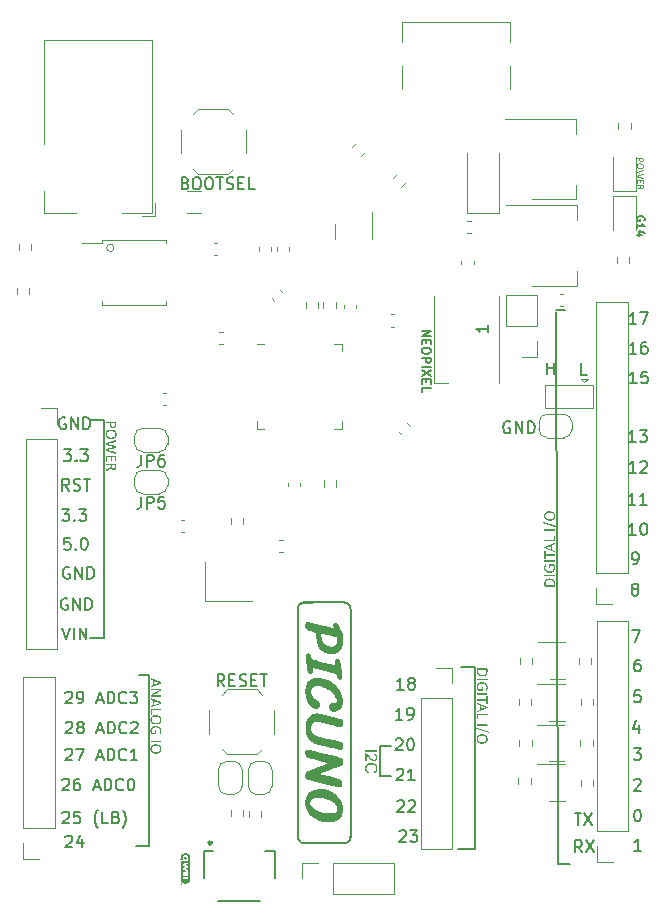
<source format=gbr>
%TF.GenerationSoftware,KiCad,Pcbnew,7.0.10*%
%TF.CreationDate,2024-04-20T18:17:20+05:30*%
%TF.ProjectId,rp2040-basic-m1,72703230-3430-42d6-9261-7369632d6d31,V2.2.5*%
%TF.SameCoordinates,Original*%
%TF.FileFunction,Legend,Top*%
%TF.FilePolarity,Positive*%
%FSLAX46Y46*%
G04 Gerber Fmt 4.6, Leading zero omitted, Abs format (unit mm)*
G04 Created by KiCad (PCBNEW 7.0.10) date 2024-04-20 18:17:20*
%MOMM*%
%LPD*%
G01*
G04 APERTURE LIST*
%ADD10C,0.150000*%
%ADD11C,0.000000*%
%ADD12C,0.187500*%
%ADD13C,0.063500*%
%ADD14C,0.120000*%
%ADD15C,0.127000*%
%ADD16C,0.300000*%
%ADD17C,0.100000*%
G04 APERTURE END LIST*
D10*
X118102500Y-87000000D02*
X119152500Y-87000000D01*
X103030000Y-79520000D02*
X103970000Y-79520000D01*
D11*
G36*
X86614023Y-86051350D02*
G01*
X86637387Y-86052380D01*
X86659495Y-86054202D01*
X86669739Y-86055403D01*
X86679265Y-86056791D01*
X86687937Y-86058365D01*
X86695620Y-86060121D01*
X86727016Y-86069162D01*
X86757223Y-86080165D01*
X86786175Y-86093063D01*
X86813809Y-86107785D01*
X86840059Y-86124264D01*
X86864860Y-86142430D01*
X86888146Y-86162215D01*
X86909853Y-86183549D01*
X86929916Y-86206364D01*
X86948268Y-86230591D01*
X86964846Y-86256161D01*
X86979584Y-86283006D01*
X86992417Y-86311056D01*
X87003280Y-86340242D01*
X87012108Y-86370497D01*
X87018835Y-86401751D01*
X87022814Y-86709314D01*
X87024233Y-87351353D01*
X87023032Y-87994048D01*
X87019153Y-88303576D01*
X87012856Y-88335008D01*
X87004484Y-88365443D01*
X86994098Y-88394813D01*
X86981757Y-88423050D01*
X86967522Y-88450087D01*
X86951454Y-88475857D01*
X86933613Y-88500292D01*
X86914060Y-88523325D01*
X86892855Y-88544888D01*
X86870058Y-88564915D01*
X86845730Y-88583336D01*
X86819931Y-88600086D01*
X86792723Y-88615096D01*
X86764164Y-88628299D01*
X86734316Y-88639628D01*
X86703240Y-88649015D01*
X86691471Y-88652069D01*
X86681476Y-88654393D01*
X86672293Y-88656092D01*
X86667704Y-88656740D01*
X86662957Y-88657270D01*
X86652505Y-88658032D01*
X86639973Y-88658481D01*
X86624398Y-88658722D01*
X86604815Y-88658858D01*
X86581148Y-88658778D01*
X86570607Y-88658566D01*
X86560792Y-88658218D01*
X86551597Y-88657720D01*
X86542921Y-88657055D01*
X86534660Y-88656210D01*
X86526710Y-88655167D01*
X86518969Y-88653913D01*
X86511332Y-88652431D01*
X86503698Y-88650706D01*
X86495962Y-88648723D01*
X86488022Y-88646466D01*
X86479773Y-88643921D01*
X86461940Y-88637903D01*
X86435607Y-88627615D01*
X86410222Y-88615725D01*
X86385840Y-88602297D01*
X86362518Y-88587396D01*
X86340310Y-88571087D01*
X86319272Y-88553434D01*
X86299458Y-88534502D01*
X86280925Y-88514356D01*
X86263728Y-88493060D01*
X86247922Y-88470679D01*
X86233562Y-88447278D01*
X86220705Y-88422921D01*
X86209404Y-88397673D01*
X86199715Y-88371598D01*
X86191695Y-88344762D01*
X86189174Y-88333738D01*
X86346688Y-88333738D01*
X86476863Y-88333738D01*
X86478450Y-88307385D01*
X86478852Y-88301704D01*
X86479462Y-88296207D01*
X86480281Y-88290895D01*
X86481308Y-88285766D01*
X86482543Y-88280819D01*
X86483987Y-88276053D01*
X86485639Y-88271468D01*
X86487499Y-88267063D01*
X86489568Y-88262836D01*
X86491845Y-88258787D01*
X86494330Y-88254914D01*
X86497024Y-88251218D01*
X86499926Y-88247696D01*
X86503037Y-88244348D01*
X86506355Y-88241173D01*
X86509883Y-88238171D01*
X86517433Y-88232754D01*
X86525518Y-88227937D01*
X86534078Y-88223725D01*
X86543051Y-88220123D01*
X86552378Y-88217134D01*
X86561998Y-88214764D01*
X86571851Y-88213017D01*
X86581876Y-88211897D01*
X86592012Y-88211411D01*
X86602199Y-88211561D01*
X86612378Y-88212354D01*
X86622486Y-88213792D01*
X86632464Y-88215882D01*
X86642252Y-88218628D01*
X86651788Y-88222034D01*
X86661013Y-88226106D01*
X86667297Y-88229395D01*
X86673172Y-88232953D01*
X86678640Y-88236783D01*
X86683699Y-88240884D01*
X86688351Y-88245259D01*
X86692596Y-88249909D01*
X86696434Y-88254835D01*
X86699867Y-88260038D01*
X86702894Y-88265521D01*
X86705515Y-88271284D01*
X86707732Y-88277329D01*
X86709545Y-88283657D01*
X86710955Y-88290270D01*
X86711961Y-88297169D01*
X86712564Y-88304355D01*
X86712765Y-88311830D01*
X86712765Y-88333738D01*
X86846115Y-88333738D01*
X86845798Y-88299766D01*
X86845422Y-88285781D01*
X86844481Y-88272110D01*
X86842981Y-88258761D01*
X86840933Y-88245743D01*
X86838343Y-88233064D01*
X86835222Y-88220733D01*
X86831577Y-88208758D01*
X86827417Y-88197149D01*
X86822751Y-88185912D01*
X86817586Y-88175058D01*
X86811933Y-88164594D01*
X86805798Y-88154530D01*
X86799191Y-88144873D01*
X86792121Y-88135632D01*
X86784595Y-88126816D01*
X86776622Y-88118433D01*
X86768212Y-88110492D01*
X86759371Y-88103002D01*
X86750110Y-88095970D01*
X86740437Y-88089406D01*
X86730359Y-88083318D01*
X86719886Y-88077715D01*
X86709026Y-88072604D01*
X86697788Y-88067996D01*
X86686180Y-88063897D01*
X86674211Y-88060317D01*
X86661889Y-88057265D01*
X86649223Y-88054748D01*
X86636222Y-88052776D01*
X86622894Y-88051356D01*
X86609247Y-88050498D01*
X86595290Y-88050211D01*
X86580577Y-88050494D01*
X86566316Y-88051347D01*
X86552499Y-88052772D01*
X86539117Y-88054775D01*
X86526161Y-88057357D01*
X86513623Y-88060524D01*
X86501492Y-88064279D01*
X86489761Y-88068626D01*
X86478421Y-88073567D01*
X86467462Y-88079108D01*
X86456877Y-88085251D01*
X86446655Y-88092001D01*
X86436789Y-88099362D01*
X86427270Y-88107336D01*
X86418088Y-88115927D01*
X86409235Y-88125140D01*
X86402146Y-88133280D01*
X86395521Y-88141637D01*
X86389355Y-88150226D01*
X86383642Y-88159063D01*
X86378377Y-88168165D01*
X86373555Y-88177547D01*
X86369172Y-88187224D01*
X86365222Y-88197213D01*
X86361699Y-88207529D01*
X86358599Y-88218189D01*
X86355917Y-88229208D01*
X86353648Y-88240601D01*
X86351786Y-88252386D01*
X86350326Y-88264576D01*
X86349263Y-88277189D01*
X86348593Y-88290240D01*
X86346688Y-88333738D01*
X86189174Y-88333738D01*
X86185398Y-88317228D01*
X86182044Y-88284099D01*
X86180238Y-88185545D01*
X86180018Y-88019413D01*
X86353990Y-88019413D01*
X86595290Y-88019413D01*
X86839765Y-88019413D01*
X86839765Y-87860663D01*
X86353990Y-87860663D01*
X86353990Y-88019413D01*
X86180018Y-88019413D01*
X86179766Y-87828913D01*
X86353990Y-87828913D01*
X86839765Y-87828913D01*
X86839765Y-87666988D01*
X86353990Y-87666988D01*
X86353990Y-87828913D01*
X86179766Y-87828913D01*
X86179365Y-87525701D01*
X86179365Y-87472361D01*
X86353990Y-87472361D01*
X86504168Y-87527288D01*
X86747055Y-87616188D01*
X86839765Y-87650161D01*
X86839765Y-87492681D01*
X86821668Y-87487601D01*
X86641883Y-87434499D01*
X86514010Y-87396161D01*
X86526507Y-87392147D01*
X86561357Y-87381675D01*
X86676570Y-87347901D01*
X86839765Y-87300276D01*
X86839130Y-87222806D01*
X86838178Y-87145018D01*
X86678793Y-87098981D01*
X86616806Y-87080858D01*
X86565802Y-87065683D01*
X86531051Y-87055091D01*
X86521416Y-87052026D01*
X86517820Y-87050721D01*
X86520749Y-87049400D01*
X86529821Y-87046290D01*
X86563818Y-87035520D01*
X86614663Y-87020047D01*
X86677205Y-87001508D01*
X86838178Y-86953883D01*
X86839130Y-86871968D01*
X86839306Y-86849777D01*
X86839348Y-86831775D01*
X86839315Y-86824231D01*
X86839242Y-86817597D01*
X86839128Y-86811829D01*
X86838971Y-86806881D01*
X86838770Y-86802706D01*
X86838522Y-86799259D01*
X86838226Y-86796496D01*
X86838059Y-86795356D01*
X86837880Y-86794369D01*
X86837687Y-86793531D01*
X86837482Y-86792834D01*
X86837262Y-86792274D01*
X86837029Y-86791845D01*
X86836782Y-86791541D01*
X86836521Y-86791357D01*
X86836245Y-86791286D01*
X86835955Y-86791323D01*
X86593068Y-86879906D01*
X86353990Y-86966901D01*
X86353990Y-87126921D01*
X86369230Y-87131366D01*
X86441303Y-87153546D01*
X86533139Y-87182364D01*
X86612475Y-87207670D01*
X86637371Y-87215834D01*
X86647043Y-87219313D01*
X86644493Y-87220604D01*
X86636287Y-87223629D01*
X86605291Y-87234077D01*
X86558817Y-87249049D01*
X86501628Y-87266938D01*
X86353990Y-87312341D01*
X86353990Y-87472361D01*
X86179365Y-87472361D01*
X86179365Y-86765288D01*
X86836245Y-86765288D01*
X86839765Y-86765288D01*
X86839765Y-86603363D01*
X86779123Y-86603363D01*
X86796903Y-86585266D01*
X86803235Y-86578390D01*
X86809134Y-86571221D01*
X86814597Y-86563760D01*
X86819624Y-86556011D01*
X86824211Y-86547978D01*
X86828357Y-86539663D01*
X86832061Y-86531070D01*
X86835320Y-86522202D01*
X86838133Y-86513063D01*
X86840497Y-86503655D01*
X86842411Y-86493982D01*
X86843873Y-86484048D01*
X86844881Y-86473854D01*
X86845433Y-86463406D01*
X86845528Y-86452705D01*
X86845163Y-86441756D01*
X86844181Y-86428359D01*
X86842551Y-86415321D01*
X86840276Y-86402650D01*
X86837364Y-86390355D01*
X86833819Y-86378446D01*
X86829647Y-86366930D01*
X86824854Y-86355818D01*
X86819445Y-86345117D01*
X86813426Y-86334836D01*
X86806802Y-86324984D01*
X86799579Y-86315571D01*
X86791763Y-86306605D01*
X86783359Y-86298094D01*
X86774372Y-86290048D01*
X86764809Y-86282476D01*
X86754675Y-86275386D01*
X86746834Y-86270387D01*
X86739005Y-86265744D01*
X86731157Y-86261447D01*
X86723257Y-86257487D01*
X86715274Y-86253854D01*
X86707175Y-86250539D01*
X86698928Y-86247533D01*
X86690500Y-86244826D01*
X86681861Y-86242410D01*
X86672978Y-86240275D01*
X86663818Y-86238411D01*
X86654350Y-86236809D01*
X86644542Y-86235461D01*
X86634361Y-86234356D01*
X86623775Y-86233486D01*
X86612753Y-86232841D01*
X86598192Y-86232445D01*
X86583928Y-86232620D01*
X86569970Y-86233357D01*
X86556329Y-86234646D01*
X86543017Y-86236478D01*
X86530044Y-86238844D01*
X86517421Y-86241734D01*
X86505160Y-86245139D01*
X86493270Y-86249049D01*
X86481764Y-86253456D01*
X86470651Y-86258350D01*
X86459943Y-86263721D01*
X86449651Y-86269560D01*
X86439786Y-86275858D01*
X86430358Y-86282605D01*
X86421379Y-86289792D01*
X86412860Y-86297410D01*
X86404811Y-86305449D01*
X86397243Y-86313901D01*
X86390168Y-86322755D01*
X86383596Y-86332002D01*
X86377537Y-86341633D01*
X86372005Y-86351638D01*
X86367008Y-86362009D01*
X86362558Y-86372735D01*
X86358665Y-86383808D01*
X86355342Y-86395218D01*
X86352599Y-86406955D01*
X86350446Y-86419011D01*
X86348894Y-86431376D01*
X86347955Y-86444041D01*
X86347640Y-86456996D01*
X86347805Y-86467212D01*
X86348305Y-86477039D01*
X86349149Y-86486496D01*
X86350344Y-86495602D01*
X86351898Y-86504376D01*
X86353818Y-86512840D01*
X86356114Y-86521011D01*
X86358792Y-86528909D01*
X86361861Y-86536555D01*
X86365329Y-86543967D01*
X86369203Y-86551165D01*
X86373492Y-86558169D01*
X86378202Y-86564998D01*
X86383343Y-86571671D01*
X86388922Y-86578209D01*
X86394948Y-86584631D01*
X86413045Y-86603363D01*
X86178730Y-86603363D01*
X86180318Y-86502716D01*
X86180765Y-86470815D01*
X86181220Y-86445928D01*
X86181481Y-86435711D01*
X86181780Y-86426763D01*
X86182129Y-86418923D01*
X86182540Y-86412030D01*
X86183026Y-86405921D01*
X86183598Y-86400437D01*
X86184269Y-86395414D01*
X86185050Y-86390693D01*
X86185955Y-86386111D01*
X86186994Y-86381507D01*
X86189525Y-86371588D01*
X86198834Y-86340899D01*
X86210049Y-86311380D01*
X86223101Y-86283094D01*
X86237924Y-86256102D01*
X86254451Y-86230467D01*
X86272616Y-86206249D01*
X86292350Y-86183512D01*
X86313588Y-86162316D01*
X86336262Y-86142724D01*
X86360305Y-86124797D01*
X86385651Y-86108598D01*
X86412232Y-86094187D01*
X86439981Y-86081628D01*
X86468831Y-86070982D01*
X86498716Y-86062310D01*
X86529568Y-86055676D01*
X86537920Y-86054362D01*
X86547173Y-86053275D01*
X86557190Y-86052413D01*
X86567836Y-86051771D01*
X86590479Y-86051138D01*
X86614023Y-86051350D01*
G37*
G36*
X98179485Y-80641133D02*
G01*
X98255141Y-80644771D01*
X98328829Y-80650394D01*
X98399851Y-80658000D01*
X98467508Y-80667592D01*
X98531104Y-80679167D01*
X98589940Y-80692727D01*
X98701719Y-80725257D01*
X98810640Y-80764454D01*
X98916409Y-80810037D01*
X99018730Y-80861729D01*
X99117311Y-80919250D01*
X99211856Y-80982321D01*
X99302070Y-81050663D01*
X99387659Y-81123997D01*
X99468328Y-81202044D01*
X99543784Y-81284525D01*
X99613730Y-81371160D01*
X99677874Y-81461671D01*
X99735919Y-81555779D01*
X99787573Y-81653204D01*
X99832539Y-81753668D01*
X99870524Y-81856892D01*
X99882686Y-81901134D01*
X99892744Y-81954843D01*
X99900747Y-82016572D01*
X99906738Y-82084875D01*
X99910767Y-82158304D01*
X99912877Y-82235412D01*
X99913118Y-82314753D01*
X99911534Y-82394879D01*
X99908172Y-82474343D01*
X99903079Y-82551700D01*
X99896302Y-82625500D01*
X99887887Y-82694299D01*
X99877879Y-82756648D01*
X99866327Y-82811101D01*
X99853276Y-82856211D01*
X99838773Y-82890531D01*
X99818137Y-82925682D01*
X99794731Y-82960901D01*
X99768762Y-82996006D01*
X99740436Y-83030816D01*
X99709961Y-83065151D01*
X99677543Y-83098829D01*
X99643388Y-83131670D01*
X99607704Y-83163493D01*
X99570697Y-83194118D01*
X99532573Y-83223362D01*
X99493540Y-83251046D01*
X99453805Y-83276989D01*
X99413573Y-83301009D01*
X99373051Y-83322926D01*
X99332447Y-83342559D01*
X99291968Y-83359727D01*
X99236250Y-83379032D01*
X99172988Y-83395934D01*
X99103235Y-83410429D01*
X99028046Y-83422510D01*
X98948475Y-83432172D01*
X98865576Y-83439411D01*
X98780402Y-83444221D01*
X98694010Y-83446598D01*
X98607452Y-83446535D01*
X98521783Y-83444028D01*
X98438056Y-83439071D01*
X98357327Y-83431660D01*
X98280650Y-83421789D01*
X98209078Y-83409453D01*
X98143666Y-83394647D01*
X98085468Y-83377366D01*
X97929142Y-83319148D01*
X97781741Y-83254424D01*
X97643425Y-83183385D01*
X97514354Y-83106222D01*
X97394688Y-83023127D01*
X97284587Y-82934291D01*
X97233173Y-82887780D01*
X97184211Y-82839905D01*
X97137721Y-82790690D01*
X97093721Y-82740160D01*
X97052234Y-82688338D01*
X97013277Y-82635247D01*
X96976873Y-82580913D01*
X96943040Y-82525358D01*
X96911798Y-82468607D01*
X96883168Y-82410684D01*
X96857170Y-82351612D01*
X96833823Y-82291416D01*
X96813148Y-82230119D01*
X96795165Y-82167745D01*
X96779893Y-82104318D01*
X96767353Y-82039862D01*
X96757565Y-81974401D01*
X96750549Y-81907959D01*
X96746325Y-81840560D01*
X96745676Y-81809197D01*
X97172646Y-81809197D01*
X97172659Y-81841976D01*
X97175790Y-81875262D01*
X97182123Y-81908987D01*
X97191740Y-81943084D01*
X97204726Y-81977482D01*
X97221162Y-82012115D01*
X97246717Y-82055598D01*
X97279419Y-82099861D01*
X97318808Y-82144611D01*
X97364423Y-82189551D01*
X97415806Y-82234388D01*
X97472496Y-82278827D01*
X97534033Y-82322574D01*
X97599958Y-82365334D01*
X97669809Y-82406812D01*
X97743129Y-82446714D01*
X97819456Y-82484745D01*
X97898330Y-82520611D01*
X97979293Y-82554017D01*
X98061883Y-82584669D01*
X98145641Y-82612272D01*
X98230107Y-82636532D01*
X98285642Y-82649389D01*
X98348287Y-82661337D01*
X98416886Y-82672127D01*
X98490280Y-82681511D01*
X98567313Y-82689242D01*
X98646825Y-82695070D01*
X98727661Y-82698750D01*
X98808662Y-82700031D01*
X98882296Y-82700014D01*
X98949925Y-82698570D01*
X99011828Y-82695597D01*
X99040720Y-82693505D01*
X99068285Y-82690991D01*
X99094558Y-82688043D01*
X99119574Y-82684649D01*
X99143367Y-82680794D01*
X99165974Y-82676467D01*
X99187428Y-82671653D01*
X99207765Y-82666341D01*
X99227019Y-82660518D01*
X99245225Y-82654170D01*
X99262418Y-82647285D01*
X99278634Y-82639849D01*
X99293906Y-82631850D01*
X99308270Y-82623274D01*
X99321761Y-82614110D01*
X99334413Y-82604344D01*
X99346262Y-82593962D01*
X99357342Y-82582953D01*
X99367688Y-82571303D01*
X99377336Y-82559000D01*
X99386319Y-82546029D01*
X99394673Y-82532380D01*
X99402433Y-82518037D01*
X99409634Y-82502990D01*
X99416309Y-82487224D01*
X99422496Y-82470727D01*
X99435430Y-82428910D01*
X99445103Y-82388044D01*
X99451479Y-82348005D01*
X99453419Y-82328257D01*
X99454521Y-82308669D01*
X99454782Y-82289226D01*
X99454195Y-82269912D01*
X99452757Y-82250711D01*
X99450463Y-82231609D01*
X99447309Y-82212590D01*
X99443290Y-82193637D01*
X99438401Y-82174737D01*
X99432638Y-82155872D01*
X99425997Y-82137028D01*
X99418473Y-82118190D01*
X99400757Y-82080466D01*
X99379455Y-82042577D01*
X99354531Y-82004398D01*
X99325948Y-81965806D01*
X99293670Y-81926677D01*
X99257661Y-81886886D01*
X99217885Y-81846310D01*
X99168403Y-81801348D01*
X99114063Y-81757819D01*
X99055135Y-81715829D01*
X98991886Y-81675488D01*
X98924586Y-81636903D01*
X98853504Y-81600185D01*
X98778907Y-81565440D01*
X98701065Y-81532778D01*
X98620247Y-81502307D01*
X98536720Y-81474136D01*
X98450755Y-81448372D01*
X98362619Y-81425126D01*
X98272581Y-81404504D01*
X98180911Y-81386617D01*
X98087876Y-81371571D01*
X97993746Y-81359476D01*
X97941938Y-81355021D01*
X97891083Y-81352853D01*
X97841262Y-81352905D01*
X97792559Y-81355108D01*
X97745058Y-81359394D01*
X97698841Y-81365693D01*
X97653993Y-81373938D01*
X97610596Y-81384061D01*
X97568734Y-81395992D01*
X97528490Y-81409663D01*
X97489947Y-81425006D01*
X97453190Y-81441952D01*
X97418300Y-81460433D01*
X97385362Y-81480380D01*
X97354458Y-81501726D01*
X97325673Y-81524400D01*
X97299089Y-81548335D01*
X97274790Y-81573463D01*
X97252858Y-81599715D01*
X97233379Y-81627022D01*
X97216434Y-81655317D01*
X97202107Y-81684530D01*
X97190481Y-81714593D01*
X97181640Y-81745437D01*
X97175667Y-81776995D01*
X97172646Y-81809197D01*
X96745676Y-81809197D01*
X96744912Y-81772227D01*
X96745877Y-81703933D01*
X96748826Y-81639129D01*
X96753842Y-81577579D01*
X96761008Y-81519053D01*
X96770406Y-81463317D01*
X96782119Y-81410140D01*
X96796230Y-81359288D01*
X96812822Y-81310529D01*
X96831977Y-81263630D01*
X96853777Y-81218359D01*
X96878307Y-81174483D01*
X96905647Y-81131770D01*
X96935881Y-81089987D01*
X96969092Y-81048902D01*
X97005362Y-81008282D01*
X97044774Y-80967895D01*
X97071891Y-80941826D01*
X97097835Y-80917768D01*
X97122839Y-80895581D01*
X97147135Y-80875125D01*
X97170955Y-80856260D01*
X97194532Y-80838848D01*
X97218099Y-80822748D01*
X97241888Y-80807821D01*
X97266132Y-80793928D01*
X97291064Y-80780928D01*
X97316915Y-80768684D01*
X97343918Y-80757054D01*
X97372307Y-80745899D01*
X97402312Y-80735081D01*
X97434168Y-80724459D01*
X97468107Y-80713894D01*
X97525083Y-80697688D01*
X97587066Y-80683467D01*
X97653359Y-80671230D01*
X97723264Y-80660977D01*
X97796084Y-80652709D01*
X97871121Y-80646425D01*
X97891083Y-80645304D01*
X97947677Y-80642126D01*
X98025055Y-80639811D01*
X98102557Y-80639480D01*
X98179485Y-80641133D01*
G37*
G36*
X96982038Y-66498872D02*
G01*
X97060593Y-66514534D01*
X97315971Y-66572356D01*
X97671230Y-66658621D01*
X98088996Y-66765061D01*
X98100545Y-66767982D01*
X98300904Y-66818646D01*
X98499706Y-66867642D01*
X98680898Y-66911099D01*
X98839971Y-66948065D01*
X98972421Y-66977589D01*
X99073742Y-66998721D01*
X99139426Y-67010510D01*
X99157496Y-67012604D01*
X99164968Y-67012006D01*
X99166198Y-67010580D01*
X99167246Y-67008956D01*
X99168114Y-67007139D01*
X99168806Y-67005136D01*
X99169324Y-67002955D01*
X99169673Y-67000603D01*
X99169874Y-66995414D01*
X99169434Y-66989625D01*
X99168378Y-66983294D01*
X99166734Y-66976477D01*
X99164527Y-66969231D01*
X99161782Y-66961613D01*
X99158526Y-66953680D01*
X99154783Y-66945488D01*
X99150581Y-66937095D01*
X99145945Y-66928557D01*
X99140901Y-66919932D01*
X99135474Y-66911275D01*
X99129690Y-66902644D01*
X99119023Y-66885324D01*
X99109509Y-66868425D01*
X99101142Y-66851957D01*
X99093916Y-66835927D01*
X99087828Y-66820344D01*
X99082871Y-66805216D01*
X99079041Y-66790552D01*
X99076333Y-66776361D01*
X99074740Y-66762650D01*
X99074259Y-66749428D01*
X99074883Y-66736703D01*
X99076608Y-66724485D01*
X99079429Y-66712780D01*
X99083340Y-66701598D01*
X99088336Y-66690947D01*
X99094412Y-66680835D01*
X99101564Y-66671271D01*
X99109785Y-66662264D01*
X99119070Y-66653820D01*
X99129415Y-66645950D01*
X99140814Y-66638661D01*
X99153262Y-66631962D01*
X99166754Y-66625861D01*
X99181284Y-66620367D01*
X99196848Y-66615487D01*
X99213441Y-66611231D01*
X99231056Y-66607607D01*
X99249690Y-66604623D01*
X99269337Y-66602287D01*
X99289991Y-66600608D01*
X99311647Y-66599595D01*
X99334302Y-66599255D01*
X99360000Y-66600280D01*
X99384283Y-66603486D01*
X99407305Y-66609069D01*
X99429221Y-66617225D01*
X99450186Y-66628151D01*
X99470355Y-66642043D01*
X99489884Y-66659098D01*
X99508926Y-66679512D01*
X99527638Y-66703482D01*
X99546174Y-66731203D01*
X99564690Y-66762872D01*
X99583340Y-66798685D01*
X99602279Y-66838840D01*
X99621663Y-66883531D01*
X99641646Y-66932956D01*
X99662384Y-66987311D01*
X99668778Y-67004237D01*
X99675999Y-67021845D01*
X99683964Y-67039990D01*
X99692591Y-67058528D01*
X99701796Y-67077314D01*
X99711498Y-67096204D01*
X99721613Y-67115052D01*
X99732058Y-67133714D01*
X99742752Y-67152045D01*
X99753611Y-67169901D01*
X99764552Y-67187137D01*
X99775494Y-67203608D01*
X99786353Y-67219169D01*
X99797047Y-67233677D01*
X99807492Y-67246985D01*
X99817607Y-67258950D01*
X99850211Y-67298424D01*
X99863403Y-67316458D01*
X99874713Y-67334632D01*
X99884287Y-67353901D01*
X99892269Y-67375222D01*
X99898804Y-67399550D01*
X99904037Y-67427842D01*
X99908113Y-67461054D01*
X99911176Y-67500141D01*
X99914841Y-67599766D01*
X99916192Y-67734366D01*
X99916385Y-67911589D01*
X99916757Y-68022280D01*
X99915392Y-68130366D01*
X99912540Y-68233244D01*
X99908447Y-68328308D01*
X99903362Y-68412954D01*
X99897533Y-68484577D01*
X99891208Y-68540574D01*
X99887937Y-68561898D01*
X99884635Y-68578339D01*
X99873276Y-68611683D01*
X99857928Y-68646655D01*
X99838901Y-68682898D01*
X99816504Y-68720056D01*
X99791049Y-68757772D01*
X99762843Y-68795690D01*
X99732199Y-68833453D01*
X99699426Y-68870704D01*
X99664834Y-68907086D01*
X99628733Y-68942244D01*
X99591433Y-68975821D01*
X99553244Y-69007460D01*
X99514476Y-69036805D01*
X99475440Y-69063498D01*
X99436445Y-69087184D01*
X99397801Y-69107506D01*
X99356038Y-69126191D01*
X99310420Y-69142556D01*
X99261391Y-69156596D01*
X99209396Y-69168305D01*
X99154879Y-69177678D01*
X99098285Y-69184710D01*
X99040057Y-69189396D01*
X98980641Y-69191731D01*
X98920482Y-69191710D01*
X98860022Y-69189327D01*
X98799707Y-69184577D01*
X98739981Y-69177455D01*
X98681289Y-69167956D01*
X98624074Y-69156075D01*
X98568782Y-69141806D01*
X98515857Y-69125145D01*
X98417903Y-69086326D01*
X98325219Y-69038831D01*
X98237951Y-68982913D01*
X98156244Y-68918825D01*
X98080242Y-68846820D01*
X98010089Y-68767151D01*
X97945931Y-68680072D01*
X97887912Y-68585836D01*
X97836177Y-68484695D01*
X97790871Y-68376904D01*
X97752138Y-68262716D01*
X97720123Y-68142383D01*
X97694970Y-68016159D01*
X97676825Y-67884297D01*
X97665831Y-67747050D01*
X97662135Y-67604672D01*
X97662135Y-67526062D01*
X98089623Y-67526062D01*
X98090168Y-67554695D01*
X98092909Y-67590506D01*
X98104051Y-67678680D01*
X98121187Y-67780620D01*
X98142457Y-67886364D01*
X98166001Y-67985948D01*
X98178044Y-68030316D01*
X98189958Y-68069409D01*
X98201510Y-68101979D01*
X98212468Y-68126783D01*
X98237430Y-68172585D01*
X98264661Y-68216046D01*
X98294114Y-68257140D01*
X98325743Y-68295841D01*
X98359501Y-68332124D01*
X98395341Y-68365963D01*
X98433217Y-68397331D01*
X98473083Y-68426204D01*
X98514892Y-68452554D01*
X98558597Y-68476357D01*
X98604152Y-68497587D01*
X98651511Y-68516217D01*
X98700627Y-68532222D01*
X98751453Y-68545576D01*
X98803944Y-68556253D01*
X98858051Y-68564228D01*
X98899256Y-68567829D01*
X98939480Y-68569389D01*
X98978649Y-68568933D01*
X99016691Y-68566488D01*
X99053535Y-68562079D01*
X99089107Y-68555732D01*
X99123336Y-68547474D01*
X99156149Y-68537329D01*
X99172001Y-68531557D01*
X99187473Y-68525323D01*
X99202555Y-68518631D01*
X99217237Y-68511484D01*
X99231511Y-68503884D01*
X99245368Y-68495835D01*
X99258798Y-68487341D01*
X99271794Y-68478404D01*
X99284344Y-68469028D01*
X99296441Y-68459216D01*
X99308076Y-68448971D01*
X99319239Y-68438296D01*
X99329922Y-68427195D01*
X99340115Y-68415671D01*
X99349809Y-68403727D01*
X99358996Y-68391367D01*
X99366885Y-68380105D01*
X99374650Y-68367582D01*
X99382250Y-68353943D01*
X99389643Y-68339332D01*
X99396788Y-68323894D01*
X99403644Y-68307775D01*
X99410169Y-68291118D01*
X99416322Y-68274068D01*
X99422062Y-68256770D01*
X99427346Y-68239369D01*
X99432135Y-68222009D01*
X99436386Y-68204835D01*
X99440059Y-68187992D01*
X99443111Y-68171625D01*
X99445502Y-68155877D01*
X99447190Y-68140894D01*
X99448487Y-68111657D01*
X99448472Y-68081122D01*
X99447237Y-68049730D01*
X99444875Y-68017918D01*
X99441480Y-67986128D01*
X99437144Y-67954798D01*
X99431961Y-67924366D01*
X99426024Y-67895273D01*
X99419424Y-67867958D01*
X99412257Y-67842859D01*
X99404614Y-67820417D01*
X99396588Y-67801070D01*
X99392461Y-67792695D01*
X99388274Y-67785258D01*
X99384037Y-67778815D01*
X99379762Y-67773420D01*
X99375462Y-67769128D01*
X99371148Y-67765995D01*
X99366831Y-67764075D01*
X99362523Y-67763422D01*
X99304425Y-67752288D01*
X99164968Y-67721971D01*
X98723996Y-67622311D01*
X98600069Y-67593124D01*
X98483997Y-67566749D01*
X98378342Y-67543680D01*
X98285669Y-67524415D01*
X98208540Y-67509450D01*
X98149519Y-67499280D01*
X98127600Y-67496148D01*
X98111168Y-67494401D01*
X98100545Y-67494102D01*
X98097512Y-67494514D01*
X98096051Y-67495311D01*
X98093432Y-67499295D01*
X98091506Y-67505852D01*
X98089623Y-67526062D01*
X97662135Y-67526062D01*
X97662135Y-67382422D01*
X97372857Y-67308338D01*
X97275113Y-67282092D01*
X97187869Y-67257282D01*
X97110548Y-67233444D01*
X97042569Y-67210112D01*
X97011902Y-67198491D01*
X96983355Y-67186821D01*
X96956853Y-67175046D01*
X96932326Y-67163107D01*
X96909700Y-67150946D01*
X96888904Y-67138504D01*
X96869864Y-67125724D01*
X96852510Y-67112547D01*
X96836767Y-67098915D01*
X96822565Y-67084771D01*
X96809830Y-67070055D01*
X96798490Y-67054711D01*
X96788474Y-67038679D01*
X96779708Y-67021901D01*
X96772120Y-67004321D01*
X96765638Y-66985878D01*
X96760189Y-66966515D01*
X96755702Y-66946175D01*
X96752104Y-66924798D01*
X96749322Y-66902328D01*
X96747284Y-66878704D01*
X96745918Y-66853871D01*
X96744912Y-66800339D01*
X96745138Y-66783319D01*
X96745813Y-66766662D01*
X96746929Y-66750379D01*
X96748481Y-66734483D01*
X96750462Y-66718984D01*
X96752865Y-66703895D01*
X96755684Y-66689228D01*
X96758913Y-66674993D01*
X96762545Y-66661202D01*
X96766573Y-66647868D01*
X96770992Y-66635001D01*
X96775794Y-66622613D01*
X96780974Y-66610717D01*
X96786524Y-66599323D01*
X96792439Y-66588443D01*
X96798711Y-66578089D01*
X96805335Y-66568272D01*
X96812304Y-66559005D01*
X96819611Y-66550298D01*
X96827250Y-66542163D01*
X96835215Y-66534613D01*
X96843499Y-66527658D01*
X96852096Y-66521310D01*
X96860999Y-66515581D01*
X96870201Y-66510483D01*
X96879697Y-66506026D01*
X96889479Y-66502223D01*
X96899542Y-66499086D01*
X96909879Y-66496626D01*
X96920483Y-66494854D01*
X96931348Y-66493782D01*
X96942468Y-66493422D01*
X96982038Y-66498872D01*
G37*
G36*
X97011921Y-69143610D02*
G01*
X97026852Y-69144887D01*
X97041535Y-69147261D01*
X97055949Y-69150719D01*
X97070074Y-69155248D01*
X97083889Y-69160833D01*
X97097373Y-69167461D01*
X97110506Y-69175120D01*
X97123266Y-69183794D01*
X97135634Y-69193470D01*
X97147589Y-69204136D01*
X97159109Y-69215777D01*
X97170175Y-69228380D01*
X97180765Y-69241931D01*
X97190859Y-69256417D01*
X97200437Y-69271824D01*
X97209477Y-69288139D01*
X97217958Y-69305347D01*
X97225861Y-69323436D01*
X97233165Y-69342392D01*
X97239849Y-69362201D01*
X97245891Y-69382850D01*
X97251273Y-69404326D01*
X97255972Y-69426613D01*
X97259968Y-69449700D01*
X97262814Y-69465600D01*
X97266038Y-69481484D01*
X97269603Y-69497255D01*
X97273473Y-69512814D01*
X97277611Y-69528063D01*
X97281982Y-69542904D01*
X97286549Y-69557238D01*
X97291277Y-69570967D01*
X97296128Y-69583994D01*
X97301068Y-69596220D01*
X97306059Y-69607546D01*
X97311066Y-69617876D01*
X97316052Y-69627109D01*
X97320981Y-69635149D01*
X97325817Y-69641898D01*
X97330524Y-69647256D01*
X97356420Y-69658854D01*
X97418794Y-69679515D01*
X97632534Y-69742616D01*
X98272881Y-69918012D01*
X98924473Y-70086794D01*
X99152269Y-70141626D01*
X99260218Y-70162311D01*
X99260859Y-70162055D01*
X99261457Y-70161294D01*
X99262526Y-70158314D01*
X99263419Y-70153474D01*
X99264132Y-70146877D01*
X99264993Y-70128824D01*
X99265069Y-70104984D01*
X99264318Y-70076183D01*
X99262698Y-70043248D01*
X99260170Y-70007006D01*
X99256690Y-69968283D01*
X99254337Y-69940313D01*
X99252584Y-69914519D01*
X99251450Y-69890761D01*
X99250957Y-69868899D01*
X99251126Y-69848795D01*
X99251977Y-69830307D01*
X99253531Y-69813298D01*
X99254578Y-69805304D01*
X99255808Y-69797627D01*
X99257225Y-69790250D01*
X99258830Y-69783155D01*
X99260626Y-69776325D01*
X99262616Y-69769743D01*
X99264802Y-69763390D01*
X99267187Y-69757250D01*
X99269774Y-69751305D01*
X99272565Y-69745537D01*
X99275563Y-69739930D01*
X99278770Y-69734466D01*
X99282189Y-69729127D01*
X99285822Y-69723895D01*
X99293742Y-69713687D01*
X99302551Y-69703700D01*
X99310461Y-69695680D01*
X99318952Y-69688157D01*
X99327985Y-69681131D01*
X99337519Y-69674603D01*
X99347516Y-69668574D01*
X99357935Y-69663044D01*
X99368739Y-69658014D01*
X99379887Y-69653484D01*
X99391339Y-69649456D01*
X99403058Y-69645930D01*
X99415002Y-69642907D01*
X99427133Y-69640386D01*
X99451797Y-69636858D01*
X99476735Y-69635349D01*
X99501632Y-69635867D01*
X99526172Y-69638416D01*
X99538210Y-69640453D01*
X99550041Y-69643000D01*
X99561625Y-69646058D01*
X99572922Y-69649626D01*
X99583894Y-69653706D01*
X99594501Y-69658298D01*
X99604704Y-69663403D01*
X99614463Y-69669022D01*
X99623739Y-69675155D01*
X99632492Y-69681802D01*
X99640683Y-69688965D01*
X99648273Y-69696645D01*
X99658169Y-69711688D01*
X99669233Y-69736463D01*
X99694245Y-69812124D01*
X99722067Y-69917468D01*
X99751461Y-70046336D01*
X99781185Y-70192566D01*
X99810000Y-70350000D01*
X99836665Y-70512477D01*
X99859940Y-70673839D01*
X99865728Y-70735465D01*
X99871846Y-70822887D01*
X99877303Y-70924862D01*
X99881107Y-71030144D01*
X99881595Y-71066807D01*
X99881706Y-71100204D01*
X99881394Y-71130541D01*
X99880611Y-71158026D01*
X99879311Y-71182865D01*
X99877448Y-71205265D01*
X99876291Y-71215615D01*
X99874975Y-71225433D01*
X99873496Y-71234744D01*
X99871846Y-71243575D01*
X99870021Y-71251951D01*
X99868015Y-71259898D01*
X99865821Y-71267442D01*
X99863433Y-71274608D01*
X99860847Y-71281424D01*
X99858056Y-71287913D01*
X99855055Y-71294103D01*
X99851837Y-71300019D01*
X99848397Y-71305687D01*
X99844729Y-71311133D01*
X99840827Y-71316383D01*
X99836686Y-71321462D01*
X99832299Y-71326396D01*
X99827661Y-71331211D01*
X99822765Y-71335934D01*
X99817607Y-71340589D01*
X99802535Y-71353255D01*
X99787118Y-71364157D01*
X99771400Y-71373327D01*
X99755430Y-71380800D01*
X99739252Y-71386609D01*
X99722915Y-71390787D01*
X99706464Y-71393369D01*
X99689945Y-71394387D01*
X99673406Y-71393876D01*
X99656893Y-71391869D01*
X99640452Y-71388399D01*
X99624130Y-71383501D01*
X99607974Y-71377207D01*
X99592029Y-71369552D01*
X99576342Y-71360568D01*
X99560961Y-71350290D01*
X99545931Y-71338751D01*
X99531299Y-71325985D01*
X99517111Y-71312025D01*
X99503414Y-71296905D01*
X99490255Y-71280658D01*
X99477679Y-71263319D01*
X99465734Y-71244920D01*
X99454466Y-71225495D01*
X99443922Y-71205078D01*
X99434147Y-71183703D01*
X99425189Y-71161402D01*
X99417094Y-71138210D01*
X99409908Y-71114160D01*
X99403679Y-71089286D01*
X99398452Y-71063622D01*
X99394274Y-71037200D01*
X99373107Y-70889033D01*
X98420607Y-70649145D01*
X98049639Y-70557092D01*
X97741510Y-70481575D01*
X97443413Y-70409255D01*
X97441780Y-70409501D01*
X97440189Y-70410231D01*
X97437136Y-70413093D01*
X97434258Y-70417743D01*
X97431561Y-70424083D01*
X97429051Y-70432014D01*
X97426731Y-70441439D01*
X97424608Y-70452260D01*
X97422687Y-70464377D01*
X97419469Y-70492110D01*
X97417120Y-70523853D01*
X97415679Y-70558821D01*
X97415190Y-70596228D01*
X97415014Y-70624122D01*
X97414439Y-70649716D01*
X97413400Y-70673192D01*
X97411828Y-70694730D01*
X97409657Y-70714511D01*
X97406819Y-70732715D01*
X97405129Y-70741283D01*
X97403247Y-70749525D01*
X97401165Y-70757463D01*
X97398874Y-70765120D01*
X97396367Y-70772519D01*
X97393633Y-70779682D01*
X97390667Y-70786631D01*
X97387457Y-70793391D01*
X97383997Y-70799982D01*
X97380279Y-70806428D01*
X97376292Y-70812751D01*
X97372030Y-70818974D01*
X97367484Y-70825119D01*
X97362645Y-70831210D01*
X97357505Y-70837268D01*
X97352055Y-70843317D01*
X97340195Y-70855475D01*
X97326996Y-70867866D01*
X97313656Y-70880317D01*
X97301309Y-70891238D01*
X97289789Y-70900671D01*
X97278930Y-70908657D01*
X97273697Y-70912120D01*
X97268567Y-70915237D01*
X97263520Y-70918013D01*
X97258535Y-70920453D01*
X97253591Y-70922562D01*
X97248668Y-70924346D01*
X97243745Y-70925809D01*
X97238801Y-70926957D01*
X97233816Y-70927795D01*
X97228769Y-70928328D01*
X97223640Y-70928562D01*
X97218407Y-70928501D01*
X97213049Y-70928150D01*
X97207548Y-70927515D01*
X97201880Y-70926601D01*
X97196027Y-70925414D01*
X97183680Y-70922237D01*
X97170341Y-70918028D01*
X97155844Y-70912826D01*
X97140024Y-70906673D01*
X97115007Y-70895126D01*
X97091524Y-70881606D01*
X97069540Y-70866039D01*
X97049018Y-70848354D01*
X97029923Y-70828477D01*
X97012218Y-70806337D01*
X96995866Y-70781861D01*
X96980833Y-70754978D01*
X96967081Y-70725613D01*
X96954574Y-70693696D01*
X96943277Y-70659154D01*
X96933152Y-70621914D01*
X96924165Y-70581905D01*
X96916278Y-70539053D01*
X96909456Y-70493287D01*
X96903662Y-70444533D01*
X96898274Y-70389412D01*
X96890323Y-70321061D01*
X96868385Y-70155256D01*
X96841155Y-69968283D01*
X96811940Y-69781311D01*
X96799633Y-69699734D01*
X96789223Y-69626605D01*
X96780787Y-69561363D01*
X96777333Y-69531523D01*
X96774402Y-69503443D01*
X96772004Y-69477053D01*
X96770147Y-69452283D01*
X96768842Y-69429061D01*
X96768098Y-69407318D01*
X96767925Y-69386984D01*
X96768333Y-69367987D01*
X96769331Y-69350257D01*
X96770930Y-69333724D01*
X96773138Y-69318318D01*
X96775966Y-69303968D01*
X96779423Y-69290604D01*
X96783518Y-69278155D01*
X96788263Y-69266551D01*
X96793665Y-69255721D01*
X96799735Y-69245596D01*
X96806483Y-69236104D01*
X96813919Y-69227176D01*
X96822051Y-69218740D01*
X96830890Y-69210727D01*
X96840445Y-69203066D01*
X96850726Y-69195686D01*
X96861743Y-69188518D01*
X96873506Y-69181490D01*
X96886023Y-69174533D01*
X96902195Y-69166542D01*
X96918283Y-69159757D01*
X96934269Y-69154164D01*
X96950130Y-69149749D01*
X96965846Y-69146501D01*
X96981398Y-69144403D01*
X96996763Y-69143445D01*
X97011921Y-69143610D01*
G37*
G36*
X86261915Y-88613138D02*
G01*
X86300015Y-88613138D01*
X86300015Y-88636633D01*
X86300000Y-88640000D01*
X86299950Y-88643089D01*
X86299862Y-88645921D01*
X86299732Y-88648514D01*
X86299556Y-88650891D01*
X86299329Y-88653069D01*
X86299047Y-88655070D01*
X86298705Y-88656913D01*
X86298301Y-88658619D01*
X86297829Y-88660207D01*
X86297286Y-88661697D01*
X86296666Y-88663110D01*
X86295967Y-88664464D01*
X86295184Y-88665782D01*
X86294312Y-88667081D01*
X86293348Y-88668383D01*
X86292546Y-88669337D01*
X86291692Y-88670236D01*
X86290789Y-88671078D01*
X86289838Y-88671863D01*
X86288845Y-88672592D01*
X86287810Y-88673264D01*
X86286739Y-88673878D01*
X86285633Y-88674435D01*
X86284496Y-88674935D01*
X86283332Y-88675376D01*
X86282142Y-88675760D01*
X86280930Y-88676085D01*
X86279699Y-88676351D01*
X86278453Y-88676559D01*
X86277193Y-88676707D01*
X86275925Y-88676797D01*
X86274650Y-88676826D01*
X86273371Y-88676796D01*
X86272092Y-88676706D01*
X86270816Y-88676556D01*
X86269545Y-88676345D01*
X86268284Y-88676074D01*
X86267034Y-88675742D01*
X86265800Y-88675348D01*
X86264583Y-88674893D01*
X86263388Y-88674377D01*
X86262217Y-88673798D01*
X86261074Y-88673158D01*
X86259961Y-88672455D01*
X86258881Y-88671690D01*
X86257838Y-88670862D01*
X86256835Y-88669970D01*
X86249533Y-88663303D01*
X86238738Y-88669970D01*
X86236268Y-88671474D01*
X86234085Y-88672768D01*
X86232173Y-88673853D01*
X86230512Y-88674728D01*
X86229771Y-88675087D01*
X86229086Y-88675393D01*
X86228456Y-88675647D01*
X86227877Y-88675847D01*
X86227348Y-88675995D01*
X86226867Y-88676091D01*
X86226430Y-88676133D01*
X86226038Y-88676122D01*
X86225686Y-88676058D01*
X86225372Y-88675941D01*
X86225096Y-88675772D01*
X86224853Y-88675548D01*
X86224643Y-88675272D01*
X86224462Y-88674942D01*
X86224310Y-88674559D01*
X86224182Y-88674123D01*
X86224078Y-88673633D01*
X86223995Y-88673089D01*
X86223931Y-88672492D01*
X86223883Y-88671841D01*
X86223829Y-88670379D01*
X86223815Y-88668700D01*
X86223853Y-88667595D01*
X86223967Y-88666536D01*
X86224160Y-88665521D01*
X86224288Y-88665028D01*
X86224435Y-88664543D01*
X86224604Y-88664067D01*
X86224794Y-88663599D01*
X86225005Y-88663138D01*
X86225238Y-88662684D01*
X86225771Y-88661793D01*
X86226395Y-88660922D01*
X86227111Y-88660065D01*
X86227923Y-88659219D01*
X86228833Y-88658378D01*
X86229843Y-88657538D01*
X86230955Y-88656695D01*
X86232171Y-88655843D01*
X86233495Y-88654978D01*
X86234928Y-88654096D01*
X86236465Y-88653160D01*
X86237866Y-88652254D01*
X86239136Y-88651370D01*
X86240280Y-88650499D01*
X86241304Y-88649633D01*
X86242211Y-88648766D01*
X86242623Y-88648328D01*
X86243008Y-88647888D01*
X86243366Y-88647442D01*
X86243699Y-88646991D01*
X86244006Y-88646534D01*
X86244289Y-88646069D01*
X86244548Y-88645596D01*
X86244784Y-88645113D01*
X86244998Y-88644620D01*
X86245189Y-88644115D01*
X86245360Y-88643598D01*
X86245509Y-88643067D01*
X86245639Y-88642522D01*
X86245749Y-88641962D01*
X86245914Y-88640791D01*
X86246009Y-88639546D01*
X86246040Y-88638221D01*
X86246027Y-88636757D01*
X86245979Y-88635455D01*
X86245885Y-88634305D01*
X86245733Y-88633299D01*
X86245630Y-88632847D01*
X86245509Y-88632427D01*
X86245367Y-88632038D01*
X86245203Y-88631679D01*
X86245015Y-88631350D01*
X86244802Y-88631047D01*
X86244562Y-88630771D01*
X86244294Y-88630521D01*
X86243996Y-88630295D01*
X86243667Y-88630092D01*
X86243305Y-88629910D01*
X86242909Y-88629750D01*
X86242476Y-88629608D01*
X86242007Y-88629486D01*
X86241499Y-88629380D01*
X86240950Y-88629291D01*
X86239726Y-88629155D01*
X86238322Y-88629070D01*
X86236727Y-88629026D01*
X86234928Y-88629013D01*
X86261915Y-88629013D01*
X86261915Y-88643300D01*
X86261927Y-88645502D01*
X86261970Y-88647473D01*
X86262049Y-88649230D01*
X86262173Y-88650787D01*
X86262254Y-88651495D01*
X86262349Y-88652159D01*
X86262459Y-88652781D01*
X86262585Y-88653363D01*
X86262727Y-88653907D01*
X86262887Y-88654414D01*
X86263066Y-88654886D01*
X86263264Y-88655326D01*
X86263483Y-88655735D01*
X86263723Y-88656115D01*
X86263986Y-88656469D01*
X86264271Y-88656797D01*
X86264581Y-88657103D01*
X86264916Y-88657387D01*
X86265277Y-88657653D01*
X86265666Y-88657901D01*
X86266081Y-88658133D01*
X86266526Y-88658352D01*
X86267001Y-88658560D01*
X86267506Y-88658758D01*
X86268043Y-88658949D01*
X86268612Y-88659133D01*
X86269853Y-88659493D01*
X86270752Y-88659705D01*
X86271661Y-88659867D01*
X86272575Y-88659979D01*
X86273489Y-88660044D01*
X86274397Y-88660062D01*
X86275294Y-88660034D01*
X86276176Y-88659963D01*
X86277036Y-88659850D01*
X86277870Y-88659696D01*
X86278674Y-88659502D01*
X86279441Y-88659270D01*
X86280166Y-88659002D01*
X86280846Y-88658698D01*
X86281473Y-88658360D01*
X86282044Y-88657990D01*
X86282306Y-88657793D01*
X86282553Y-88657588D01*
X86283077Y-88657117D01*
X86283578Y-88656541D01*
X86284053Y-88655867D01*
X86284502Y-88655103D01*
X86284923Y-88654255D01*
X86285315Y-88653330D01*
X86285676Y-88652335D01*
X86286005Y-88651278D01*
X86286301Y-88650165D01*
X86286562Y-88649003D01*
X86286786Y-88647799D01*
X86286973Y-88646560D01*
X86287120Y-88645293D01*
X86287228Y-88644006D01*
X86287293Y-88642704D01*
X86287315Y-88641396D01*
X86287290Y-88637308D01*
X86287231Y-88635655D01*
X86287117Y-88634237D01*
X86287033Y-88633611D01*
X86286927Y-88633037D01*
X86286799Y-88632513D01*
X86286645Y-88632036D01*
X86286464Y-88631605D01*
X86286252Y-88631217D01*
X86286007Y-88630869D01*
X86285728Y-88630561D01*
X86285411Y-88630288D01*
X86285055Y-88630050D01*
X86284657Y-88629843D01*
X86284214Y-88629666D01*
X86283726Y-88629516D01*
X86283188Y-88629391D01*
X86282599Y-88629288D01*
X86281957Y-88629206D01*
X86280503Y-88629095D01*
X86278807Y-88629037D01*
X86274615Y-88629013D01*
X86261915Y-88629013D01*
X86234928Y-88629013D01*
X86233181Y-88629000D01*
X86231624Y-88628958D01*
X86230247Y-88628879D01*
X86229623Y-88628823D01*
X86229039Y-88628755D01*
X86228495Y-88628674D01*
X86227989Y-88628579D01*
X86227520Y-88628469D01*
X86227086Y-88628343D01*
X86226687Y-88628201D01*
X86226320Y-88628041D01*
X86225985Y-88627862D01*
X86225680Y-88627664D01*
X86225404Y-88627445D01*
X86225156Y-88627205D01*
X86224933Y-88626942D01*
X86224736Y-88626656D01*
X86224562Y-88626347D01*
X86224410Y-88626012D01*
X86224279Y-88625651D01*
X86224167Y-88625262D01*
X86224074Y-88624847D01*
X86223997Y-88624402D01*
X86223936Y-88623927D01*
X86223889Y-88623422D01*
X86223832Y-88622316D01*
X86223815Y-88621076D01*
X86223815Y-88613138D01*
X86261915Y-88613138D01*
G37*
D10*
X83475000Y-70966500D02*
X83475000Y-85444500D01*
X104030000Y-77000000D02*
X103450000Y-77000000D01*
X82650000Y-70966500D02*
X83475000Y-70966500D01*
X111112500Y-70300000D02*
X109887500Y-70300000D01*
X103030000Y-79520000D02*
X103030000Y-77000000D01*
D11*
G36*
X86602181Y-86394449D02*
G01*
X86607481Y-86394675D01*
X86612690Y-86395064D01*
X86617807Y-86395615D01*
X86622827Y-86396327D01*
X86627749Y-86397196D01*
X86632571Y-86398224D01*
X86637289Y-86399406D01*
X86641900Y-86400743D01*
X86646403Y-86402233D01*
X86650795Y-86403874D01*
X86655072Y-86405664D01*
X86659233Y-86407603D01*
X86663275Y-86409688D01*
X86667195Y-86411918D01*
X86670990Y-86414292D01*
X86674658Y-86416808D01*
X86678197Y-86419465D01*
X86681603Y-86422260D01*
X86684874Y-86425194D01*
X86688008Y-86428263D01*
X86691001Y-86431467D01*
X86693852Y-86434803D01*
X86696558Y-86438272D01*
X86699115Y-86441870D01*
X86701522Y-86445597D01*
X86703775Y-86449450D01*
X86705873Y-86453429D01*
X86707812Y-86457533D01*
X86709590Y-86461758D01*
X86711187Y-86466320D01*
X86712525Y-86471167D01*
X86713608Y-86476255D01*
X86714437Y-86481542D01*
X86715015Y-86486986D01*
X86715344Y-86492543D01*
X86715427Y-86498171D01*
X86715265Y-86503827D01*
X86714862Y-86509468D01*
X86714219Y-86515051D01*
X86713339Y-86520534D01*
X86712224Y-86525873D01*
X86710877Y-86531027D01*
X86709299Y-86535951D01*
X86707494Y-86540604D01*
X86705463Y-86544943D01*
X86703363Y-86548799D01*
X86701004Y-86552619D01*
X86698401Y-86556388D01*
X86695570Y-86560094D01*
X86692528Y-86563721D01*
X86689289Y-86567256D01*
X86685869Y-86570685D01*
X86682285Y-86573994D01*
X86678552Y-86577170D01*
X86674686Y-86580197D01*
X86670703Y-86583062D01*
X86666618Y-86585752D01*
X86662448Y-86588252D01*
X86658208Y-86590548D01*
X86653915Y-86592626D01*
X86649583Y-86594473D01*
X86644355Y-86596259D01*
X86638496Y-86597807D01*
X86632096Y-86599117D01*
X86625244Y-86600188D01*
X86618032Y-86601022D01*
X86610549Y-86601617D01*
X86602885Y-86601974D01*
X86595131Y-86602093D01*
X86587378Y-86601974D01*
X86579714Y-86601617D01*
X86572231Y-86601022D01*
X86565018Y-86600188D01*
X86558167Y-86599117D01*
X86551767Y-86597807D01*
X86545908Y-86596259D01*
X86540680Y-86594473D01*
X86536634Y-86592703D01*
X86532495Y-86590627D01*
X86528298Y-86588274D01*
X86524076Y-86585672D01*
X86519863Y-86582851D01*
X86515694Y-86579840D01*
X86511601Y-86576666D01*
X86507620Y-86573359D01*
X86503784Y-86569949D01*
X86500128Y-86566462D01*
X86496684Y-86562930D01*
X86493487Y-86559379D01*
X86490571Y-86555840D01*
X86487970Y-86552341D01*
X86485717Y-86548911D01*
X86483848Y-86545578D01*
X86481448Y-86540368D01*
X86479369Y-86534884D01*
X86477610Y-86529163D01*
X86476173Y-86523244D01*
X86475058Y-86517165D01*
X86474265Y-86510964D01*
X86473795Y-86504680D01*
X86473648Y-86498350D01*
X86473825Y-86492013D01*
X86474326Y-86485706D01*
X86475151Y-86479468D01*
X86476302Y-86473337D01*
X86477778Y-86467351D01*
X86479581Y-86461549D01*
X86481709Y-86455967D01*
X86484165Y-86450646D01*
X86486035Y-86447425D01*
X86488286Y-86444093D01*
X86490886Y-86440682D01*
X86493799Y-86437221D01*
X86496991Y-86433742D01*
X86500428Y-86430275D01*
X86504075Y-86426850D01*
X86507898Y-86423499D01*
X86511862Y-86420253D01*
X86515934Y-86417141D01*
X86520077Y-86414194D01*
X86524259Y-86411444D01*
X86528445Y-86408921D01*
X86532600Y-86406656D01*
X86536690Y-86404679D01*
X86540680Y-86403021D01*
X86545131Y-86401520D01*
X86550091Y-86400123D01*
X86555475Y-86398846D01*
X86561199Y-86397702D01*
X86567175Y-86396708D01*
X86573318Y-86395877D01*
X86579543Y-86395224D01*
X86585765Y-86394766D01*
X86591321Y-86394493D01*
X86596793Y-86394388D01*
X86602181Y-86394449D01*
G37*
D10*
X83475000Y-85444500D02*
X82400000Y-85444500D01*
X111112500Y-70300000D02*
X111112500Y-85600000D01*
D11*
G36*
X97878563Y-74238320D02*
G01*
X98115620Y-74289094D01*
X98781763Y-74447238D01*
X99444600Y-74616626D01*
X99677522Y-74681456D01*
X99792912Y-74720200D01*
X99800843Y-74724327D01*
X99808732Y-74728744D01*
X99816539Y-74733409D01*
X99824221Y-74738280D01*
X99831739Y-74743317D01*
X99839049Y-74748477D01*
X99846111Y-74753721D01*
X99852885Y-74759006D01*
X99859327Y-74764290D01*
X99865397Y-74769534D01*
X99871054Y-74774694D01*
X99876256Y-74779731D01*
X99880962Y-74784602D01*
X99885130Y-74789267D01*
X99888720Y-74793683D01*
X99891690Y-74797810D01*
X99895814Y-74805036D01*
X99899592Y-74814064D01*
X99906125Y-74837050D01*
X99911324Y-74865814D01*
X99915227Y-74899400D01*
X99917868Y-74936851D01*
X99919285Y-74977211D01*
X99919513Y-75019524D01*
X99918589Y-75062835D01*
X99916549Y-75106187D01*
X99913429Y-75148625D01*
X99909264Y-75189192D01*
X99904092Y-75226932D01*
X99897949Y-75260889D01*
X99890870Y-75290108D01*
X99882892Y-75313632D01*
X99878577Y-75322960D01*
X99874051Y-75330505D01*
X99857707Y-75346785D01*
X99836231Y-75359871D01*
X99809288Y-75369712D01*
X99776541Y-75376256D01*
X99737656Y-75379451D01*
X99692295Y-75379247D01*
X99640123Y-75375590D01*
X99580805Y-75368429D01*
X99514003Y-75357713D01*
X99439383Y-75343390D01*
X99265344Y-75303716D01*
X99055999Y-75248994D01*
X98808662Y-75178811D01*
X98629184Y-75127699D01*
X98467053Y-75082789D01*
X98321180Y-75043997D01*
X98190474Y-75011241D01*
X98073845Y-74984439D01*
X98020468Y-74973244D01*
X97970202Y-74963506D01*
X97922909Y-74955216D01*
X97878455Y-74948362D01*
X97836701Y-74942934D01*
X97797513Y-74938922D01*
X97760754Y-74936316D01*
X97726287Y-74935105D01*
X97693976Y-74935279D01*
X97663685Y-74936827D01*
X97635278Y-74939740D01*
X97608618Y-74944007D01*
X97583569Y-74949617D01*
X97559994Y-74956561D01*
X97537759Y-74964827D01*
X97516725Y-74974407D01*
X97496757Y-74985288D01*
X97477719Y-74997461D01*
X97459474Y-75010916D01*
X97441885Y-75025642D01*
X97424818Y-75041629D01*
X97408135Y-75058867D01*
X97384062Y-75085521D01*
X97362067Y-75111370D01*
X97342077Y-75136598D01*
X97324019Y-75161393D01*
X97307822Y-75185939D01*
X97293413Y-75210423D01*
X97280719Y-75235031D01*
X97269669Y-75259950D01*
X97260190Y-75285364D01*
X97252210Y-75311461D01*
X97245655Y-75338426D01*
X97240455Y-75366445D01*
X97236536Y-75395704D01*
X97233827Y-75426389D01*
X97232254Y-75458687D01*
X97231746Y-75492783D01*
X97232039Y-75515033D01*
X97232938Y-75536832D01*
X97234466Y-75558229D01*
X97236652Y-75579269D01*
X97239519Y-75599999D01*
X97243094Y-75620465D01*
X97247403Y-75640715D01*
X97252471Y-75660794D01*
X97258325Y-75680748D01*
X97264991Y-75700626D01*
X97272493Y-75720472D01*
X97280859Y-75740334D01*
X97290113Y-75760257D01*
X97300282Y-75780290D01*
X97311392Y-75800477D01*
X97323468Y-75820866D01*
X97351216Y-75864288D01*
X97382076Y-75904816D01*
X97416842Y-75942781D01*
X97456311Y-75978514D01*
X97501278Y-76012344D01*
X97552539Y-76044604D01*
X97610891Y-76075624D01*
X97677128Y-76105734D01*
X97752047Y-76135266D01*
X97836443Y-76164549D01*
X97931112Y-76193915D01*
X98036851Y-76223694D01*
X98284719Y-76285816D01*
X98586413Y-76353561D01*
X98862303Y-76412941D01*
X99094908Y-76464796D01*
X99288571Y-76510202D01*
X99447631Y-76550234D01*
X99515542Y-76568571D01*
X99576429Y-76585967D01*
X99630837Y-76602557D01*
X99679307Y-76618475D01*
X99722382Y-76633855D01*
X99760604Y-76648833D01*
X99794517Y-76663542D01*
X99824662Y-76678117D01*
X99840266Y-76685853D01*
X99854076Y-76693378D01*
X99866202Y-76700975D01*
X99876752Y-76708929D01*
X99885834Y-76717524D01*
X99893557Y-76727043D01*
X99896943Y-76732239D01*
X99900030Y-76737772D01*
X99905360Y-76749994D01*
X99909657Y-76763994D01*
X99913029Y-76780056D01*
X99915584Y-76798464D01*
X99917432Y-76819503D01*
X99918680Y-76843456D01*
X99919437Y-76870607D01*
X99919912Y-76935644D01*
X99919374Y-76983604D01*
X99918700Y-77006351D01*
X99917755Y-77028282D01*
X99916540Y-77049399D01*
X99915052Y-77069705D01*
X99913292Y-77089204D01*
X99911258Y-77107898D01*
X99908951Y-77125792D01*
X99906369Y-77142887D01*
X99903511Y-77159189D01*
X99900378Y-77174699D01*
X99896969Y-77189420D01*
X99893282Y-77203358D01*
X99889318Y-77216513D01*
X99885075Y-77228890D01*
X99880554Y-77240492D01*
X99875752Y-77251322D01*
X99870670Y-77261383D01*
X99865307Y-77270679D01*
X99859663Y-77279213D01*
X99853736Y-77286987D01*
X99847527Y-77294006D01*
X99841033Y-77300272D01*
X99834256Y-77305789D01*
X99827193Y-77310560D01*
X99819846Y-77314588D01*
X99812212Y-77317877D01*
X99804291Y-77320429D01*
X99796083Y-77322248D01*
X99787586Y-77323337D01*
X99778801Y-77323699D01*
X99756429Y-77321942D01*
X99722191Y-77316919D01*
X99677784Y-77309002D01*
X99624902Y-77298564D01*
X99500492Y-77271609D01*
X99362523Y-77239033D01*
X99181339Y-77194495D01*
X98939631Y-77139373D01*
X98669481Y-77080282D01*
X98402968Y-77023838D01*
X98265683Y-76994477D01*
X98139115Y-76965726D01*
X98022573Y-76937285D01*
X97915363Y-76908855D01*
X97816794Y-76880135D01*
X97726172Y-76850826D01*
X97642806Y-76820628D01*
X97566003Y-76789241D01*
X97495070Y-76756366D01*
X97429315Y-76721704D01*
X97368046Y-76684953D01*
X97310570Y-76645815D01*
X97256194Y-76603990D01*
X97204227Y-76559178D01*
X97153975Y-76511079D01*
X97104746Y-76459394D01*
X97056759Y-76405388D01*
X97013217Y-76352782D01*
X96973932Y-76300993D01*
X96938720Y-76249436D01*
X96907394Y-76197528D01*
X96879767Y-76144685D01*
X96855655Y-76090322D01*
X96834871Y-76033856D01*
X96817229Y-75974703D01*
X96802542Y-75912279D01*
X96790625Y-75845999D01*
X96781293Y-75775281D01*
X96774358Y-75699539D01*
X96769634Y-75618191D01*
X96766937Y-75530652D01*
X96766079Y-75436338D01*
X96765514Y-75310571D01*
X96765909Y-75256698D01*
X96766851Y-75208080D01*
X96768413Y-75164154D01*
X96770668Y-75124357D01*
X96773688Y-75088126D01*
X96777544Y-75054897D01*
X96782311Y-75024108D01*
X96788059Y-74995194D01*
X96794861Y-74967593D01*
X96802790Y-74940741D01*
X96811918Y-74914075D01*
X96822317Y-74887032D01*
X96834059Y-74859049D01*
X96847218Y-74829562D01*
X96879570Y-74764572D01*
X96916857Y-74702052D01*
X96958723Y-74642240D01*
X97004810Y-74585373D01*
X97054763Y-74531690D01*
X97108225Y-74481427D01*
X97164839Y-74434824D01*
X97224249Y-74392117D01*
X97286098Y-74353543D01*
X97350030Y-74319342D01*
X97415687Y-74289750D01*
X97482714Y-74265006D01*
X97550754Y-74245347D01*
X97619450Y-74231010D01*
X97688446Y-74222233D01*
X97757385Y-74219255D01*
X97878563Y-74238320D01*
G37*
D10*
X117983750Y-40100000D02*
X118771250Y-40112500D01*
X103030000Y-77000000D02*
X103450000Y-77000000D01*
D11*
G36*
X97106958Y-77316898D02*
G01*
X97447657Y-77392546D01*
X98413110Y-77626647D01*
X99367319Y-77873316D01*
X99693962Y-77964673D01*
X99842301Y-78015144D01*
X99854219Y-78023663D01*
X99864880Y-78032203D01*
X99874353Y-78041033D01*
X99882705Y-78050421D01*
X99890003Y-78060636D01*
X99896313Y-78071946D01*
X99901704Y-78084620D01*
X99906242Y-78098928D01*
X99909995Y-78115137D01*
X99913029Y-78133517D01*
X99915412Y-78154336D01*
X99917211Y-78177863D01*
X99918494Y-78204366D01*
X99919326Y-78234115D01*
X99919912Y-78304423D01*
X99919708Y-78330656D01*
X99919106Y-78356368D01*
X99918122Y-78381449D01*
X99916770Y-78405791D01*
X99915067Y-78429285D01*
X99913029Y-78451824D01*
X99910670Y-78473298D01*
X99908006Y-78493599D01*
X99905053Y-78512619D01*
X99901825Y-78530248D01*
X99898340Y-78546379D01*
X99894611Y-78560902D01*
X99890656Y-78573710D01*
X99886488Y-78584694D01*
X99882124Y-78593745D01*
X99879873Y-78597512D01*
X99877579Y-78600754D01*
X99868438Y-78608207D01*
X99850590Y-78618538D01*
X99790652Y-78647112D01*
X99701528Y-78685029D01*
X99586978Y-78730841D01*
X99296653Y-78840368D01*
X98949773Y-78964115D01*
X98795874Y-79018626D01*
X98659007Y-79067324D01*
X98538263Y-79110595D01*
X98432733Y-79148828D01*
X98341507Y-79182410D01*
X98263676Y-79211729D01*
X98229499Y-79224911D01*
X98198329Y-79237172D01*
X98170054Y-79248561D01*
X98144558Y-79259127D01*
X98121729Y-79268917D01*
X98101453Y-79277981D01*
X98083616Y-79286366D01*
X98068105Y-79294122D01*
X98054805Y-79301296D01*
X98043603Y-79307938D01*
X98034386Y-79314095D01*
X98027039Y-79319815D01*
X98024032Y-79322528D01*
X98021450Y-79325149D01*
X98019278Y-79327685D01*
X98017503Y-79330143D01*
X98016111Y-79332528D01*
X98015087Y-79334847D01*
X98014416Y-79337105D01*
X98014086Y-79339308D01*
X98014081Y-79341463D01*
X98014387Y-79343575D01*
X98014991Y-79345652D01*
X98015877Y-79347698D01*
X98017032Y-79349719D01*
X98018442Y-79351723D01*
X98021968Y-79355700D01*
X98037974Y-79362052D01*
X98073948Y-79372787D01*
X98197034Y-79405088D01*
X98373699Y-79447973D01*
X98586413Y-79496810D01*
X98862289Y-79559084D01*
X98980288Y-79586805D01*
X99086199Y-79612676D01*
X99180928Y-79637018D01*
X99265379Y-79660150D01*
X99340455Y-79682393D01*
X99407062Y-79704068D01*
X99466103Y-79725494D01*
X99518483Y-79746994D01*
X99565106Y-79768885D01*
X99586542Y-79780079D01*
X99606877Y-79791490D01*
X99626225Y-79803160D01*
X99644700Y-79815129D01*
X99679479Y-79840121D01*
X99712119Y-79866788D01*
X99743523Y-79895449D01*
X99763711Y-79914697D01*
X99781998Y-79932849D01*
X99798466Y-79950050D01*
X99813197Y-79966446D01*
X99826274Y-79982179D01*
X99837781Y-79997396D01*
X99847799Y-80012241D01*
X99856412Y-80026859D01*
X99863702Y-80041394D01*
X99869752Y-80055990D01*
X99874644Y-80070794D01*
X99878461Y-80085949D01*
X99881286Y-80101600D01*
X99883201Y-80117892D01*
X99884290Y-80134970D01*
X99884635Y-80152978D01*
X99883911Y-80180115D01*
X99881823Y-80208347D01*
X99878495Y-80237282D01*
X99874051Y-80266528D01*
X99868615Y-80295690D01*
X99862310Y-80324377D01*
X99855262Y-80352197D01*
X99847593Y-80378755D01*
X99839428Y-80403659D01*
X99830891Y-80426518D01*
X99822106Y-80446937D01*
X99813197Y-80464524D01*
X99808735Y-80472133D01*
X99804288Y-80478886D01*
X99799872Y-80484736D01*
X99795503Y-80489632D01*
X99791196Y-80493525D01*
X99786966Y-80496367D01*
X99782829Y-80498108D01*
X99778801Y-80498699D01*
X99450718Y-80425498D01*
X98699301Y-80251754D01*
X97277607Y-79916616D01*
X97191978Y-79896295D01*
X97115956Y-79877411D01*
X97048977Y-79859581D01*
X96990479Y-79842422D01*
X96964233Y-79833976D01*
X96939897Y-79825554D01*
X96917399Y-79817108D01*
X96896669Y-79808592D01*
X96877636Y-79799956D01*
X96860231Y-79791154D01*
X96844382Y-79782138D01*
X96830020Y-79772859D01*
X96817073Y-79763271D01*
X96805473Y-79753324D01*
X96795147Y-79742972D01*
X96786026Y-79732166D01*
X96778039Y-79720859D01*
X96771116Y-79709003D01*
X96765187Y-79696550D01*
X96760181Y-79683452D01*
X96756027Y-79669662D01*
X96752656Y-79655132D01*
X96749996Y-79639814D01*
X96747978Y-79623659D01*
X96746531Y-79606621D01*
X96745585Y-79588652D01*
X96744912Y-79549728D01*
X96745578Y-79505360D01*
X96747592Y-79463503D01*
X96749114Y-79443501D01*
X96750982Y-79424107D01*
X96753200Y-79405315D01*
X96755771Y-79387119D01*
X96758699Y-79369511D01*
X96761987Y-79352487D01*
X96765638Y-79336038D01*
X96769655Y-79320160D01*
X96774042Y-79304844D01*
X96778801Y-79290085D01*
X96783936Y-79275877D01*
X96789451Y-79262213D01*
X96795347Y-79249086D01*
X96801630Y-79236490D01*
X96808301Y-79224419D01*
X96815365Y-79212865D01*
X96822823Y-79201824D01*
X96830681Y-79191287D01*
X96838940Y-79181249D01*
X96847604Y-79171703D01*
X96856676Y-79162643D01*
X96866160Y-79154063D01*
X96876058Y-79145955D01*
X96886375Y-79138313D01*
X96897113Y-79131132D01*
X96908274Y-79124404D01*
X96919864Y-79118123D01*
X96931885Y-79112283D01*
X97036285Y-79067745D01*
X97235274Y-78988811D01*
X97803246Y-78770087D01*
X98099855Y-78655490D01*
X98347846Y-78557098D01*
X98445446Y-78517390D01*
X98521093Y-78485826D01*
X98571522Y-78463771D01*
X98586260Y-78456735D01*
X98593467Y-78452589D01*
X98603286Y-78440599D01*
X98603475Y-78434884D01*
X98598594Y-78428776D01*
X98587202Y-78421841D01*
X98567857Y-78413645D01*
X98499541Y-78391734D01*
X98382111Y-78359570D01*
X98204034Y-78313681D01*
X97619801Y-78166837D01*
X97471683Y-78129789D01*
X97331130Y-78093361D01*
X97201408Y-78058504D01*
X97085784Y-78026168D01*
X96987523Y-77997305D01*
X96909891Y-77972866D01*
X96856154Y-77953801D01*
X96839267Y-77946581D01*
X96829579Y-77941061D01*
X96822749Y-77935216D01*
X96816156Y-77927670D01*
X96809810Y-77918518D01*
X96803720Y-77907857D01*
X96792349Y-77882389D01*
X96782119Y-77852039D01*
X96773110Y-77817575D01*
X96765397Y-77779768D01*
X96759059Y-77739387D01*
X96754173Y-77697203D01*
X96750816Y-77653985D01*
X96749067Y-77610504D01*
X96749003Y-77567529D01*
X96750700Y-77525830D01*
X96754237Y-77486178D01*
X96759692Y-77449342D01*
X96767141Y-77416093D01*
X96776662Y-77387200D01*
X96782593Y-77372719D01*
X96788555Y-77359660D01*
X96794661Y-77347954D01*
X96801026Y-77337535D01*
X96804341Y-77332787D01*
X96807763Y-77328335D01*
X96811307Y-77324172D01*
X96814986Y-77320288D01*
X96818815Y-77316676D01*
X96822808Y-77313327D01*
X96826979Y-77310232D01*
X96831343Y-77307383D01*
X96835914Y-77304772D01*
X96840705Y-77302390D01*
X96845732Y-77300229D01*
X96851008Y-77298281D01*
X96856547Y-77296537D01*
X96862365Y-77294988D01*
X96874889Y-77292445D01*
X96888695Y-77290584D01*
X96903897Y-77289337D01*
X96920607Y-77288639D01*
X96938940Y-77288421D01*
X97106958Y-77316898D01*
G37*
G36*
X98841928Y-64730064D02*
G01*
X99249414Y-64731793D01*
X99352326Y-64732786D01*
X99574548Y-64734928D01*
X99826426Y-64739676D01*
X99927736Y-64742719D01*
X100014142Y-64746242D01*
X100086782Y-64750272D01*
X100146792Y-64754834D01*
X100195310Y-64759954D01*
X100233471Y-64765659D01*
X100262413Y-64771973D01*
X100283273Y-64778922D01*
X100309950Y-64791257D01*
X100336941Y-64805663D01*
X100364067Y-64821982D01*
X100391146Y-64840052D01*
X100417998Y-64859714D01*
X100444442Y-64880808D01*
X100470296Y-64903172D01*
X100495381Y-64926648D01*
X100519515Y-64951075D01*
X100542517Y-64976292D01*
X100564206Y-65002139D01*
X100584402Y-65028457D01*
X100602924Y-65055085D01*
X100619591Y-65081863D01*
X100634221Y-65108631D01*
X100646634Y-65135228D01*
X100670171Y-65586949D01*
X100684117Y-67095349D01*
X100692496Y-74995366D01*
X100693384Y-78102173D01*
X100692992Y-80471082D01*
X100690697Y-82203917D01*
X100688643Y-82863626D01*
X100685881Y-83402500D01*
X100682333Y-83833267D01*
X100677923Y-84168655D01*
X100672572Y-84421391D01*
X100666203Y-84604204D01*
X100658738Y-84729822D01*
X100654571Y-84775160D01*
X100650100Y-84810972D01*
X100645317Y-84838849D01*
X100640212Y-84860383D01*
X100634775Y-84877163D01*
X100628996Y-84890781D01*
X100612379Y-84924479D01*
X100593132Y-84957954D01*
X100571519Y-84990985D01*
X100547802Y-85023349D01*
X100522245Y-85054824D01*
X100495112Y-85085188D01*
X100466667Y-85114219D01*
X100437173Y-85141695D01*
X100406893Y-85167393D01*
X100376091Y-85191090D01*
X100345031Y-85212566D01*
X100313976Y-85231598D01*
X100283190Y-85247963D01*
X100252936Y-85261439D01*
X100223478Y-85271804D01*
X100209129Y-85275751D01*
X100195079Y-85278837D01*
X100006563Y-85285947D01*
X99578600Y-85290742D01*
X98974688Y-85292231D01*
X98258329Y-85289419D01*
X96441523Y-85278837D01*
X96318051Y-85194170D01*
X96305171Y-85185011D01*
X96291738Y-85174802D01*
X96277860Y-85163653D01*
X96263646Y-85151671D01*
X96249205Y-85138967D01*
X96234645Y-85125647D01*
X96220075Y-85111821D01*
X96205603Y-85097598D01*
X96191338Y-85083084D01*
X96177388Y-85068390D01*
X96163862Y-85053624D01*
X96150868Y-85038894D01*
X96138514Y-85024308D01*
X96126910Y-85009976D01*
X96116164Y-84996005D01*
X96106384Y-84982505D01*
X96021718Y-84855503D01*
X96021718Y-75013004D01*
X96174294Y-75013004D01*
X96188185Y-81722065D01*
X96229857Y-84830808D01*
X96235551Y-84841046D01*
X96242004Y-84851858D01*
X96249150Y-84863156D01*
X96256922Y-84874851D01*
X96265251Y-84886856D01*
X96274071Y-84899084D01*
X96292916Y-84923854D01*
X96312918Y-84948459D01*
X96323185Y-84960480D01*
X96333541Y-84972196D01*
X96343916Y-84983519D01*
X96354246Y-84994361D01*
X96364461Y-85004635D01*
X96374496Y-85014252D01*
X96469747Y-85102448D01*
X98311246Y-85113030D01*
X100152746Y-85123615D01*
X100276218Y-85042475D01*
X100288935Y-85033356D01*
X100301891Y-85023265D01*
X100314991Y-85012307D01*
X100328142Y-85000583D01*
X100341253Y-84988198D01*
X100354228Y-84975255D01*
X100366977Y-84961857D01*
X100379405Y-84948108D01*
X100391420Y-84934110D01*
X100402928Y-84919968D01*
X100413837Y-84905785D01*
X100424054Y-84891663D01*
X100433485Y-84877707D01*
X100442037Y-84864019D01*
X100449618Y-84850704D01*
X100456134Y-84837864D01*
X100476081Y-84758159D01*
X100491357Y-84542193D01*
X100510374Y-83316511D01*
X100519634Y-74995366D01*
X100519497Y-71811409D01*
X100518532Y-69410453D01*
X100517481Y-68468512D01*
X100515914Y-67680216D01*
X100513726Y-67031529D01*
X100510815Y-66508415D01*
X100509056Y-66289562D01*
X100507077Y-66096840D01*
X100504866Y-65928493D01*
X100502409Y-65782768D01*
X100499694Y-65657909D01*
X100496707Y-65552164D01*
X100493437Y-65463776D01*
X100489869Y-65390992D01*
X100485991Y-65332057D01*
X100481790Y-65285217D01*
X100477253Y-65248717D01*
X100474855Y-65233797D01*
X100472368Y-65220804D01*
X100469790Y-65209519D01*
X100467120Y-65199722D01*
X100464357Y-65191195D01*
X100461498Y-65183717D01*
X100455489Y-65171036D01*
X100449079Y-65159922D01*
X100441321Y-65147824D01*
X100432660Y-65135400D01*
X100423181Y-65122738D01*
X100412974Y-65109927D01*
X100402127Y-65097054D01*
X100390726Y-65084206D01*
X100378860Y-65071472D01*
X100366617Y-65058940D01*
X100354085Y-65046697D01*
X100341351Y-65034831D01*
X100328503Y-65023430D01*
X100315630Y-65012582D01*
X100302818Y-65002375D01*
X100290157Y-64992897D01*
X100277733Y-64984235D01*
X100265635Y-64976478D01*
X100222454Y-64953203D01*
X100163605Y-64935798D01*
X100068127Y-64923520D01*
X99915062Y-64915624D01*
X99683448Y-64911365D01*
X99352326Y-64910001D01*
X98307718Y-64912978D01*
X96469747Y-64923561D01*
X96374496Y-65011756D01*
X96364461Y-65021373D01*
X96354246Y-65031648D01*
X96343916Y-65042490D01*
X96333541Y-65053813D01*
X96312918Y-65077550D01*
X96292916Y-65102155D01*
X96274071Y-65126925D01*
X96265251Y-65139153D01*
X96256922Y-65151158D01*
X96249150Y-65162853D01*
X96242004Y-65174151D01*
X96235551Y-65184962D01*
X96229857Y-65195200D01*
X96188185Y-68303944D01*
X96174294Y-75013004D01*
X96021718Y-75013004D01*
X96021718Y-65163450D01*
X96124024Y-65018811D01*
X96135169Y-65003449D01*
X96147368Y-64987854D01*
X96160518Y-64972124D01*
X96174515Y-64956359D01*
X96189257Y-64940655D01*
X96204639Y-64925111D01*
X96220559Y-64909826D01*
X96236913Y-64894898D01*
X96253597Y-64880424D01*
X96270509Y-64866503D01*
X96287545Y-64853234D01*
X96304602Y-64840713D01*
X96321576Y-64829041D01*
X96338364Y-64818313D01*
X96354862Y-64808630D01*
X96370968Y-64800089D01*
X96425028Y-64777813D01*
X96492566Y-64760787D01*
X96594334Y-64748309D01*
X96751086Y-64739676D01*
X96983575Y-64734184D01*
X97312554Y-64731132D01*
X98342996Y-64729533D01*
X98841928Y-64730064D01*
G37*
D10*
X117990000Y-40212500D02*
X118102500Y-87000000D01*
D11*
G36*
X97885300Y-71222268D02*
G01*
X98012287Y-71232116D01*
X98142530Y-71250657D01*
X98275362Y-71277916D01*
X98410116Y-71313918D01*
X98546126Y-71358689D01*
X98682724Y-71412256D01*
X98819246Y-71474644D01*
X98904574Y-71520064D01*
X98989571Y-71572588D01*
X99073742Y-71631635D01*
X99156589Y-71696619D01*
X99237618Y-71766956D01*
X99316332Y-71842064D01*
X99392234Y-71921357D01*
X99464829Y-72004252D01*
X99533621Y-72090165D01*
X99598113Y-72178512D01*
X99657809Y-72268709D01*
X99712214Y-72360172D01*
X99760831Y-72452317D01*
X99803165Y-72544560D01*
X99838718Y-72636318D01*
X99866995Y-72727006D01*
X99876208Y-72767175D01*
X99885130Y-72817515D01*
X99893475Y-72875958D01*
X99900950Y-72940436D01*
X99907269Y-73008883D01*
X99912140Y-73079232D01*
X99915275Y-73149416D01*
X99916385Y-73217367D01*
X99916072Y-73290177D01*
X99913718Y-73357995D01*
X99909183Y-73421121D01*
X99906055Y-73451019D01*
X99902329Y-73479855D01*
X99897987Y-73507668D01*
X99893014Y-73534496D01*
X99887390Y-73560375D01*
X99881100Y-73585344D01*
X99874125Y-73609439D01*
X99866447Y-73632698D01*
X99858050Y-73655159D01*
X99848916Y-73676859D01*
X99839027Y-73697836D01*
X99828367Y-73718126D01*
X99816917Y-73737768D01*
X99804660Y-73756799D01*
X99791579Y-73775257D01*
X99777657Y-73793178D01*
X99762875Y-73810600D01*
X99747217Y-73827561D01*
X99730664Y-73844099D01*
X99713201Y-73860250D01*
X99694808Y-73876053D01*
X99675469Y-73891544D01*
X99655166Y-73906761D01*
X99633882Y-73921742D01*
X99611600Y-73936523D01*
X99588301Y-73951144D01*
X99547945Y-73974533D01*
X99505233Y-73995716D01*
X99460619Y-74014636D01*
X99414558Y-74031236D01*
X99367505Y-74045458D01*
X99319915Y-74057246D01*
X99272241Y-74066544D01*
X99224940Y-74073294D01*
X99178466Y-74077439D01*
X99133273Y-74078923D01*
X99089817Y-74077689D01*
X99048551Y-74073679D01*
X99009932Y-74066838D01*
X98974413Y-74057108D01*
X98957958Y-74051142D01*
X98942449Y-74044433D01*
X98927943Y-74036973D01*
X98914496Y-74028755D01*
X98899005Y-74017582D01*
X98884291Y-74004652D01*
X98870365Y-73990085D01*
X98857238Y-73974006D01*
X98844923Y-73956536D01*
X98833431Y-73937799D01*
X98822773Y-73917918D01*
X98812962Y-73897015D01*
X98804008Y-73875212D01*
X98795924Y-73852633D01*
X98782411Y-73805637D01*
X98772515Y-73757008D01*
X98766329Y-73707728D01*
X98763947Y-73658778D01*
X98765461Y-73611141D01*
X98767708Y-73588122D01*
X98770964Y-73565798D01*
X98775241Y-73544294D01*
X98780550Y-73523732D01*
X98786903Y-73504234D01*
X98794312Y-73485924D01*
X98802787Y-73468924D01*
X98812342Y-73453356D01*
X98822986Y-73439343D01*
X98834733Y-73427009D01*
X98847593Y-73416476D01*
X98861579Y-73407867D01*
X98868960Y-73404564D01*
X98877798Y-73401286D01*
X98887980Y-73398061D01*
X98899392Y-73394913D01*
X98925451Y-73388953D01*
X98955065Y-73383613D01*
X98987325Y-73379100D01*
X99021321Y-73375620D01*
X99056144Y-73373381D01*
X99090885Y-73372588D01*
X99113269Y-73372334D01*
X99134196Y-73371548D01*
X99153780Y-73370193D01*
X99172134Y-73368234D01*
X99189371Y-73365633D01*
X99205606Y-73362356D01*
X99220952Y-73358366D01*
X99235523Y-73353626D01*
X99249433Y-73348101D01*
X99262795Y-73341755D01*
X99275723Y-73334550D01*
X99288330Y-73326452D01*
X99300731Y-73317423D01*
X99313038Y-73307428D01*
X99325366Y-73296430D01*
X99337829Y-73284394D01*
X99357054Y-73265037D01*
X99373720Y-73246450D01*
X99387834Y-73228328D01*
X99399400Y-73210366D01*
X99404229Y-73201350D01*
X99408423Y-73192259D01*
X99411983Y-73183056D01*
X99414910Y-73173703D01*
X99417203Y-73164161D01*
X99418864Y-73154393D01*
X99419893Y-73144359D01*
X99420291Y-73134023D01*
X99420058Y-73123345D01*
X99419196Y-73112288D01*
X99415585Y-73088885D01*
X99409462Y-73063508D01*
X99400833Y-73035851D01*
X99389703Y-73005611D01*
X99376077Y-72972482D01*
X99359959Y-72936160D01*
X99341357Y-72896339D01*
X99289894Y-72797697D01*
X99228633Y-72701856D01*
X99158360Y-72609302D01*
X99079860Y-72520520D01*
X98993919Y-72435996D01*
X98901322Y-72356216D01*
X98802854Y-72281666D01*
X98699301Y-72212832D01*
X98591449Y-72150198D01*
X98480083Y-72094252D01*
X98365988Y-72045478D01*
X98249950Y-72004362D01*
X98132755Y-71971391D01*
X98015188Y-71947050D01*
X97898034Y-71931824D01*
X97782079Y-71926200D01*
X97745911Y-71926373D01*
X97712674Y-71926924D01*
X97682155Y-71927898D01*
X97654142Y-71929342D01*
X97628424Y-71931303D01*
X97604788Y-71933828D01*
X97583022Y-71936962D01*
X97562916Y-71940752D01*
X97544257Y-71945245D01*
X97526832Y-71950488D01*
X97510431Y-71956526D01*
X97494841Y-71963407D01*
X97479850Y-71971177D01*
X97465247Y-71979881D01*
X97450820Y-71989568D01*
X97436357Y-72000283D01*
X97399815Y-72031684D01*
X97366931Y-72064961D01*
X97337727Y-72100006D01*
X97312223Y-72136709D01*
X97290440Y-72174962D01*
X97272398Y-72214658D01*
X97258118Y-72255686D01*
X97247621Y-72297939D01*
X97240927Y-72341309D01*
X97238057Y-72385686D01*
X97239032Y-72430962D01*
X97243872Y-72477029D01*
X97252599Y-72523778D01*
X97265232Y-72571101D01*
X97281792Y-72618889D01*
X97302301Y-72667033D01*
X97319550Y-72704176D01*
X97335781Y-72737789D01*
X97351298Y-72768228D01*
X97366408Y-72795852D01*
X97381414Y-72821016D01*
X97396621Y-72844077D01*
X97412335Y-72865390D01*
X97428860Y-72885314D01*
X97446502Y-72904205D01*
X97465564Y-72922418D01*
X97486353Y-72940311D01*
X97509172Y-72958240D01*
X97534328Y-72976562D01*
X97562123Y-72995633D01*
X97592865Y-73015810D01*
X97626857Y-73037450D01*
X97678490Y-73069455D01*
X97725070Y-73099523D01*
X97766833Y-73127948D01*
X97804017Y-73155024D01*
X97836861Y-73181046D01*
X97851730Y-73193753D01*
X97865602Y-73206308D01*
X97878508Y-73218746D01*
X97890477Y-73231105D01*
X97901540Y-73243421D01*
X97911725Y-73255731D01*
X97921063Y-73268072D01*
X97929583Y-73280482D01*
X97937314Y-73292995D01*
X97944288Y-73305651D01*
X97950533Y-73318484D01*
X97956079Y-73331533D01*
X97960956Y-73344833D01*
X97965193Y-73358423D01*
X97968820Y-73372337D01*
X97971868Y-73386615D01*
X97974365Y-73401291D01*
X97976341Y-73416403D01*
X97978851Y-73448084D01*
X97979635Y-73481950D01*
X97979265Y-73502296D01*
X97978167Y-73522312D01*
X97976356Y-73541977D01*
X97973847Y-73561270D01*
X97970656Y-73580169D01*
X97966798Y-73598656D01*
X97962289Y-73616708D01*
X97957145Y-73634306D01*
X97951380Y-73651428D01*
X97945011Y-73668054D01*
X97938053Y-73684163D01*
X97930521Y-73699735D01*
X97922431Y-73714749D01*
X97913799Y-73729183D01*
X97904639Y-73743019D01*
X97894968Y-73756234D01*
X97884800Y-73768809D01*
X97874153Y-73780722D01*
X97863040Y-73791953D01*
X97851477Y-73802481D01*
X97839480Y-73812286D01*
X97827065Y-73821347D01*
X97814247Y-73829642D01*
X97801041Y-73837153D01*
X97787463Y-73843857D01*
X97773528Y-73849734D01*
X97759253Y-73854764D01*
X97744651Y-73858926D01*
X97729740Y-73862198D01*
X97714534Y-73864562D01*
X97699050Y-73865995D01*
X97683301Y-73866477D01*
X97670669Y-73865976D01*
X97657277Y-73864491D01*
X97628400Y-73858691D01*
X97597043Y-73849315D01*
X97563577Y-73836601D01*
X97528375Y-73820787D01*
X97491809Y-73802109D01*
X97454250Y-73780806D01*
X97416072Y-73757116D01*
X97377645Y-73731276D01*
X97339343Y-73703524D01*
X97301536Y-73674098D01*
X97264598Y-73643235D01*
X97228900Y-73611173D01*
X97194814Y-73578150D01*
X97162713Y-73544404D01*
X97132968Y-73510171D01*
X97091433Y-73456685D01*
X97052165Y-73400855D01*
X97015179Y-73342860D01*
X96980488Y-73282878D01*
X96918051Y-73157666D01*
X96864967Y-73026646D01*
X96821351Y-72891243D01*
X96787315Y-72752885D01*
X96762973Y-72612997D01*
X96748440Y-72473005D01*
X96743829Y-72334337D01*
X96749253Y-72198418D01*
X96764827Y-72066674D01*
X96790663Y-71940531D01*
X96807466Y-71880007D01*
X96826877Y-71821417D01*
X96848910Y-71764941D01*
X96873580Y-71710757D01*
X96900901Y-71659044D01*
X96930888Y-71609978D01*
X96963554Y-71563739D01*
X96998913Y-71520505D01*
X97031559Y-71485841D01*
X97066601Y-71453289D01*
X97103958Y-71422851D01*
X97143545Y-71394532D01*
X97229077Y-71344260D01*
X97322531Y-71302500D01*
X97423241Y-71269276D01*
X97530539Y-71244615D01*
X97643760Y-71228543D01*
X97762236Y-71221085D01*
X97885300Y-71222268D01*
G37*
D10*
X109675000Y-85700000D02*
X111125000Y-85700000D01*
X79700000Y-67820500D02*
X78475000Y-67810500D01*
X79690000Y-49410500D02*
X79700000Y-67820500D01*
D11*
G36*
X86261118Y-88562364D02*
G01*
X86262053Y-88562439D01*
X86264311Y-88562730D01*
X86267008Y-88563192D01*
X86270051Y-88563806D01*
X86273347Y-88564555D01*
X86276803Y-88565419D01*
X86280326Y-88566379D01*
X86283823Y-88567418D01*
X86288472Y-88568945D01*
X86293006Y-88570782D01*
X86297415Y-88572915D01*
X86301687Y-88575336D01*
X86305812Y-88578031D01*
X86309780Y-88580991D01*
X86313579Y-88584204D01*
X86317200Y-88587659D01*
X86320630Y-88591344D01*
X86323860Y-88595249D01*
X86326879Y-88599362D01*
X86329676Y-88603673D01*
X86332241Y-88608169D01*
X86334562Y-88612840D01*
X86336630Y-88617675D01*
X86338433Y-88622663D01*
X86339122Y-88625234D01*
X86339645Y-88628150D01*
X86340007Y-88631366D01*
X86340214Y-88634832D01*
X86340269Y-88638501D01*
X86340180Y-88642325D01*
X86339949Y-88646256D01*
X86339584Y-88650246D01*
X86339088Y-88654247D01*
X86338467Y-88658211D01*
X86337726Y-88662091D01*
X86336870Y-88665838D01*
X86335904Y-88669405D01*
X86334834Y-88672743D01*
X86333664Y-88675805D01*
X86332400Y-88678543D01*
X86331687Y-88679895D01*
X86330865Y-88681325D01*
X86329944Y-88682820D01*
X86328932Y-88684367D01*
X86327841Y-88685956D01*
X86326680Y-88687573D01*
X86325457Y-88689207D01*
X86324185Y-88690846D01*
X86322871Y-88692478D01*
X86321526Y-88694089D01*
X86320160Y-88695670D01*
X86318782Y-88697206D01*
X86317403Y-88698687D01*
X86316031Y-88700100D01*
X86314677Y-88701432D01*
X86313350Y-88702673D01*
X86309225Y-88706159D01*
X86304957Y-88709298D01*
X86300561Y-88712094D01*
X86296050Y-88714553D01*
X86291441Y-88716677D01*
X86286747Y-88718472D01*
X86281983Y-88719943D01*
X86277165Y-88721093D01*
X86272307Y-88721927D01*
X86267423Y-88722450D01*
X86262530Y-88722667D01*
X86257640Y-88722581D01*
X86252770Y-88722197D01*
X86247933Y-88721519D01*
X86243145Y-88720553D01*
X86238420Y-88719302D01*
X86233774Y-88717771D01*
X86229220Y-88715965D01*
X86224774Y-88713888D01*
X86220450Y-88711544D01*
X86216264Y-88708938D01*
X86212230Y-88706074D01*
X86208362Y-88702958D01*
X86204676Y-88699592D01*
X86201186Y-88695983D01*
X86197907Y-88692134D01*
X86194854Y-88688049D01*
X86192041Y-88683734D01*
X86189484Y-88679193D01*
X86187197Y-88674430D01*
X86185195Y-88669449D01*
X86183493Y-88664256D01*
X86182082Y-88658620D01*
X86181065Y-88653029D01*
X86180441Y-88647490D01*
X86180266Y-88643371D01*
X86198823Y-88643371D01*
X86199050Y-88648063D01*
X86199343Y-88651209D01*
X86199745Y-88654275D01*
X86200255Y-88657262D01*
X86200872Y-88660167D01*
X86201596Y-88662990D01*
X86202425Y-88665730D01*
X86203360Y-88668387D01*
X86204398Y-88670958D01*
X86205540Y-88673443D01*
X86206784Y-88675841D01*
X86208129Y-88678151D01*
X86209576Y-88680372D01*
X86211123Y-88682503D01*
X86212768Y-88684543D01*
X86214512Y-88686491D01*
X86216354Y-88688346D01*
X86218292Y-88690107D01*
X86220327Y-88691773D01*
X86222456Y-88693343D01*
X86224680Y-88694817D01*
X86226997Y-88696192D01*
X86229407Y-88697469D01*
X86231908Y-88698645D01*
X86234501Y-88699721D01*
X86237184Y-88700695D01*
X86239956Y-88701566D01*
X86242817Y-88702334D01*
X86245766Y-88702996D01*
X86248802Y-88703553D01*
X86251924Y-88704003D01*
X86255131Y-88704345D01*
X86258423Y-88704578D01*
X86261766Y-88704733D01*
X86264795Y-88704835D01*
X86267545Y-88704877D01*
X86270051Y-88704851D01*
X86272349Y-88704748D01*
X86274474Y-88704561D01*
X86276461Y-88704282D01*
X86278346Y-88703903D01*
X86280164Y-88703416D01*
X86281950Y-88702814D01*
X86283740Y-88702087D01*
X86285569Y-88701229D01*
X86287472Y-88700232D01*
X86289485Y-88699087D01*
X86291644Y-88697787D01*
X86293983Y-88696323D01*
X86295795Y-88695114D01*
X86297541Y-88693868D01*
X86299222Y-88692586D01*
X86300839Y-88691268D01*
X86302392Y-88689914D01*
X86303883Y-88688526D01*
X86305313Y-88687104D01*
X86306683Y-88685647D01*
X86307992Y-88684157D01*
X86309244Y-88682634D01*
X86310437Y-88681078D01*
X86311574Y-88679491D01*
X86312655Y-88677871D01*
X86313681Y-88676221D01*
X86314653Y-88674539D01*
X86315573Y-88672828D01*
X86316816Y-88670100D01*
X86317929Y-88667335D01*
X86318912Y-88664540D01*
X86319766Y-88661717D01*
X86320493Y-88658874D01*
X86321093Y-88656013D01*
X86321567Y-88653140D01*
X86321918Y-88650261D01*
X86322145Y-88647379D01*
X86322249Y-88644499D01*
X86322233Y-88641627D01*
X86322097Y-88638767D01*
X86321842Y-88635924D01*
X86321469Y-88633103D01*
X86320980Y-88630308D01*
X86320375Y-88627545D01*
X86319655Y-88624818D01*
X86318823Y-88622132D01*
X86317878Y-88619492D01*
X86316822Y-88616903D01*
X86315656Y-88614369D01*
X86314381Y-88611896D01*
X86312999Y-88609488D01*
X86311510Y-88607150D01*
X86309915Y-88604887D01*
X86308215Y-88602704D01*
X86306413Y-88600605D01*
X86304508Y-88598596D01*
X86302502Y-88596680D01*
X86300396Y-88594864D01*
X86298191Y-88593152D01*
X86295888Y-88591548D01*
X86294066Y-88590405D01*
X86292280Y-88589355D01*
X86290514Y-88588393D01*
X86288754Y-88587515D01*
X86286982Y-88586717D01*
X86285183Y-88585995D01*
X86283342Y-88585344D01*
X86281441Y-88584761D01*
X86279467Y-88584242D01*
X86277402Y-88583781D01*
X86275231Y-88583375D01*
X86272938Y-88583020D01*
X86270508Y-88582712D01*
X86267924Y-88582445D01*
X86262233Y-88582023D01*
X86258889Y-88581868D01*
X86255860Y-88581766D01*
X86253110Y-88581724D01*
X86250604Y-88581750D01*
X86248306Y-88581853D01*
X86246181Y-88582040D01*
X86244194Y-88582319D01*
X86242309Y-88582698D01*
X86240492Y-88583185D01*
X86238705Y-88583787D01*
X86236915Y-88584514D01*
X86235086Y-88585372D01*
X86233183Y-88586369D01*
X86231170Y-88587514D01*
X86229011Y-88588814D01*
X86226673Y-88590278D01*
X86222993Y-88592793D01*
X86219573Y-88595457D01*
X86216415Y-88598268D01*
X86213516Y-88601227D01*
X86210878Y-88604333D01*
X86208501Y-88607585D01*
X86206384Y-88610983D01*
X86204527Y-88614527D01*
X86202931Y-88618216D01*
X86201595Y-88622050D01*
X86200520Y-88626028D01*
X86199705Y-88630149D01*
X86199151Y-88634414D01*
X86198857Y-88638821D01*
X86198823Y-88643371D01*
X86180266Y-88643371D01*
X86180208Y-88642011D01*
X86180366Y-88636598D01*
X86180914Y-88631260D01*
X86181851Y-88626004D01*
X86183175Y-88620837D01*
X86184886Y-88615767D01*
X86186984Y-88610801D01*
X86189466Y-88605947D01*
X86192333Y-88601212D01*
X86195583Y-88596603D01*
X86199215Y-88592128D01*
X86203229Y-88587795D01*
X86207623Y-88583611D01*
X86210039Y-88581593D01*
X86212739Y-88579597D01*
X86215688Y-88577639D01*
X86218849Y-88575732D01*
X86222187Y-88573893D01*
X86225666Y-88572136D01*
X86229250Y-88570475D01*
X86232904Y-88568926D01*
X86236590Y-88567504D01*
X86240275Y-88566222D01*
X86243921Y-88565097D01*
X86247494Y-88564144D01*
X86250956Y-88563376D01*
X86253110Y-88563008D01*
X86254273Y-88562809D01*
X86257409Y-88562458D01*
X86260328Y-88562338D01*
X86261118Y-88562364D01*
G37*
D10*
X78550000Y-49410500D02*
X79690000Y-49410500D01*
X76459160Y-75011557D02*
X76506779Y-74963938D01*
X76506779Y-74963938D02*
X76602017Y-74916319D01*
X76602017Y-74916319D02*
X76840112Y-74916319D01*
X76840112Y-74916319D02*
X76935350Y-74963938D01*
X76935350Y-74963938D02*
X76982969Y-75011557D01*
X76982969Y-75011557D02*
X77030588Y-75106795D01*
X77030588Y-75106795D02*
X77030588Y-75202033D01*
X77030588Y-75202033D02*
X76982969Y-75344890D01*
X76982969Y-75344890D02*
X76411541Y-75916319D01*
X76411541Y-75916319D02*
X77030588Y-75916319D01*
X77602017Y-75344890D02*
X77506779Y-75297271D01*
X77506779Y-75297271D02*
X77459160Y-75249652D01*
X77459160Y-75249652D02*
X77411541Y-75154414D01*
X77411541Y-75154414D02*
X77411541Y-75106795D01*
X77411541Y-75106795D02*
X77459160Y-75011557D01*
X77459160Y-75011557D02*
X77506779Y-74963938D01*
X77506779Y-74963938D02*
X77602017Y-74916319D01*
X77602017Y-74916319D02*
X77792493Y-74916319D01*
X77792493Y-74916319D02*
X77887731Y-74963938D01*
X77887731Y-74963938D02*
X77935350Y-75011557D01*
X77935350Y-75011557D02*
X77982969Y-75106795D01*
X77982969Y-75106795D02*
X77982969Y-75154414D01*
X77982969Y-75154414D02*
X77935350Y-75249652D01*
X77935350Y-75249652D02*
X77887731Y-75297271D01*
X77887731Y-75297271D02*
X77792493Y-75344890D01*
X77792493Y-75344890D02*
X77602017Y-75344890D01*
X77602017Y-75344890D02*
X77506779Y-75392509D01*
X77506779Y-75392509D02*
X77459160Y-75440128D01*
X77459160Y-75440128D02*
X77411541Y-75535366D01*
X77411541Y-75535366D02*
X77411541Y-75725842D01*
X77411541Y-75725842D02*
X77459160Y-75821080D01*
X77459160Y-75821080D02*
X77506779Y-75868700D01*
X77506779Y-75868700D02*
X77602017Y-75916319D01*
X77602017Y-75916319D02*
X77792493Y-75916319D01*
X77792493Y-75916319D02*
X77887731Y-75868700D01*
X77887731Y-75868700D02*
X77935350Y-75821080D01*
X77935350Y-75821080D02*
X77982969Y-75725842D01*
X77982969Y-75725842D02*
X77982969Y-75535366D01*
X77982969Y-75535366D02*
X77935350Y-75440128D01*
X77935350Y-75440128D02*
X77887731Y-75392509D01*
X77887731Y-75392509D02*
X77792493Y-75344890D01*
X79125827Y-75630604D02*
X79602017Y-75630604D01*
X79030589Y-75916319D02*
X79363922Y-74916319D01*
X79363922Y-74916319D02*
X79697255Y-75916319D01*
X80030589Y-75916319D02*
X80030589Y-74916319D01*
X80030589Y-74916319D02*
X80268684Y-74916319D01*
X80268684Y-74916319D02*
X80411541Y-74963938D01*
X80411541Y-74963938D02*
X80506779Y-75059176D01*
X80506779Y-75059176D02*
X80554398Y-75154414D01*
X80554398Y-75154414D02*
X80602017Y-75344890D01*
X80602017Y-75344890D02*
X80602017Y-75487747D01*
X80602017Y-75487747D02*
X80554398Y-75678223D01*
X80554398Y-75678223D02*
X80506779Y-75773461D01*
X80506779Y-75773461D02*
X80411541Y-75868700D01*
X80411541Y-75868700D02*
X80268684Y-75916319D01*
X80268684Y-75916319D02*
X80030589Y-75916319D01*
X81602017Y-75821080D02*
X81554398Y-75868700D01*
X81554398Y-75868700D02*
X81411541Y-75916319D01*
X81411541Y-75916319D02*
X81316303Y-75916319D01*
X81316303Y-75916319D02*
X81173446Y-75868700D01*
X81173446Y-75868700D02*
X81078208Y-75773461D01*
X81078208Y-75773461D02*
X81030589Y-75678223D01*
X81030589Y-75678223D02*
X80982970Y-75487747D01*
X80982970Y-75487747D02*
X80982970Y-75344890D01*
X80982970Y-75344890D02*
X81030589Y-75154414D01*
X81030589Y-75154414D02*
X81078208Y-75059176D01*
X81078208Y-75059176D02*
X81173446Y-74963938D01*
X81173446Y-74963938D02*
X81316303Y-74916319D01*
X81316303Y-74916319D02*
X81411541Y-74916319D01*
X81411541Y-74916319D02*
X81554398Y-74963938D01*
X81554398Y-74963938D02*
X81602017Y-75011557D01*
X81982970Y-75011557D02*
X82030589Y-74963938D01*
X82030589Y-74963938D02*
X82125827Y-74916319D01*
X82125827Y-74916319D02*
X82363922Y-74916319D01*
X82363922Y-74916319D02*
X82459160Y-74963938D01*
X82459160Y-74963938D02*
X82506779Y-75011557D01*
X82506779Y-75011557D02*
X82554398Y-75106795D01*
X82554398Y-75106795D02*
X82554398Y-75202033D01*
X82554398Y-75202033D02*
X82506779Y-75344890D01*
X82506779Y-75344890D02*
X81935351Y-75916319D01*
X81935351Y-75916319D02*
X82554398Y-75916319D01*
X125441222Y-32492022D02*
X125473274Y-32427917D01*
X125473274Y-32427917D02*
X125473274Y-32331760D01*
X125473274Y-32331760D02*
X125441222Y-32235603D01*
X125441222Y-32235603D02*
X125377117Y-32171498D01*
X125377117Y-32171498D02*
X125313012Y-32139445D01*
X125313012Y-32139445D02*
X125184803Y-32107393D01*
X125184803Y-32107393D02*
X125088646Y-32107393D01*
X125088646Y-32107393D02*
X124960436Y-32139445D01*
X124960436Y-32139445D02*
X124896331Y-32171498D01*
X124896331Y-32171498D02*
X124832227Y-32235603D01*
X124832227Y-32235603D02*
X124800174Y-32331760D01*
X124800174Y-32331760D02*
X124800174Y-32395864D01*
X124800174Y-32395864D02*
X124832227Y-32492022D01*
X124832227Y-32492022D02*
X124864279Y-32524074D01*
X124864279Y-32524074D02*
X125088646Y-32524074D01*
X125088646Y-32524074D02*
X125088646Y-32395864D01*
X124800174Y-33165122D02*
X124800174Y-32780493D01*
X124800174Y-32972807D02*
X125473274Y-32972807D01*
X125473274Y-32972807D02*
X125377117Y-32908703D01*
X125377117Y-32908703D02*
X125313012Y-32844598D01*
X125313012Y-32844598D02*
X125280960Y-32780493D01*
X125248907Y-33742065D02*
X124800174Y-33742065D01*
X125505327Y-33581803D02*
X125024541Y-33421541D01*
X125024541Y-33421541D02*
X125024541Y-33838222D01*
X76439160Y-84663557D02*
X76486779Y-84615938D01*
X76486779Y-84615938D02*
X76582017Y-84568319D01*
X76582017Y-84568319D02*
X76820112Y-84568319D01*
X76820112Y-84568319D02*
X76915350Y-84615938D01*
X76915350Y-84615938D02*
X76962969Y-84663557D01*
X76962969Y-84663557D02*
X77010588Y-84758795D01*
X77010588Y-84758795D02*
X77010588Y-84854033D01*
X77010588Y-84854033D02*
X76962969Y-84996890D01*
X76962969Y-84996890D02*
X76391541Y-85568319D01*
X76391541Y-85568319D02*
X77010588Y-85568319D01*
X77867731Y-84901652D02*
X77867731Y-85568319D01*
X77629636Y-84520700D02*
X77391541Y-85234985D01*
X77391541Y-85234985D02*
X78010588Y-85234985D01*
X76185160Y-82631557D02*
X76232779Y-82583938D01*
X76232779Y-82583938D02*
X76328017Y-82536319D01*
X76328017Y-82536319D02*
X76566112Y-82536319D01*
X76566112Y-82536319D02*
X76661350Y-82583938D01*
X76661350Y-82583938D02*
X76708969Y-82631557D01*
X76708969Y-82631557D02*
X76756588Y-82726795D01*
X76756588Y-82726795D02*
X76756588Y-82822033D01*
X76756588Y-82822033D02*
X76708969Y-82964890D01*
X76708969Y-82964890D02*
X76137541Y-83536319D01*
X76137541Y-83536319D02*
X76756588Y-83536319D01*
X77661350Y-82536319D02*
X77185160Y-82536319D01*
X77185160Y-82536319D02*
X77137541Y-83012509D01*
X77137541Y-83012509D02*
X77185160Y-82964890D01*
X77185160Y-82964890D02*
X77280398Y-82917271D01*
X77280398Y-82917271D02*
X77518493Y-82917271D01*
X77518493Y-82917271D02*
X77613731Y-82964890D01*
X77613731Y-82964890D02*
X77661350Y-83012509D01*
X77661350Y-83012509D02*
X77708969Y-83107747D01*
X77708969Y-83107747D02*
X77708969Y-83345842D01*
X77708969Y-83345842D02*
X77661350Y-83441080D01*
X77661350Y-83441080D02*
X77613731Y-83488700D01*
X77613731Y-83488700D02*
X77518493Y-83536319D01*
X77518493Y-83536319D02*
X77280398Y-83536319D01*
X77280398Y-83536319D02*
X77185160Y-83488700D01*
X77185160Y-83488700D02*
X77137541Y-83441080D01*
X79185160Y-83917271D02*
X79137541Y-83869652D01*
X79137541Y-83869652D02*
X79042303Y-83726795D01*
X79042303Y-83726795D02*
X78994684Y-83631557D01*
X78994684Y-83631557D02*
X78947065Y-83488700D01*
X78947065Y-83488700D02*
X78899446Y-83250604D01*
X78899446Y-83250604D02*
X78899446Y-83060128D01*
X78899446Y-83060128D02*
X78947065Y-82822033D01*
X78947065Y-82822033D02*
X78994684Y-82679176D01*
X78994684Y-82679176D02*
X79042303Y-82583938D01*
X79042303Y-82583938D02*
X79137541Y-82441080D01*
X79137541Y-82441080D02*
X79185160Y-82393461D01*
X80042303Y-83536319D02*
X79566113Y-83536319D01*
X79566113Y-83536319D02*
X79566113Y-82536319D01*
X80708970Y-83012509D02*
X80851827Y-83060128D01*
X80851827Y-83060128D02*
X80899446Y-83107747D01*
X80899446Y-83107747D02*
X80947065Y-83202985D01*
X80947065Y-83202985D02*
X80947065Y-83345842D01*
X80947065Y-83345842D02*
X80899446Y-83441080D01*
X80899446Y-83441080D02*
X80851827Y-83488700D01*
X80851827Y-83488700D02*
X80756589Y-83536319D01*
X80756589Y-83536319D02*
X80375637Y-83536319D01*
X80375637Y-83536319D02*
X80375637Y-82536319D01*
X80375637Y-82536319D02*
X80708970Y-82536319D01*
X80708970Y-82536319D02*
X80804208Y-82583938D01*
X80804208Y-82583938D02*
X80851827Y-82631557D01*
X80851827Y-82631557D02*
X80899446Y-82726795D01*
X80899446Y-82726795D02*
X80899446Y-82822033D01*
X80899446Y-82822033D02*
X80851827Y-82917271D01*
X80851827Y-82917271D02*
X80804208Y-82964890D01*
X80804208Y-82964890D02*
X80708970Y-83012509D01*
X80708970Y-83012509D02*
X80375637Y-83012509D01*
X81280399Y-83917271D02*
X81328018Y-83869652D01*
X81328018Y-83869652D02*
X81423256Y-83726795D01*
X81423256Y-83726795D02*
X81470875Y-83631557D01*
X81470875Y-83631557D02*
X81518494Y-83488700D01*
X81518494Y-83488700D02*
X81566113Y-83250604D01*
X81566113Y-83250604D02*
X81566113Y-83060128D01*
X81566113Y-83060128D02*
X81518494Y-82822033D01*
X81518494Y-82822033D02*
X81470875Y-82679176D01*
X81470875Y-82679176D02*
X81423256Y-82583938D01*
X81423256Y-82583938D02*
X81328018Y-82441080D01*
X81328018Y-82441080D02*
X81280399Y-82393461D01*
X76832969Y-59369819D02*
X76356779Y-59369819D01*
X76356779Y-59369819D02*
X76309160Y-59846009D01*
X76309160Y-59846009D02*
X76356779Y-59798390D01*
X76356779Y-59798390D02*
X76452017Y-59750771D01*
X76452017Y-59750771D02*
X76690112Y-59750771D01*
X76690112Y-59750771D02*
X76785350Y-59798390D01*
X76785350Y-59798390D02*
X76832969Y-59846009D01*
X76832969Y-59846009D02*
X76880588Y-59941247D01*
X76880588Y-59941247D02*
X76880588Y-60179342D01*
X76880588Y-60179342D02*
X76832969Y-60274580D01*
X76832969Y-60274580D02*
X76785350Y-60322200D01*
X76785350Y-60322200D02*
X76690112Y-60369819D01*
X76690112Y-60369819D02*
X76452017Y-60369819D01*
X76452017Y-60369819D02*
X76356779Y-60322200D01*
X76356779Y-60322200D02*
X76309160Y-60274580D01*
X77309160Y-60274580D02*
X77356779Y-60322200D01*
X77356779Y-60322200D02*
X77309160Y-60369819D01*
X77309160Y-60369819D02*
X77261541Y-60322200D01*
X77261541Y-60322200D02*
X77309160Y-60274580D01*
X77309160Y-60274580D02*
X77309160Y-60369819D01*
X77975826Y-59369819D02*
X78071064Y-59369819D01*
X78071064Y-59369819D02*
X78166302Y-59417438D01*
X78166302Y-59417438D02*
X78213921Y-59465057D01*
X78213921Y-59465057D02*
X78261540Y-59560295D01*
X78261540Y-59560295D02*
X78309159Y-59750771D01*
X78309159Y-59750771D02*
X78309159Y-59988866D01*
X78309159Y-59988866D02*
X78261540Y-60179342D01*
X78261540Y-60179342D02*
X78213921Y-60274580D01*
X78213921Y-60274580D02*
X78166302Y-60322200D01*
X78166302Y-60322200D02*
X78071064Y-60369819D01*
X78071064Y-60369819D02*
X77975826Y-60369819D01*
X77975826Y-60369819D02*
X77880588Y-60322200D01*
X77880588Y-60322200D02*
X77832969Y-60274580D01*
X77832969Y-60274580D02*
X77785350Y-60179342D01*
X77785350Y-60179342D02*
X77737731Y-59988866D01*
X77737731Y-59988866D02*
X77737731Y-59750771D01*
X77737731Y-59750771D02*
X77785350Y-59560295D01*
X77785350Y-59560295D02*
X77832969Y-59465057D01*
X77832969Y-59465057D02*
X77880588Y-59417438D01*
X77880588Y-59417438D02*
X77975826Y-59369819D01*
X124810588Y-46279819D02*
X124239160Y-46279819D01*
X124524874Y-46279819D02*
X124524874Y-45279819D01*
X124524874Y-45279819D02*
X124429636Y-45422676D01*
X124429636Y-45422676D02*
X124334398Y-45517914D01*
X124334398Y-45517914D02*
X124239160Y-45565533D01*
X125715350Y-45279819D02*
X125239160Y-45279819D01*
X125239160Y-45279819D02*
X125191541Y-45756009D01*
X125191541Y-45756009D02*
X125239160Y-45708390D01*
X125239160Y-45708390D02*
X125334398Y-45660771D01*
X125334398Y-45660771D02*
X125572493Y-45660771D01*
X125572493Y-45660771D02*
X125667731Y-45708390D01*
X125667731Y-45708390D02*
X125715350Y-45756009D01*
X125715350Y-45756009D02*
X125762969Y-45851247D01*
X125762969Y-45851247D02*
X125762969Y-46089342D01*
X125762969Y-46089342D02*
X125715350Y-46184580D01*
X125715350Y-46184580D02*
X125667731Y-46232200D01*
X125667731Y-46232200D02*
X125572493Y-46279819D01*
X125572493Y-46279819D02*
X125334398Y-46279819D01*
X125334398Y-46279819D02*
X125239160Y-46232200D01*
X125239160Y-46232200D02*
X125191541Y-46184580D01*
X124720588Y-51249819D02*
X124149160Y-51249819D01*
X124434874Y-51249819D02*
X124434874Y-50249819D01*
X124434874Y-50249819D02*
X124339636Y-50392676D01*
X124339636Y-50392676D02*
X124244398Y-50487914D01*
X124244398Y-50487914D02*
X124149160Y-50535533D01*
X125053922Y-50249819D02*
X125672969Y-50249819D01*
X125672969Y-50249819D02*
X125339636Y-50630771D01*
X125339636Y-50630771D02*
X125482493Y-50630771D01*
X125482493Y-50630771D02*
X125577731Y-50678390D01*
X125577731Y-50678390D02*
X125625350Y-50726009D01*
X125625350Y-50726009D02*
X125672969Y-50821247D01*
X125672969Y-50821247D02*
X125672969Y-51059342D01*
X125672969Y-51059342D02*
X125625350Y-51154580D01*
X125625350Y-51154580D02*
X125577731Y-51202200D01*
X125577731Y-51202200D02*
X125482493Y-51249819D01*
X125482493Y-51249819D02*
X125196779Y-51249819D01*
X125196779Y-51249819D02*
X125101541Y-51202200D01*
X125101541Y-51202200D02*
X125053922Y-51154580D01*
X120168207Y-85979819D02*
X119834874Y-85503628D01*
X119596779Y-85979819D02*
X119596779Y-84979819D01*
X119596779Y-84979819D02*
X119977731Y-84979819D01*
X119977731Y-84979819D02*
X120072969Y-85027438D01*
X120072969Y-85027438D02*
X120120588Y-85075057D01*
X120120588Y-85075057D02*
X120168207Y-85170295D01*
X120168207Y-85170295D02*
X120168207Y-85313152D01*
X120168207Y-85313152D02*
X120120588Y-85408390D01*
X120120588Y-85408390D02*
X120072969Y-85456009D01*
X120072969Y-85456009D02*
X119977731Y-85503628D01*
X119977731Y-85503628D02*
X119596779Y-85503628D01*
X120501541Y-84979819D02*
X121168207Y-85979819D01*
X121168207Y-84979819D02*
X120501541Y-85979819D01*
X76163922Y-66960319D02*
X76497255Y-67960319D01*
X76497255Y-67960319D02*
X76830588Y-66960319D01*
X77163922Y-67960319D02*
X77163922Y-66960319D01*
X77640112Y-67960319D02*
X77640112Y-66960319D01*
X77640112Y-66960319D02*
X78211540Y-67960319D01*
X78211540Y-67960319D02*
X78211540Y-66960319D01*
X76185160Y-79837557D02*
X76232779Y-79789938D01*
X76232779Y-79789938D02*
X76328017Y-79742319D01*
X76328017Y-79742319D02*
X76566112Y-79742319D01*
X76566112Y-79742319D02*
X76661350Y-79789938D01*
X76661350Y-79789938D02*
X76708969Y-79837557D01*
X76708969Y-79837557D02*
X76756588Y-79932795D01*
X76756588Y-79932795D02*
X76756588Y-80028033D01*
X76756588Y-80028033D02*
X76708969Y-80170890D01*
X76708969Y-80170890D02*
X76137541Y-80742319D01*
X76137541Y-80742319D02*
X76756588Y-80742319D01*
X77613731Y-79742319D02*
X77423255Y-79742319D01*
X77423255Y-79742319D02*
X77328017Y-79789938D01*
X77328017Y-79789938D02*
X77280398Y-79837557D01*
X77280398Y-79837557D02*
X77185160Y-79980414D01*
X77185160Y-79980414D02*
X77137541Y-80170890D01*
X77137541Y-80170890D02*
X77137541Y-80551842D01*
X77137541Y-80551842D02*
X77185160Y-80647080D01*
X77185160Y-80647080D02*
X77232779Y-80694700D01*
X77232779Y-80694700D02*
X77328017Y-80742319D01*
X77328017Y-80742319D02*
X77518493Y-80742319D01*
X77518493Y-80742319D02*
X77613731Y-80694700D01*
X77613731Y-80694700D02*
X77661350Y-80647080D01*
X77661350Y-80647080D02*
X77708969Y-80551842D01*
X77708969Y-80551842D02*
X77708969Y-80313747D01*
X77708969Y-80313747D02*
X77661350Y-80218509D01*
X77661350Y-80218509D02*
X77613731Y-80170890D01*
X77613731Y-80170890D02*
X77518493Y-80123271D01*
X77518493Y-80123271D02*
X77328017Y-80123271D01*
X77328017Y-80123271D02*
X77232779Y-80170890D01*
X77232779Y-80170890D02*
X77185160Y-80218509D01*
X77185160Y-80218509D02*
X77137541Y-80313747D01*
X78851827Y-80456604D02*
X79328017Y-80456604D01*
X78756589Y-80742319D02*
X79089922Y-79742319D01*
X79089922Y-79742319D02*
X79423255Y-80742319D01*
X79756589Y-80742319D02*
X79756589Y-79742319D01*
X79756589Y-79742319D02*
X79994684Y-79742319D01*
X79994684Y-79742319D02*
X80137541Y-79789938D01*
X80137541Y-79789938D02*
X80232779Y-79885176D01*
X80232779Y-79885176D02*
X80280398Y-79980414D01*
X80280398Y-79980414D02*
X80328017Y-80170890D01*
X80328017Y-80170890D02*
X80328017Y-80313747D01*
X80328017Y-80313747D02*
X80280398Y-80504223D01*
X80280398Y-80504223D02*
X80232779Y-80599461D01*
X80232779Y-80599461D02*
X80137541Y-80694700D01*
X80137541Y-80694700D02*
X79994684Y-80742319D01*
X79994684Y-80742319D02*
X79756589Y-80742319D01*
X81328017Y-80647080D02*
X81280398Y-80694700D01*
X81280398Y-80694700D02*
X81137541Y-80742319D01*
X81137541Y-80742319D02*
X81042303Y-80742319D01*
X81042303Y-80742319D02*
X80899446Y-80694700D01*
X80899446Y-80694700D02*
X80804208Y-80599461D01*
X80804208Y-80599461D02*
X80756589Y-80504223D01*
X80756589Y-80504223D02*
X80708970Y-80313747D01*
X80708970Y-80313747D02*
X80708970Y-80170890D01*
X80708970Y-80170890D02*
X80756589Y-79980414D01*
X80756589Y-79980414D02*
X80804208Y-79885176D01*
X80804208Y-79885176D02*
X80899446Y-79789938D01*
X80899446Y-79789938D02*
X81042303Y-79742319D01*
X81042303Y-79742319D02*
X81137541Y-79742319D01*
X81137541Y-79742319D02*
X81280398Y-79789938D01*
X81280398Y-79789938D02*
X81328017Y-79837557D01*
X81947065Y-79742319D02*
X82042303Y-79742319D01*
X82042303Y-79742319D02*
X82137541Y-79789938D01*
X82137541Y-79789938D02*
X82185160Y-79837557D01*
X82185160Y-79837557D02*
X82232779Y-79932795D01*
X82232779Y-79932795D02*
X82280398Y-80123271D01*
X82280398Y-80123271D02*
X82280398Y-80361366D01*
X82280398Y-80361366D02*
X82232779Y-80551842D01*
X82232779Y-80551842D02*
X82185160Y-80647080D01*
X82185160Y-80647080D02*
X82137541Y-80694700D01*
X82137541Y-80694700D02*
X82042303Y-80742319D01*
X82042303Y-80742319D02*
X81947065Y-80742319D01*
X81947065Y-80742319D02*
X81851827Y-80694700D01*
X81851827Y-80694700D02*
X81804208Y-80647080D01*
X81804208Y-80647080D02*
X81756589Y-80551842D01*
X81756589Y-80551842D02*
X81708970Y-80361366D01*
X81708970Y-80361366D02*
X81708970Y-80123271D01*
X81708970Y-80123271D02*
X81756589Y-79932795D01*
X81756589Y-79932795D02*
X81804208Y-79837557D01*
X81804208Y-79837557D02*
X81851827Y-79789938D01*
X81851827Y-79789938D02*
X81947065Y-79742319D01*
X76439160Y-77297557D02*
X76486779Y-77249938D01*
X76486779Y-77249938D02*
X76582017Y-77202319D01*
X76582017Y-77202319D02*
X76820112Y-77202319D01*
X76820112Y-77202319D02*
X76915350Y-77249938D01*
X76915350Y-77249938D02*
X76962969Y-77297557D01*
X76962969Y-77297557D02*
X77010588Y-77392795D01*
X77010588Y-77392795D02*
X77010588Y-77488033D01*
X77010588Y-77488033D02*
X76962969Y-77630890D01*
X76962969Y-77630890D02*
X76391541Y-78202319D01*
X76391541Y-78202319D02*
X77010588Y-78202319D01*
X77343922Y-77202319D02*
X78010588Y-77202319D01*
X78010588Y-77202319D02*
X77582017Y-78202319D01*
X79105827Y-77916604D02*
X79582017Y-77916604D01*
X79010589Y-78202319D02*
X79343922Y-77202319D01*
X79343922Y-77202319D02*
X79677255Y-78202319D01*
X80010589Y-78202319D02*
X80010589Y-77202319D01*
X80010589Y-77202319D02*
X80248684Y-77202319D01*
X80248684Y-77202319D02*
X80391541Y-77249938D01*
X80391541Y-77249938D02*
X80486779Y-77345176D01*
X80486779Y-77345176D02*
X80534398Y-77440414D01*
X80534398Y-77440414D02*
X80582017Y-77630890D01*
X80582017Y-77630890D02*
X80582017Y-77773747D01*
X80582017Y-77773747D02*
X80534398Y-77964223D01*
X80534398Y-77964223D02*
X80486779Y-78059461D01*
X80486779Y-78059461D02*
X80391541Y-78154700D01*
X80391541Y-78154700D02*
X80248684Y-78202319D01*
X80248684Y-78202319D02*
X80010589Y-78202319D01*
X81582017Y-78107080D02*
X81534398Y-78154700D01*
X81534398Y-78154700D02*
X81391541Y-78202319D01*
X81391541Y-78202319D02*
X81296303Y-78202319D01*
X81296303Y-78202319D02*
X81153446Y-78154700D01*
X81153446Y-78154700D02*
X81058208Y-78059461D01*
X81058208Y-78059461D02*
X81010589Y-77964223D01*
X81010589Y-77964223D02*
X80962970Y-77773747D01*
X80962970Y-77773747D02*
X80962970Y-77630890D01*
X80962970Y-77630890D02*
X81010589Y-77440414D01*
X81010589Y-77440414D02*
X81058208Y-77345176D01*
X81058208Y-77345176D02*
X81153446Y-77249938D01*
X81153446Y-77249938D02*
X81296303Y-77202319D01*
X81296303Y-77202319D02*
X81391541Y-77202319D01*
X81391541Y-77202319D02*
X81534398Y-77249938D01*
X81534398Y-77249938D02*
X81582017Y-77297557D01*
X82534398Y-78202319D02*
X81962970Y-78202319D01*
X82248684Y-78202319D02*
X82248684Y-77202319D01*
X82248684Y-77202319D02*
X82153446Y-77345176D01*
X82153446Y-77345176D02*
X82058208Y-77440414D01*
X82058208Y-77440414D02*
X81962970Y-77488033D01*
X124700588Y-56569819D02*
X124129160Y-56569819D01*
X124414874Y-56569819D02*
X124414874Y-55569819D01*
X124414874Y-55569819D02*
X124319636Y-55712676D01*
X124319636Y-55712676D02*
X124224398Y-55807914D01*
X124224398Y-55807914D02*
X124129160Y-55855533D01*
X125652969Y-56569819D02*
X125081541Y-56569819D01*
X125367255Y-56569819D02*
X125367255Y-55569819D01*
X125367255Y-55569819D02*
X125272017Y-55712676D01*
X125272017Y-55712676D02*
X125176779Y-55807914D01*
X125176779Y-55807914D02*
X125081541Y-55855533D01*
X76430588Y-49207438D02*
X76335350Y-49159819D01*
X76335350Y-49159819D02*
X76192493Y-49159819D01*
X76192493Y-49159819D02*
X76049636Y-49207438D01*
X76049636Y-49207438D02*
X75954398Y-49302676D01*
X75954398Y-49302676D02*
X75906779Y-49397914D01*
X75906779Y-49397914D02*
X75859160Y-49588390D01*
X75859160Y-49588390D02*
X75859160Y-49731247D01*
X75859160Y-49731247D02*
X75906779Y-49921723D01*
X75906779Y-49921723D02*
X75954398Y-50016961D01*
X75954398Y-50016961D02*
X76049636Y-50112200D01*
X76049636Y-50112200D02*
X76192493Y-50159819D01*
X76192493Y-50159819D02*
X76287731Y-50159819D01*
X76287731Y-50159819D02*
X76430588Y-50112200D01*
X76430588Y-50112200D02*
X76478207Y-50064580D01*
X76478207Y-50064580D02*
X76478207Y-49731247D01*
X76478207Y-49731247D02*
X76287731Y-49731247D01*
X76906779Y-50159819D02*
X76906779Y-49159819D01*
X76906779Y-49159819D02*
X77478207Y-50159819D01*
X77478207Y-50159819D02*
X77478207Y-49159819D01*
X77954398Y-50159819D02*
X77954398Y-49159819D01*
X77954398Y-49159819D02*
X78192493Y-49159819D01*
X78192493Y-49159819D02*
X78335350Y-49207438D01*
X78335350Y-49207438D02*
X78430588Y-49302676D01*
X78430588Y-49302676D02*
X78478207Y-49397914D01*
X78478207Y-49397914D02*
X78525826Y-49588390D01*
X78525826Y-49588390D02*
X78525826Y-49731247D01*
X78525826Y-49731247D02*
X78478207Y-49921723D01*
X78478207Y-49921723D02*
X78430588Y-50016961D01*
X78430588Y-50016961D02*
X78335350Y-50112200D01*
X78335350Y-50112200D02*
X78192493Y-50159819D01*
X78192493Y-50159819D02*
X77954398Y-50159819D01*
X104960588Y-74760319D02*
X104389160Y-74760319D01*
X104674874Y-74760319D02*
X104674874Y-73760319D01*
X104674874Y-73760319D02*
X104579636Y-73903176D01*
X104579636Y-73903176D02*
X104484398Y-73998414D01*
X104484398Y-73998414D02*
X104389160Y-74046033D01*
X105436779Y-74760319D02*
X105627255Y-74760319D01*
X105627255Y-74760319D02*
X105722493Y-74712700D01*
X105722493Y-74712700D02*
X105770112Y-74665080D01*
X105770112Y-74665080D02*
X105865350Y-74522223D01*
X105865350Y-74522223D02*
X105912969Y-74331747D01*
X105912969Y-74331747D02*
X105912969Y-73950795D01*
X105912969Y-73950795D02*
X105865350Y-73855557D01*
X105865350Y-73855557D02*
X105817731Y-73807938D01*
X105817731Y-73807938D02*
X105722493Y-73760319D01*
X105722493Y-73760319D02*
X105532017Y-73760319D01*
X105532017Y-73760319D02*
X105436779Y-73807938D01*
X105436779Y-73807938D02*
X105389160Y-73855557D01*
X105389160Y-73855557D02*
X105341541Y-73950795D01*
X105341541Y-73950795D02*
X105341541Y-74188890D01*
X105341541Y-74188890D02*
X105389160Y-74284128D01*
X105389160Y-74284128D02*
X105436779Y-74331747D01*
X105436779Y-74331747D02*
X105532017Y-74379366D01*
X105532017Y-74379366D02*
X105722493Y-74379366D01*
X105722493Y-74379366D02*
X105817731Y-74331747D01*
X105817731Y-74331747D02*
X105865350Y-74284128D01*
X105865350Y-74284128D02*
X105912969Y-74188890D01*
X124827255Y-82369819D02*
X124922493Y-82369819D01*
X124922493Y-82369819D02*
X125017731Y-82417438D01*
X125017731Y-82417438D02*
X125065350Y-82465057D01*
X125065350Y-82465057D02*
X125112969Y-82560295D01*
X125112969Y-82560295D02*
X125160588Y-82750771D01*
X125160588Y-82750771D02*
X125160588Y-82988866D01*
X125160588Y-82988866D02*
X125112969Y-83179342D01*
X125112969Y-83179342D02*
X125065350Y-83274580D01*
X125065350Y-83274580D02*
X125017731Y-83322200D01*
X125017731Y-83322200D02*
X124922493Y-83369819D01*
X124922493Y-83369819D02*
X124827255Y-83369819D01*
X124827255Y-83369819D02*
X124732017Y-83322200D01*
X124732017Y-83322200D02*
X124684398Y-83274580D01*
X124684398Y-83274580D02*
X124636779Y-83179342D01*
X124636779Y-83179342D02*
X124589160Y-82988866D01*
X124589160Y-82988866D02*
X124589160Y-82750771D01*
X124589160Y-82750771D02*
X124636779Y-82560295D01*
X124636779Y-82560295D02*
X124684398Y-82465057D01*
X124684398Y-82465057D02*
X124732017Y-82417438D01*
X124732017Y-82417438D02*
X124827255Y-82369819D01*
X89898207Y-71919819D02*
X89564874Y-71443628D01*
X89326779Y-71919819D02*
X89326779Y-70919819D01*
X89326779Y-70919819D02*
X89707731Y-70919819D01*
X89707731Y-70919819D02*
X89802969Y-70967438D01*
X89802969Y-70967438D02*
X89850588Y-71015057D01*
X89850588Y-71015057D02*
X89898207Y-71110295D01*
X89898207Y-71110295D02*
X89898207Y-71253152D01*
X89898207Y-71253152D02*
X89850588Y-71348390D01*
X89850588Y-71348390D02*
X89802969Y-71396009D01*
X89802969Y-71396009D02*
X89707731Y-71443628D01*
X89707731Y-71443628D02*
X89326779Y-71443628D01*
X90326779Y-71396009D02*
X90660112Y-71396009D01*
X90802969Y-71919819D02*
X90326779Y-71919819D01*
X90326779Y-71919819D02*
X90326779Y-70919819D01*
X90326779Y-70919819D02*
X90802969Y-70919819D01*
X91183922Y-71872200D02*
X91326779Y-71919819D01*
X91326779Y-71919819D02*
X91564874Y-71919819D01*
X91564874Y-71919819D02*
X91660112Y-71872200D01*
X91660112Y-71872200D02*
X91707731Y-71824580D01*
X91707731Y-71824580D02*
X91755350Y-71729342D01*
X91755350Y-71729342D02*
X91755350Y-71634104D01*
X91755350Y-71634104D02*
X91707731Y-71538866D01*
X91707731Y-71538866D02*
X91660112Y-71491247D01*
X91660112Y-71491247D02*
X91564874Y-71443628D01*
X91564874Y-71443628D02*
X91374398Y-71396009D01*
X91374398Y-71396009D02*
X91279160Y-71348390D01*
X91279160Y-71348390D02*
X91231541Y-71300771D01*
X91231541Y-71300771D02*
X91183922Y-71205533D01*
X91183922Y-71205533D02*
X91183922Y-71110295D01*
X91183922Y-71110295D02*
X91231541Y-71015057D01*
X91231541Y-71015057D02*
X91279160Y-70967438D01*
X91279160Y-70967438D02*
X91374398Y-70919819D01*
X91374398Y-70919819D02*
X91612493Y-70919819D01*
X91612493Y-70919819D02*
X91755350Y-70967438D01*
X92183922Y-71396009D02*
X92517255Y-71396009D01*
X92660112Y-71919819D02*
X92183922Y-71919819D01*
X92183922Y-71919819D02*
X92183922Y-70919819D01*
X92183922Y-70919819D02*
X92660112Y-70919819D01*
X92945827Y-70919819D02*
X93517255Y-70919819D01*
X93231541Y-71919819D02*
X93231541Y-70919819D01*
G36*
X117431918Y-62804760D02*
G01*
X117446046Y-62805106D01*
X117459945Y-62805683D01*
X117473615Y-62806492D01*
X117487056Y-62807531D01*
X117500268Y-62808800D01*
X117513251Y-62810301D01*
X117526005Y-62812033D01*
X117538530Y-62813995D01*
X117550826Y-62816189D01*
X117562894Y-62818613D01*
X117574732Y-62821268D01*
X117586341Y-62824154D01*
X117597721Y-62827271D01*
X117608872Y-62830619D01*
X117619795Y-62834198D01*
X117630487Y-62837998D01*
X117640948Y-62842010D01*
X117651179Y-62846233D01*
X117661178Y-62850669D01*
X117670947Y-62855316D01*
X117680485Y-62860175D01*
X117689792Y-62865246D01*
X117698868Y-62870529D01*
X117707713Y-62876023D01*
X117716328Y-62881730D01*
X117724711Y-62887648D01*
X117732864Y-62893778D01*
X117740785Y-62900120D01*
X117748476Y-62906673D01*
X117755936Y-62913438D01*
X117763165Y-62920416D01*
X117770137Y-62927600D01*
X117776888Y-62934986D01*
X117783418Y-62942575D01*
X117789726Y-62950366D01*
X117795813Y-62958359D01*
X117801679Y-62966555D01*
X117807323Y-62974952D01*
X117812746Y-62983552D01*
X117817948Y-62992355D01*
X117822928Y-63001359D01*
X117827687Y-63010566D01*
X117832225Y-63019975D01*
X117836541Y-63029586D01*
X117840636Y-63039400D01*
X117844509Y-63049416D01*
X117848162Y-63059634D01*
X117851563Y-63070047D01*
X117854745Y-63080708D01*
X117857707Y-63091616D01*
X117860450Y-63102773D01*
X117862974Y-63114178D01*
X117865278Y-63125831D01*
X117867362Y-63137733D01*
X117869228Y-63149882D01*
X117870873Y-63162279D01*
X117872300Y-63174924D01*
X117873507Y-63187818D01*
X117874494Y-63200959D01*
X117875262Y-63214348D01*
X117875811Y-63227986D01*
X117876140Y-63241872D01*
X117876250Y-63256005D01*
X117876250Y-63444072D01*
X117875224Y-63453828D01*
X117872147Y-63463249D01*
X117867019Y-63472337D01*
X117865747Y-63474114D01*
X117858427Y-63480844D01*
X117848557Y-63485371D01*
X117837642Y-63487547D01*
X117828134Y-63488036D01*
X117033367Y-63488036D01*
X117022396Y-63487370D01*
X117011776Y-63484977D01*
X117002272Y-63480205D01*
X116995998Y-63474114D01*
X116990331Y-63465093D01*
X116986763Y-63455739D01*
X116985294Y-63446050D01*
X116985252Y-63444072D01*
X116985252Y-63369822D01*
X117082949Y-63369822D01*
X117774644Y-63369822D01*
X117774644Y-63248434D01*
X117774561Y-63237884D01*
X117774312Y-63227543D01*
X117773897Y-63217413D01*
X117773316Y-63207493D01*
X117772134Y-63193005D01*
X117770577Y-63178991D01*
X117768647Y-63165448D01*
X117766344Y-63152378D01*
X117763667Y-63139780D01*
X117760617Y-63127654D01*
X117757193Y-63116000D01*
X117753395Y-63104819D01*
X117749211Y-63094043D01*
X117744628Y-63083607D01*
X117739646Y-63073510D01*
X117734264Y-63063752D01*
X117728483Y-63054333D01*
X117722303Y-63045253D01*
X117715724Y-63036513D01*
X117708745Y-63028111D01*
X117701367Y-63020049D01*
X117693589Y-63012326D01*
X117688183Y-63007366D01*
X117679744Y-63000167D01*
X117670915Y-62993315D01*
X117661695Y-62986812D01*
X117652084Y-62980656D01*
X117642083Y-62974848D01*
X117631691Y-62969387D01*
X117620908Y-62964275D01*
X117609735Y-62959510D01*
X117598171Y-62955093D01*
X117586216Y-62951023D01*
X117578029Y-62948504D01*
X117565360Y-62945012D01*
X117552266Y-62941863D01*
X117538747Y-62939058D01*
X117524803Y-62936597D01*
X117510434Y-62934479D01*
X117500619Y-62933257D01*
X117490614Y-62932189D01*
X117480421Y-62931273D01*
X117470039Y-62930510D01*
X117459467Y-62929899D01*
X117448707Y-62929441D01*
X117437758Y-62929136D01*
X117426621Y-62928983D01*
X117420981Y-62928964D01*
X117407516Y-62929121D01*
X117394231Y-62929591D01*
X117381126Y-62930374D01*
X117368201Y-62931471D01*
X117355457Y-62932882D01*
X117342894Y-62934606D01*
X117330510Y-62936643D01*
X117318307Y-62938993D01*
X117306284Y-62941657D01*
X117294442Y-62944635D01*
X117286647Y-62946794D01*
X117275120Y-62950315D01*
X117263893Y-62954193D01*
X117252966Y-62958427D01*
X117242340Y-62963017D01*
X117232015Y-62967964D01*
X117221990Y-62973266D01*
X117212265Y-62978926D01*
X117202841Y-62984941D01*
X117193718Y-62991314D01*
X117184895Y-62998042D01*
X117179180Y-63002725D01*
X117170838Y-63010048D01*
X117162849Y-63017726D01*
X117155211Y-63025761D01*
X117147925Y-63034153D01*
X117140991Y-63042900D01*
X117134410Y-63052004D01*
X117128180Y-63061465D01*
X117122302Y-63071281D01*
X117116777Y-63081454D01*
X117111603Y-63091984D01*
X117108350Y-63099201D01*
X117103811Y-63110443D01*
X117099718Y-63122277D01*
X117096071Y-63134703D01*
X117092871Y-63147722D01*
X117090118Y-63161333D01*
X117087811Y-63175537D01*
X117086521Y-63185335D01*
X117085429Y-63195397D01*
X117084536Y-63205722D01*
X117083842Y-63216310D01*
X117083346Y-63227162D01*
X117083048Y-63238277D01*
X117082949Y-63249655D01*
X117082949Y-63369822D01*
X116985252Y-63369822D01*
X116985252Y-63242816D01*
X116985369Y-63228545D01*
X116985721Y-63214553D01*
X116986308Y-63200839D01*
X116987129Y-63187404D01*
X116988185Y-63174247D01*
X116989476Y-63161369D01*
X116991002Y-63148769D01*
X116992762Y-63136448D01*
X116994757Y-63124406D01*
X116996987Y-63112642D01*
X116999451Y-63101157D01*
X117002150Y-63089951D01*
X117005084Y-63079023D01*
X117008252Y-63068373D01*
X117011656Y-63058003D01*
X117015293Y-63047910D01*
X117019121Y-63038029D01*
X117023155Y-63028352D01*
X117027395Y-63018879D01*
X117031841Y-63009610D01*
X117036493Y-63000545D01*
X117041351Y-62991685D01*
X117046415Y-62983029D01*
X117051686Y-62974576D01*
X117057162Y-62966328D01*
X117062844Y-62958285D01*
X117068733Y-62950445D01*
X117077952Y-62939068D01*
X117087635Y-62928151D01*
X117097782Y-62917693D01*
X117101267Y-62914310D01*
X117112008Y-62904418D01*
X117123166Y-62894987D01*
X117134740Y-62886014D01*
X117142687Y-62880288D01*
X117150820Y-62874766D01*
X117159137Y-62869448D01*
X117167640Y-62864334D01*
X117176328Y-62859424D01*
X117185201Y-62854719D01*
X117194259Y-62850217D01*
X117203502Y-62845920D01*
X117212930Y-62841827D01*
X117222543Y-62837939D01*
X117232342Y-62834254D01*
X117237310Y-62832488D01*
X117247374Y-62829116D01*
X117257598Y-62825962D01*
X117267982Y-62823026D01*
X117278526Y-62820307D01*
X117289231Y-62817805D01*
X117300096Y-62815521D01*
X117311121Y-62813454D01*
X117322307Y-62811605D01*
X117333653Y-62809974D01*
X117345159Y-62808560D01*
X117356825Y-62807364D01*
X117368652Y-62806385D01*
X117380639Y-62805623D01*
X117392786Y-62805080D01*
X117405094Y-62804753D01*
X117417561Y-62804644D01*
X117431918Y-62804760D01*
G37*
G36*
X117854512Y-62509111D02*
G01*
X117864037Y-62512042D01*
X117869917Y-62520321D01*
X117870388Y-62521567D01*
X117873030Y-62531324D01*
X117874540Y-62539885D01*
X117875647Y-62549981D01*
X117876143Y-62560035D01*
X117876250Y-62568217D01*
X117876083Y-62578121D01*
X117875513Y-62587912D01*
X117874540Y-62596550D01*
X117872776Y-62606346D01*
X117870388Y-62615112D01*
X117865223Y-62623697D01*
X117864037Y-62624637D01*
X117854512Y-62627324D01*
X117006989Y-62627324D01*
X116997708Y-62624393D01*
X116991918Y-62616253D01*
X116991113Y-62614135D01*
X116988598Y-62604655D01*
X116986961Y-62595573D01*
X116985854Y-62585520D01*
X116985333Y-62574953D01*
X116985252Y-62568217D01*
X116985419Y-62558104D01*
X116985988Y-62548302D01*
X116986961Y-62539885D01*
X116988725Y-62530143D01*
X116991113Y-62521567D01*
X116996211Y-62513195D01*
X116997708Y-62512042D01*
X117006989Y-62509111D01*
X117854512Y-62509111D01*
G37*
G36*
X117097359Y-61606878D02*
G01*
X117107551Y-61607119D01*
X117117355Y-61607921D01*
X117120562Y-61608343D01*
X117130237Y-61610245D01*
X117137171Y-61612495D01*
X117145468Y-61617828D01*
X117146696Y-61619334D01*
X117149383Y-61628371D01*
X117146699Y-61638396D01*
X117141929Y-61647822D01*
X117137171Y-61655726D01*
X117131711Y-61664787D01*
X117126845Y-61673540D01*
X117121808Y-61683203D01*
X117116598Y-61693776D01*
X117112126Y-61703282D01*
X117110304Y-61707261D01*
X117105784Y-61717652D01*
X117101383Y-61728676D01*
X117097949Y-61737949D01*
X117094590Y-61747627D01*
X117091308Y-61757710D01*
X117088103Y-61768197D01*
X117084973Y-61779089D01*
X117083437Y-61784686D01*
X117080575Y-61796185D01*
X117078094Y-61808210D01*
X117075995Y-61820762D01*
X117074672Y-61830521D01*
X117073563Y-61840577D01*
X117072668Y-61850929D01*
X117071988Y-61861577D01*
X117071523Y-61872521D01*
X117071273Y-61883762D01*
X117071225Y-61891420D01*
X117071463Y-61905072D01*
X117072178Y-61918457D01*
X117073370Y-61931576D01*
X117075038Y-61944429D01*
X117077182Y-61957015D01*
X117079803Y-61969336D01*
X117082901Y-61981390D01*
X117086475Y-61993178D01*
X117090526Y-62004700D01*
X117095053Y-62015956D01*
X117098336Y-62023312D01*
X117103604Y-62034100D01*
X117109241Y-62044575D01*
X117115247Y-62054737D01*
X117121623Y-62064585D01*
X117128368Y-62074120D01*
X117135482Y-62083341D01*
X117142965Y-62092249D01*
X117150818Y-62100843D01*
X117159039Y-62109125D01*
X117167630Y-62117092D01*
X117173563Y-62122230D01*
X117182743Y-62129667D01*
X117192242Y-62136773D01*
X117202058Y-62143548D01*
X117212191Y-62149994D01*
X117222643Y-62156108D01*
X117233412Y-62161892D01*
X117244499Y-62167345D01*
X117255903Y-62172468D01*
X117267625Y-62177260D01*
X117279665Y-62181721D01*
X117287868Y-62184512D01*
X117300332Y-62188353D01*
X117312993Y-62191816D01*
X117325852Y-62194902D01*
X117338908Y-62197609D01*
X117352161Y-62199939D01*
X117365612Y-62201891D01*
X117379261Y-62203466D01*
X117393107Y-62204662D01*
X117407150Y-62205481D01*
X117421391Y-62205921D01*
X117430995Y-62206005D01*
X117441726Y-62205913D01*
X117452305Y-62205635D01*
X117462731Y-62205172D01*
X117473005Y-62204525D01*
X117483125Y-62203692D01*
X117493094Y-62202674D01*
X117502909Y-62201471D01*
X117517346Y-62199319D01*
X117531440Y-62196751D01*
X117545190Y-62193766D01*
X117558596Y-62190365D01*
X117571660Y-62186548D01*
X117584379Y-62182314D01*
X117596699Y-62177713D01*
X117608654Y-62172794D01*
X117620244Y-62167558D01*
X117631469Y-62162003D01*
X117642329Y-62156132D01*
X117652824Y-62149942D01*
X117662954Y-62143435D01*
X117672719Y-62136610D01*
X117682119Y-62129467D01*
X117691154Y-62122007D01*
X117696975Y-62116857D01*
X117705389Y-62108838D01*
X117713413Y-62100536D01*
X117721046Y-62091951D01*
X117728288Y-62083082D01*
X117735139Y-62073930D01*
X117741600Y-62064495D01*
X117747670Y-62054776D01*
X117753350Y-62044774D01*
X117758638Y-62034489D01*
X117763536Y-62023920D01*
X117766584Y-62016717D01*
X117770818Y-62005719D01*
X117774636Y-61994523D01*
X117778037Y-61983130D01*
X117781022Y-61971540D01*
X117783590Y-61959752D01*
X117785741Y-61947766D01*
X117787477Y-61935583D01*
X117788795Y-61923203D01*
X117789698Y-61910625D01*
X117790183Y-61897849D01*
X117790276Y-61889222D01*
X117790120Y-61878945D01*
X117789650Y-61868630D01*
X117788868Y-61858276D01*
X117787773Y-61847884D01*
X117786364Y-61837454D01*
X117784643Y-61826986D01*
X117782609Y-61816480D01*
X117780262Y-61805935D01*
X117777602Y-61795464D01*
X117774629Y-61785175D01*
X117771343Y-61775069D01*
X117767745Y-61765147D01*
X117763833Y-61755408D01*
X117759608Y-61745852D01*
X117755071Y-61736479D01*
X117750220Y-61727289D01*
X117489369Y-61727289D01*
X117489369Y-61933186D01*
X117486793Y-61942889D01*
X117479065Y-61950016D01*
X117477645Y-61950771D01*
X117467998Y-61954109D01*
X117457743Y-61955809D01*
X117446844Y-61956542D01*
X117440765Y-61956633D01*
X117430851Y-61956432D01*
X117420916Y-61955698D01*
X117418538Y-61955412D01*
X117408981Y-61953222D01*
X117403151Y-61950771D01*
X117395324Y-61944654D01*
X117394603Y-61943688D01*
X117391697Y-61934357D01*
X117391672Y-61933186D01*
X117391672Y-61650841D01*
X117392934Y-61641119D01*
X117394603Y-61635942D01*
X117399106Y-61627050D01*
X117402907Y-61622265D01*
X117410838Y-61615757D01*
X117418050Y-61612495D01*
X117427570Y-61610041D01*
X117437521Y-61609106D01*
X117439788Y-61609076D01*
X117779529Y-61609076D01*
X117789310Y-61609578D01*
X117799270Y-61611314D01*
X117809125Y-61614657D01*
X117810792Y-61615426D01*
X117819346Y-61621269D01*
X117826520Y-61629436D01*
X117831848Y-61637927D01*
X117833751Y-61641560D01*
X117838214Y-61650776D01*
X117842841Y-61661115D01*
X117846937Y-61670869D01*
X117851153Y-61681448D01*
X117854758Y-61690893D01*
X117855489Y-61692851D01*
X117858999Y-61702751D01*
X117862353Y-61712758D01*
X117865553Y-61722872D01*
X117868598Y-61733094D01*
X117871487Y-61743423D01*
X117874222Y-61753859D01*
X117875273Y-61758064D01*
X117877766Y-61768615D01*
X117880057Y-61779201D01*
X117882145Y-61789824D01*
X117884031Y-61800482D01*
X117885714Y-61811176D01*
X117887194Y-61821906D01*
X117887729Y-61826208D01*
X117888925Y-61836881D01*
X117889919Y-61847531D01*
X117890709Y-61858157D01*
X117891297Y-61868759D01*
X117891682Y-61879338D01*
X117891865Y-61889892D01*
X117891881Y-61894107D01*
X117891755Y-61906905D01*
X117891377Y-61919531D01*
X117890748Y-61931986D01*
X117889866Y-61944269D01*
X117888733Y-61956380D01*
X117887347Y-61968319D01*
X117885710Y-61980086D01*
X117883821Y-61991682D01*
X117881680Y-62003106D01*
X117879287Y-62014359D01*
X117876643Y-62025439D01*
X117873746Y-62036348D01*
X117870598Y-62047085D01*
X117867197Y-62057651D01*
X117863545Y-62068044D01*
X117859641Y-62078266D01*
X117855504Y-62088304D01*
X117851154Y-62098145D01*
X117846589Y-62107790D01*
X117841811Y-62117238D01*
X117836820Y-62126490D01*
X117831614Y-62135545D01*
X117826195Y-62144404D01*
X117820562Y-62153066D01*
X117814716Y-62161531D01*
X117808655Y-62169800D01*
X117802381Y-62177872D01*
X117795894Y-62185748D01*
X117789192Y-62193428D01*
X117782277Y-62200911D01*
X117775148Y-62208197D01*
X117767806Y-62215286D01*
X117760264Y-62222175D01*
X117752537Y-62228857D01*
X117744625Y-62235333D01*
X117736527Y-62241604D01*
X117728245Y-62247668D01*
X117719778Y-62253526D01*
X117711125Y-62259178D01*
X117702288Y-62264624D01*
X117693265Y-62269863D01*
X117684057Y-62274897D01*
X117674664Y-62279725D01*
X117665086Y-62284346D01*
X117655323Y-62288762D01*
X117645375Y-62292971D01*
X117635242Y-62296974D01*
X117624924Y-62300771D01*
X117614437Y-62304350D01*
X117603800Y-62307698D01*
X117593013Y-62310815D01*
X117582074Y-62313701D01*
X117570985Y-62316356D01*
X117559745Y-62318781D01*
X117548354Y-62320974D01*
X117536813Y-62322937D01*
X117525121Y-62324668D01*
X117513278Y-62326169D01*
X117501284Y-62327439D01*
X117489140Y-62328478D01*
X117476845Y-62329286D01*
X117464399Y-62329863D01*
X117451802Y-62330209D01*
X117439055Y-62330325D01*
X117425791Y-62330200D01*
X117412684Y-62329825D01*
X117399734Y-62329200D01*
X117386939Y-62328325D01*
X117374302Y-62327200D01*
X117361821Y-62325825D01*
X117349496Y-62324201D01*
X117337328Y-62322326D01*
X117325316Y-62320201D01*
X117313461Y-62317827D01*
X117301762Y-62315202D01*
X117290219Y-62312327D01*
X117278833Y-62309203D01*
X117267604Y-62305828D01*
X117256531Y-62302204D01*
X117245614Y-62298329D01*
X117234876Y-62294228D01*
X117224339Y-62289926D01*
X117214001Y-62285420D01*
X117203864Y-62280713D01*
X117193928Y-62275803D01*
X117184191Y-62270691D01*
X117174655Y-62265377D01*
X117165320Y-62259861D01*
X117156184Y-62254142D01*
X117147249Y-62248221D01*
X117138515Y-62242098D01*
X117129981Y-62235772D01*
X117121647Y-62229245D01*
X117113513Y-62222515D01*
X117105580Y-62215582D01*
X117097848Y-62208448D01*
X117090323Y-62201091D01*
X117083014Y-62193553D01*
X117075920Y-62185833D01*
X117069042Y-62177933D01*
X117062380Y-62169851D01*
X117055933Y-62161587D01*
X117049702Y-62153143D01*
X117043687Y-62144517D01*
X117037887Y-62135710D01*
X117032303Y-62126722D01*
X117026934Y-62117552D01*
X117021781Y-62108201D01*
X117016844Y-62098669D01*
X117012122Y-62088956D01*
X117007616Y-62079061D01*
X117003326Y-62068985D01*
X116999244Y-62058750D01*
X116995426Y-62048377D01*
X116991871Y-62037867D01*
X116988579Y-62027219D01*
X116985551Y-62016435D01*
X116982786Y-62005512D01*
X116980285Y-61994453D01*
X116978046Y-61983256D01*
X116976071Y-61971921D01*
X116974360Y-61960450D01*
X116972912Y-61948840D01*
X116971727Y-61937094D01*
X116970805Y-61925210D01*
X116970147Y-61913189D01*
X116969752Y-61901030D01*
X116969620Y-61888734D01*
X116969750Y-61876075D01*
X116970139Y-61863623D01*
X116970788Y-61851376D01*
X116971696Y-61839336D01*
X116972864Y-61827501D01*
X116974291Y-61815873D01*
X116975978Y-61804451D01*
X116977924Y-61793235D01*
X116980046Y-61782217D01*
X116982260Y-61771512D01*
X116984565Y-61761121D01*
X116986961Y-61751042D01*
X116989450Y-61741276D01*
X116992029Y-61731823D01*
X116995383Y-61720447D01*
X116997464Y-61713856D01*
X117001022Y-61703286D01*
X117004677Y-61693253D01*
X117008426Y-61683756D01*
X117013051Y-61673069D01*
X117017814Y-61663154D01*
X117021888Y-61655482D01*
X117027425Y-61645830D01*
X117033179Y-61636545D01*
X117038924Y-61628325D01*
X117043381Y-61622998D01*
X117051302Y-61616165D01*
X117060532Y-61611484D01*
X117063409Y-61610541D01*
X117073679Y-61608309D01*
X117084493Y-61607235D01*
X117094622Y-61606892D01*
X117097359Y-61606878D01*
G37*
G36*
X117854512Y-61273242D02*
G01*
X117864037Y-61276173D01*
X117869917Y-61284452D01*
X117870388Y-61285698D01*
X117873030Y-61295455D01*
X117874540Y-61304016D01*
X117875647Y-61314112D01*
X117876143Y-61324166D01*
X117876250Y-61332349D01*
X117876083Y-61342252D01*
X117875513Y-61352044D01*
X117874540Y-61360681D01*
X117872776Y-61370477D01*
X117870388Y-61379243D01*
X117865223Y-61387828D01*
X117864037Y-61388769D01*
X117854512Y-61391455D01*
X117006989Y-61391455D01*
X116997708Y-61388524D01*
X116991918Y-61380384D01*
X116991113Y-61378266D01*
X116988598Y-61368787D01*
X116986961Y-61359704D01*
X116985854Y-61349651D01*
X116985333Y-61339084D01*
X116985252Y-61332349D01*
X116985419Y-61322235D01*
X116985988Y-61312433D01*
X116986961Y-61304016D01*
X116988725Y-61294274D01*
X116991113Y-61285698D01*
X116996211Y-61277326D01*
X116997708Y-61276173D01*
X117006989Y-61273242D01*
X117854512Y-61273242D01*
G37*
G36*
X117036787Y-60481651D02*
G01*
X117046939Y-60481893D01*
X117057250Y-60482773D01*
X117059746Y-60483116D01*
X117069500Y-60485306D01*
X117075377Y-60487757D01*
X117083182Y-60493746D01*
X117084170Y-60495084D01*
X117086854Y-60504748D01*
X117086857Y-60505098D01*
X117086857Y-60755203D01*
X117854268Y-60755203D01*
X117863776Y-60757724D01*
X117864037Y-60757889D01*
X117869917Y-60766169D01*
X117870388Y-60767415D01*
X117873030Y-60777172D01*
X117874540Y-60785733D01*
X117875647Y-60795869D01*
X117876143Y-60806021D01*
X117876250Y-60814310D01*
X117876083Y-60824084D01*
X117875441Y-60834617D01*
X117874540Y-60842397D01*
X117872776Y-60852315D01*
X117870388Y-60860960D01*
X117865223Y-60869544D01*
X117864037Y-60870485D01*
X117854617Y-60873169D01*
X117854268Y-60873172D01*
X117086857Y-60873172D01*
X117086857Y-61123277D01*
X117084335Y-61133015D01*
X117084170Y-61133291D01*
X117076797Y-61139862D01*
X117075377Y-61140618D01*
X117066001Y-61143723D01*
X117059746Y-61145014D01*
X117049835Y-61146242D01*
X117040031Y-61146697D01*
X117036787Y-61146724D01*
X117026595Y-61146442D01*
X117016791Y-61145507D01*
X117013584Y-61145014D01*
X117003856Y-61142922D01*
X116997219Y-61140618D01*
X116989112Y-61134629D01*
X116988183Y-61133291D01*
X116985254Y-61123627D01*
X116985252Y-61123277D01*
X116985252Y-60505098D01*
X116987828Y-60495638D01*
X116988183Y-60495084D01*
X116995689Y-60488512D01*
X116997219Y-60487757D01*
X117006474Y-60484456D01*
X117013584Y-60483116D01*
X117023670Y-60482064D01*
X117033539Y-60481674D01*
X117036787Y-60481651D01*
G37*
G36*
X117864675Y-59796824D02*
G01*
X117868922Y-59800213D01*
X117873314Y-59809177D01*
X117875028Y-59818287D01*
X117875772Y-59829015D01*
X117876130Y-59839791D01*
X117876245Y-59849614D01*
X117876250Y-59852237D01*
X117876188Y-59862327D01*
X117875974Y-59872402D01*
X117875502Y-59882878D01*
X117875273Y-59886187D01*
X117874137Y-59896131D01*
X117871853Y-59905482D01*
X117866917Y-59913941D01*
X117865503Y-59915252D01*
X117856741Y-59920194D01*
X117855245Y-59920869D01*
X117641776Y-59997073D01*
X117641776Y-60366612D01*
X117852558Y-60439641D01*
X117861645Y-60443982D01*
X117863060Y-60445014D01*
X117869398Y-60452667D01*
X117870632Y-60455028D01*
X117873596Y-60464754D01*
X117875028Y-60473591D01*
X117875772Y-60483597D01*
X117876130Y-60493510D01*
X117876248Y-60503655D01*
X117876250Y-60504854D01*
X117876114Y-60515422D01*
X117875647Y-60525850D01*
X117874747Y-60535723D01*
X117874540Y-60537338D01*
X117872483Y-60547049D01*
X117868189Y-60555412D01*
X117859510Y-60559925D01*
X117854268Y-60560297D01*
X117844332Y-60558712D01*
X117834606Y-60555821D01*
X117830088Y-60554191D01*
X117010653Y-60256215D01*
X117001657Y-60251737D01*
X116997952Y-60248887D01*
X116992275Y-60240880D01*
X116990381Y-60235942D01*
X116987938Y-60226051D01*
X116986603Y-60215592D01*
X116986473Y-60213961D01*
X116985778Y-60203859D01*
X116985396Y-60193174D01*
X116985276Y-60183919D01*
X117110304Y-60183919D01*
X117547987Y-60337059D01*
X117547987Y-60028092D01*
X117110304Y-60183186D01*
X117110304Y-60183919D01*
X116985276Y-60183919D01*
X116985256Y-60182333D01*
X116985252Y-60179767D01*
X116985328Y-60169249D01*
X116985596Y-60158548D01*
X116986121Y-60148062D01*
X116986473Y-60143374D01*
X116987480Y-60133357D01*
X116989350Y-60123666D01*
X116990381Y-60120171D01*
X116994432Y-60110990D01*
X116998196Y-60106494D01*
X117006519Y-60100816D01*
X117011141Y-60098922D01*
X117830820Y-59800702D01*
X117840399Y-59797475D01*
X117850009Y-59795298D01*
X117855000Y-59794840D01*
X117864675Y-59796824D01*
G37*
G36*
X117825203Y-59195468D02*
G01*
X117835432Y-59195710D01*
X117845532Y-59196590D01*
X117847917Y-59196933D01*
X117857509Y-59198925D01*
X117863793Y-59201330D01*
X117871778Y-59207036D01*
X117873319Y-59208901D01*
X117876224Y-59218274D01*
X117876250Y-59219404D01*
X117876250Y-59612390D01*
X117875224Y-59622146D01*
X117872147Y-59631567D01*
X117867019Y-59640655D01*
X117865747Y-59642432D01*
X117858446Y-59649162D01*
X117848634Y-59653689D01*
X117837803Y-59655865D01*
X117828378Y-59656354D01*
X117007233Y-59656354D01*
X116997708Y-59653668D01*
X116991751Y-59645787D01*
X116991113Y-59644142D01*
X116988471Y-59634181D01*
X116986961Y-59625580D01*
X116985854Y-59615248D01*
X116985358Y-59605246D01*
X116985252Y-59597247D01*
X116985419Y-59587134D01*
X116985988Y-59577332D01*
X116986961Y-59568915D01*
X116988725Y-59559173D01*
X116991113Y-59550597D01*
X116996211Y-59542225D01*
X116997708Y-59541072D01*
X117007233Y-59538141D01*
X117774644Y-59538141D01*
X117774644Y-59219404D01*
X117777252Y-59209741D01*
X117777820Y-59208901D01*
X117785193Y-59202143D01*
X117786612Y-59201330D01*
X117795884Y-59198004D01*
X117802000Y-59196933D01*
X117811842Y-59195882D01*
X117821848Y-59195491D01*
X117825203Y-59195468D01*
G37*
G36*
X117854512Y-58633465D02*
G01*
X117864037Y-58636396D01*
X117869917Y-58644676D01*
X117870388Y-58645922D01*
X117873030Y-58655679D01*
X117874540Y-58664240D01*
X117875647Y-58674336D01*
X117876143Y-58684390D01*
X117876250Y-58692572D01*
X117876083Y-58702475D01*
X117875513Y-58712267D01*
X117874540Y-58720904D01*
X117872776Y-58730700D01*
X117870388Y-58739467D01*
X117865223Y-58748051D01*
X117864037Y-58748992D01*
X117854512Y-58751679D01*
X117006989Y-58751679D01*
X116997708Y-58748748D01*
X116991918Y-58740608D01*
X116991113Y-58738490D01*
X116988598Y-58729010D01*
X116986961Y-58719927D01*
X116985854Y-58709875D01*
X116985333Y-58699307D01*
X116985252Y-58692572D01*
X116985419Y-58682459D01*
X116985988Y-58672657D01*
X116986961Y-58664240D01*
X116988725Y-58654497D01*
X116991113Y-58645922D01*
X116996211Y-58637550D01*
X116997708Y-58636396D01*
X117006989Y-58633465D01*
X117854512Y-58633465D01*
G37*
G36*
X118036229Y-58401679D02*
G01*
X118045582Y-58405676D01*
X118050395Y-58409006D01*
X118056506Y-58416714D01*
X118058210Y-58420485D01*
X118061206Y-58430274D01*
X118062363Y-58437338D01*
X118063414Y-58447517D01*
X118063805Y-58457988D01*
X118063828Y-58461518D01*
X118063589Y-58471655D01*
X118062776Y-58481539D01*
X118061386Y-58490095D01*
X118058666Y-58499554D01*
X118054547Y-58507680D01*
X118047091Y-58514060D01*
X118043556Y-58515252D01*
X118033449Y-58514391D01*
X118028169Y-58512321D01*
X116887799Y-58096864D01*
X116878445Y-58092867D01*
X116873633Y-58089536D01*
X116867269Y-58082081D01*
X116865328Y-58078545D01*
X116862218Y-58068871D01*
X116861176Y-58061693D01*
X116860508Y-58051922D01*
X116860223Y-58041426D01*
X116860199Y-58037024D01*
X116860438Y-58026935D01*
X116861354Y-58016402D01*
X116862642Y-58008936D01*
X116865512Y-57999166D01*
X116869236Y-57991839D01*
X116876884Y-57985199D01*
X116880227Y-57984268D01*
X116890045Y-57984448D01*
X116895859Y-57986222D01*
X118036229Y-58401679D01*
G37*
G36*
X117433780Y-57114131D02*
G01*
X117447142Y-57114431D01*
X117460334Y-57114932D01*
X117473356Y-57115633D01*
X117486208Y-57116535D01*
X117498890Y-57117637D01*
X117511403Y-57118939D01*
X117523746Y-57120442D01*
X117535919Y-57122145D01*
X117547922Y-57124048D01*
X117559756Y-57126152D01*
X117571419Y-57128456D01*
X117582913Y-57130960D01*
X117594237Y-57133665D01*
X117605391Y-57136570D01*
X117616375Y-57139676D01*
X117627173Y-57142949D01*
X117637769Y-57146419D01*
X117648163Y-57150086D01*
X117658354Y-57153949D01*
X117668344Y-57158008D01*
X117678130Y-57162265D01*
X117687715Y-57166717D01*
X117697097Y-57171366D01*
X117706277Y-57176212D01*
X117715255Y-57181254D01*
X117724031Y-57186493D01*
X117732604Y-57191929D01*
X117740975Y-57197560D01*
X117749144Y-57203389D01*
X117757111Y-57209414D01*
X117764875Y-57215635D01*
X117772427Y-57222026D01*
X117779758Y-57228618D01*
X117786868Y-57235413D01*
X117793756Y-57242411D01*
X117800424Y-57249610D01*
X117806869Y-57257012D01*
X117813094Y-57264616D01*
X117819097Y-57272422D01*
X117824878Y-57280430D01*
X117830439Y-57288641D01*
X117835778Y-57297054D01*
X117840895Y-57305669D01*
X117845792Y-57314487D01*
X117850467Y-57323507D01*
X117854920Y-57332729D01*
X117859153Y-57342153D01*
X117863116Y-57351779D01*
X117866823Y-57361605D01*
X117870275Y-57371631D01*
X117873471Y-57381858D01*
X117876412Y-57392285D01*
X117879096Y-57402912D01*
X117881526Y-57413740D01*
X117883699Y-57424768D01*
X117885617Y-57435997D01*
X117887279Y-57447426D01*
X117888685Y-57459055D01*
X117889836Y-57470884D01*
X117890730Y-57482914D01*
X117891370Y-57495145D01*
X117891753Y-57507575D01*
X117891881Y-57520206D01*
X117891764Y-57532619D01*
X117891412Y-57544821D01*
X117890825Y-57556814D01*
X117890003Y-57568597D01*
X117888947Y-57580170D01*
X117887656Y-57591533D01*
X117886131Y-57602686D01*
X117884371Y-57613629D01*
X117882376Y-57624362D01*
X117880146Y-57634886D01*
X117877682Y-57645199D01*
X117874982Y-57655303D01*
X117872049Y-57665197D01*
X117868880Y-57674881D01*
X117865477Y-57684355D01*
X117861839Y-57693619D01*
X117857948Y-57702649D01*
X117851713Y-57715826D01*
X117845002Y-57728561D01*
X117837814Y-57740853D01*
X117830150Y-57752703D01*
X117822009Y-57764112D01*
X117813391Y-57775077D01*
X117804297Y-57785601D01*
X117794727Y-57795683D01*
X117784680Y-57805322D01*
X117774156Y-57814519D01*
X117763149Y-57823236D01*
X117751653Y-57831529D01*
X117739668Y-57839397D01*
X117727193Y-57846839D01*
X117718604Y-57851565D01*
X117709798Y-57856101D01*
X117700774Y-57860449D01*
X117691533Y-57864608D01*
X117682075Y-57868578D01*
X117672398Y-57872359D01*
X117662505Y-57875951D01*
X117652393Y-57879354D01*
X117642064Y-57882568D01*
X117631518Y-57885594D01*
X117620764Y-57888433D01*
X117609811Y-57891089D01*
X117598660Y-57893562D01*
X117587310Y-57895852D01*
X117575762Y-57897958D01*
X117564016Y-57899882D01*
X117552071Y-57901622D01*
X117539927Y-57903179D01*
X117527585Y-57904553D01*
X117515045Y-57905744D01*
X117502306Y-57906751D01*
X117489369Y-57907575D01*
X117476233Y-57908217D01*
X117462899Y-57908674D01*
X117449366Y-57908949D01*
X117435635Y-57909041D01*
X117422462Y-57908942D01*
X117409440Y-57908644D01*
X117396572Y-57908148D01*
X117383856Y-57907453D01*
X117371293Y-57906560D01*
X117358882Y-57905469D01*
X117346624Y-57904179D01*
X117334519Y-57902691D01*
X117322566Y-57901004D01*
X117310766Y-57899118D01*
X117299119Y-57897035D01*
X117287624Y-57894753D01*
X117276282Y-57892272D01*
X117265093Y-57889593D01*
X117254056Y-57886716D01*
X117243172Y-57883640D01*
X117232436Y-57880336D01*
X117221904Y-57876835D01*
X117211576Y-57873138D01*
X117201452Y-57869245D01*
X117191533Y-57865154D01*
X117181817Y-57860868D01*
X117172306Y-57856385D01*
X117162999Y-57851705D01*
X117153897Y-57846829D01*
X117144998Y-57841756D01*
X117136303Y-57836486D01*
X117127813Y-57831021D01*
X117119527Y-57825358D01*
X117111445Y-57819499D01*
X117103567Y-57813444D01*
X117095894Y-57807192D01*
X117088431Y-57800742D01*
X117081186Y-57794094D01*
X117074158Y-57787248D01*
X117067348Y-57780203D01*
X117060755Y-57772959D01*
X117054380Y-57765518D01*
X117048222Y-57757877D01*
X117042282Y-57750039D01*
X117036560Y-57742002D01*
X117031055Y-57733766D01*
X117025767Y-57725332D01*
X117020697Y-57716700D01*
X117015845Y-57707869D01*
X117011210Y-57698839D01*
X117006793Y-57689612D01*
X117002593Y-57680185D01*
X116998600Y-57670561D01*
X116994865Y-57660737D01*
X116991387Y-57650716D01*
X116988167Y-57640496D01*
X116985205Y-57630077D01*
X116982500Y-57619460D01*
X116980053Y-57608645D01*
X116977863Y-57597631D01*
X116975931Y-57586419D01*
X116974257Y-57575008D01*
X116972840Y-57563399D01*
X116971681Y-57551591D01*
X116970779Y-57539585D01*
X116970135Y-57527381D01*
X116969749Y-57514978D01*
X116969690Y-57509215D01*
X117071225Y-57509215D01*
X117071483Y-57523424D01*
X117072255Y-57537199D01*
X117073543Y-57550541D01*
X117075347Y-57563449D01*
X117077665Y-57575923D01*
X117080499Y-57587964D01*
X117083847Y-57599571D01*
X117087711Y-57610744D01*
X117092091Y-57621484D01*
X117096985Y-57631790D01*
X117100534Y-57638420D01*
X117106156Y-57648005D01*
X117112120Y-57657250D01*
X117118429Y-57666157D01*
X117125081Y-57674724D01*
X117132076Y-57682952D01*
X117139415Y-57690841D01*
X117147097Y-57698391D01*
X117155122Y-57705602D01*
X117163492Y-57712473D01*
X117172204Y-57719006D01*
X117178203Y-57723172D01*
X117187461Y-57729102D01*
X117197005Y-57734710D01*
X117206838Y-57739995D01*
X117216958Y-57744959D01*
X117227366Y-57749601D01*
X117238061Y-57753921D01*
X117249044Y-57757919D01*
X117260315Y-57761594D01*
X117271873Y-57764948D01*
X117283719Y-57767980D01*
X117291776Y-57769822D01*
X117303972Y-57772354D01*
X117316288Y-57774637D01*
X117328725Y-57776670D01*
X117341281Y-57778455D01*
X117353958Y-57779990D01*
X117366755Y-57781277D01*
X117379672Y-57782315D01*
X117392710Y-57783103D01*
X117405867Y-57783643D01*
X117419145Y-57783933D01*
X117428064Y-57783989D01*
X117437907Y-57783938D01*
X117452489Y-57783672D01*
X117466853Y-57783179D01*
X117480997Y-57782459D01*
X117494922Y-57781511D01*
X117508629Y-57780335D01*
X117522116Y-57778932D01*
X117535385Y-57777301D01*
X117548435Y-57775443D01*
X117561265Y-57773357D01*
X117573877Y-57771044D01*
X117586174Y-57768416D01*
X117598154Y-57765479D01*
X117609816Y-57762234D01*
X117621161Y-57758679D01*
X117632187Y-57754815D01*
X117642896Y-57750642D01*
X117653288Y-57746159D01*
X117663361Y-57741368D01*
X117673117Y-57736268D01*
X117682555Y-57730858D01*
X117688671Y-57727080D01*
X117697506Y-57721081D01*
X117705967Y-57714718D01*
X117714055Y-57707990D01*
X117721770Y-57700896D01*
X117729111Y-57693438D01*
X117736078Y-57685615D01*
X117742672Y-57677427D01*
X117748892Y-57668874D01*
X117754739Y-57659956D01*
X117760212Y-57650673D01*
X117763654Y-57644282D01*
X117768411Y-57634295D01*
X117772701Y-57623845D01*
X117776523Y-57612932D01*
X117779877Y-57601554D01*
X117782762Y-57589713D01*
X117785180Y-57577409D01*
X117787130Y-57564640D01*
X117788612Y-57551408D01*
X117789626Y-57537713D01*
X117790172Y-57523553D01*
X117790276Y-57513856D01*
X117790021Y-57499553D01*
X117789254Y-57485680D01*
X117787977Y-57472236D01*
X117786189Y-57459222D01*
X117783890Y-57446637D01*
X117781080Y-57434481D01*
X117777759Y-57422754D01*
X117773927Y-57411457D01*
X117769584Y-57400589D01*
X117764731Y-57390151D01*
X117761211Y-57383430D01*
X117755537Y-57373675D01*
X117749507Y-57364285D01*
X117743121Y-57355260D01*
X117736378Y-57346599D01*
X117729279Y-57338304D01*
X117721824Y-57330373D01*
X117714012Y-57322808D01*
X117705844Y-57315607D01*
X117697320Y-57308771D01*
X117688439Y-57302301D01*
X117682321Y-57298189D01*
X117672887Y-57292308D01*
X117663178Y-57286752D01*
X117653195Y-57281523D01*
X117642937Y-57276620D01*
X117632404Y-57272043D01*
X117621596Y-57267793D01*
X117610513Y-57263869D01*
X117599156Y-57260271D01*
X117587524Y-57256999D01*
X117575617Y-57254054D01*
X117567527Y-57252272D01*
X117555230Y-57249827D01*
X117542797Y-57247624D01*
X117530226Y-57245660D01*
X117517518Y-57243937D01*
X117504672Y-57242454D01*
X117491689Y-57241212D01*
X117478569Y-57240210D01*
X117465311Y-57239449D01*
X117451916Y-57238928D01*
X117438383Y-57238648D01*
X117429285Y-57238594D01*
X117415091Y-57238712D01*
X117401086Y-57239066D01*
X117387271Y-57239657D01*
X117373644Y-57240483D01*
X117360205Y-57241546D01*
X117346956Y-57242845D01*
X117333896Y-57244379D01*
X117321024Y-57246150D01*
X117308342Y-57248158D01*
X117295848Y-57250401D01*
X117287624Y-57252028D01*
X117275460Y-57254659D01*
X117263604Y-57257609D01*
X117252058Y-57260876D01*
X117240821Y-57264461D01*
X117229893Y-57268364D01*
X117219274Y-57272584D01*
X117208965Y-57277122D01*
X117198964Y-57281978D01*
X117189273Y-57287151D01*
X117179890Y-57292643D01*
X117173807Y-57296480D01*
X117164926Y-57302526D01*
X117156419Y-57308942D01*
X117148285Y-57315727D01*
X117140525Y-57322881D01*
X117133138Y-57330404D01*
X117126125Y-57338297D01*
X117119486Y-57346559D01*
X117113220Y-57355190D01*
X117107327Y-57364190D01*
X117101808Y-57373559D01*
X117098336Y-57380011D01*
X117093491Y-57390028D01*
X117089123Y-57400479D01*
X117085231Y-57411363D01*
X117081815Y-57422681D01*
X117078877Y-57434432D01*
X117076414Y-57446618D01*
X117074429Y-57459236D01*
X117072920Y-57472289D01*
X117071887Y-57485775D01*
X117071331Y-57499695D01*
X117071225Y-57509215D01*
X116969690Y-57509215D01*
X116969620Y-57502377D01*
X116969736Y-57490173D01*
X116970086Y-57478170D01*
X116970668Y-57466367D01*
X116971482Y-57454764D01*
X116972530Y-57443362D01*
X116973810Y-57432161D01*
X116975324Y-57421159D01*
X116977069Y-57410358D01*
X116979048Y-57399757D01*
X116981260Y-57389357D01*
X116983704Y-57379157D01*
X116986381Y-57369157D01*
X116989291Y-57359358D01*
X116992434Y-57349759D01*
X116995809Y-57340360D01*
X116999418Y-57331162D01*
X117003249Y-57322160D01*
X117009397Y-57309013D01*
X117016026Y-57296297D01*
X117023136Y-57284009D01*
X117030727Y-57272151D01*
X117038798Y-57260722D01*
X117047350Y-57249723D01*
X117056384Y-57239152D01*
X117065898Y-57229012D01*
X117075892Y-57219300D01*
X117086368Y-57210018D01*
X117097320Y-57201167D01*
X117108745Y-57192750D01*
X117120642Y-57184767D01*
X117133011Y-57177217D01*
X117145852Y-57170101D01*
X117154676Y-57165597D01*
X117163709Y-57161287D01*
X117172952Y-57157169D01*
X117182405Y-57153244D01*
X117192068Y-57149512D01*
X117201940Y-57145972D01*
X117212023Y-57142625D01*
X117222316Y-57139471D01*
X117227540Y-57137966D01*
X117238139Y-57135068D01*
X117248931Y-57132356D01*
X117259915Y-57129832D01*
X117271092Y-57127494D01*
X117282462Y-57125344D01*
X117294024Y-57123380D01*
X117305779Y-57121604D01*
X117317727Y-57120014D01*
X117329868Y-57118612D01*
X117342201Y-57117396D01*
X117354727Y-57116368D01*
X117367446Y-57115526D01*
X117380357Y-57114872D01*
X117393462Y-57114404D01*
X117406758Y-57114124D01*
X117420248Y-57114030D01*
X117433780Y-57114131D01*
G37*
X125160588Y-85869819D02*
X124589160Y-85869819D01*
X124874874Y-85869819D02*
X124874874Y-84869819D01*
X124874874Y-84869819D02*
X124779636Y-85012676D01*
X124779636Y-85012676D02*
X124684398Y-85107914D01*
X124684398Y-85107914D02*
X124589160Y-85155533D01*
D12*
X106593004Y-41814783D02*
X107355004Y-41814783D01*
X107355004Y-41814783D02*
X106593004Y-42250212D01*
X106593004Y-42250212D02*
X107355004Y-42250212D01*
X106992147Y-42613069D02*
X106992147Y-42867069D01*
X106593004Y-42975926D02*
X106593004Y-42613069D01*
X106593004Y-42613069D02*
X107355004Y-42613069D01*
X107355004Y-42613069D02*
X107355004Y-42975926D01*
X107355004Y-43447641D02*
X107355004Y-43592784D01*
X107355004Y-43592784D02*
X107318718Y-43665355D01*
X107318718Y-43665355D02*
X107246147Y-43737927D01*
X107246147Y-43737927D02*
X107101004Y-43774212D01*
X107101004Y-43774212D02*
X106847004Y-43774212D01*
X106847004Y-43774212D02*
X106701861Y-43737927D01*
X106701861Y-43737927D02*
X106629290Y-43665355D01*
X106629290Y-43665355D02*
X106593004Y-43592784D01*
X106593004Y-43592784D02*
X106593004Y-43447641D01*
X106593004Y-43447641D02*
X106629290Y-43375070D01*
X106629290Y-43375070D02*
X106701861Y-43302498D01*
X106701861Y-43302498D02*
X106847004Y-43266212D01*
X106847004Y-43266212D02*
X107101004Y-43266212D01*
X107101004Y-43266212D02*
X107246147Y-43302498D01*
X107246147Y-43302498D02*
X107318718Y-43375070D01*
X107318718Y-43375070D02*
X107355004Y-43447641D01*
X106593004Y-44100784D02*
X107355004Y-44100784D01*
X107355004Y-44100784D02*
X107355004Y-44391070D01*
X107355004Y-44391070D02*
X107318718Y-44463641D01*
X107318718Y-44463641D02*
X107282432Y-44499927D01*
X107282432Y-44499927D02*
X107209861Y-44536213D01*
X107209861Y-44536213D02*
X107101004Y-44536213D01*
X107101004Y-44536213D02*
X107028432Y-44499927D01*
X107028432Y-44499927D02*
X106992147Y-44463641D01*
X106992147Y-44463641D02*
X106955861Y-44391070D01*
X106955861Y-44391070D02*
X106955861Y-44100784D01*
X106593004Y-44862784D02*
X107355004Y-44862784D01*
X107355004Y-45153070D02*
X106593004Y-45661070D01*
X107355004Y-45661070D02*
X106593004Y-45153070D01*
X106992147Y-45951355D02*
X106992147Y-46205355D01*
X106593004Y-46314212D02*
X106593004Y-45951355D01*
X106593004Y-45951355D02*
X107355004Y-45951355D01*
X107355004Y-45951355D02*
X107355004Y-46314212D01*
X106593004Y-47003641D02*
X106593004Y-46640784D01*
X106593004Y-46640784D02*
X107355004Y-46640784D01*
D10*
X124780588Y-41279819D02*
X124209160Y-41279819D01*
X124494874Y-41279819D02*
X124494874Y-40279819D01*
X124494874Y-40279819D02*
X124399636Y-40422676D01*
X124399636Y-40422676D02*
X124304398Y-40517914D01*
X124304398Y-40517914D02*
X124209160Y-40565533D01*
X125113922Y-40279819D02*
X125780588Y-40279819D01*
X125780588Y-40279819D02*
X125352017Y-41279819D01*
X124589160Y-79865057D02*
X124636779Y-79817438D01*
X124636779Y-79817438D02*
X124732017Y-79769819D01*
X124732017Y-79769819D02*
X124970112Y-79769819D01*
X124970112Y-79769819D02*
X125065350Y-79817438D01*
X125065350Y-79817438D02*
X125112969Y-79865057D01*
X125112969Y-79865057D02*
X125160588Y-79960295D01*
X125160588Y-79960295D02*
X125160588Y-80055533D01*
X125160588Y-80055533D02*
X125112969Y-80198390D01*
X125112969Y-80198390D02*
X124541541Y-80769819D01*
X124541541Y-80769819D02*
X125160588Y-80769819D01*
X104409160Y-76445557D02*
X104456779Y-76397938D01*
X104456779Y-76397938D02*
X104552017Y-76350319D01*
X104552017Y-76350319D02*
X104790112Y-76350319D01*
X104790112Y-76350319D02*
X104885350Y-76397938D01*
X104885350Y-76397938D02*
X104932969Y-76445557D01*
X104932969Y-76445557D02*
X104980588Y-76540795D01*
X104980588Y-76540795D02*
X104980588Y-76636033D01*
X104980588Y-76636033D02*
X104932969Y-76778890D01*
X104932969Y-76778890D02*
X104361541Y-77350319D01*
X104361541Y-77350319D02*
X104980588Y-77350319D01*
X105599636Y-76350319D02*
X105694874Y-76350319D01*
X105694874Y-76350319D02*
X105790112Y-76397938D01*
X105790112Y-76397938D02*
X105837731Y-76445557D01*
X105837731Y-76445557D02*
X105885350Y-76540795D01*
X105885350Y-76540795D02*
X105932969Y-76731271D01*
X105932969Y-76731271D02*
X105932969Y-76969366D01*
X105932969Y-76969366D02*
X105885350Y-77159842D01*
X105885350Y-77159842D02*
X105837731Y-77255080D01*
X105837731Y-77255080D02*
X105790112Y-77302700D01*
X105790112Y-77302700D02*
X105694874Y-77350319D01*
X105694874Y-77350319D02*
X105599636Y-77350319D01*
X105599636Y-77350319D02*
X105504398Y-77302700D01*
X105504398Y-77302700D02*
X105456779Y-77255080D01*
X105456779Y-77255080D02*
X105409160Y-77159842D01*
X105409160Y-77159842D02*
X105361541Y-76969366D01*
X105361541Y-76969366D02*
X105361541Y-76731271D01*
X105361541Y-76731271D02*
X105409160Y-76540795D01*
X105409160Y-76540795D02*
X105456779Y-76445557D01*
X105456779Y-76445557D02*
X105504398Y-76397938D01*
X105504398Y-76397938D02*
X105599636Y-76350319D01*
X104709160Y-84195557D02*
X104756779Y-84147938D01*
X104756779Y-84147938D02*
X104852017Y-84100319D01*
X104852017Y-84100319D02*
X105090112Y-84100319D01*
X105090112Y-84100319D02*
X105185350Y-84147938D01*
X105185350Y-84147938D02*
X105232969Y-84195557D01*
X105232969Y-84195557D02*
X105280588Y-84290795D01*
X105280588Y-84290795D02*
X105280588Y-84386033D01*
X105280588Y-84386033D02*
X105232969Y-84528890D01*
X105232969Y-84528890D02*
X104661541Y-85100319D01*
X104661541Y-85100319D02*
X105280588Y-85100319D01*
X105613922Y-84100319D02*
X106232969Y-84100319D01*
X106232969Y-84100319D02*
X105899636Y-84481271D01*
X105899636Y-84481271D02*
X106042493Y-84481271D01*
X106042493Y-84481271D02*
X106137731Y-84528890D01*
X106137731Y-84528890D02*
X106185350Y-84576509D01*
X106185350Y-84576509D02*
X106232969Y-84671747D01*
X106232969Y-84671747D02*
X106232969Y-84909842D01*
X106232969Y-84909842D02*
X106185350Y-85005080D01*
X106185350Y-85005080D02*
X106137731Y-85052700D01*
X106137731Y-85052700D02*
X106042493Y-85100319D01*
X106042493Y-85100319D02*
X105756779Y-85100319D01*
X105756779Y-85100319D02*
X105661541Y-85052700D01*
X105661541Y-85052700D02*
X105613922Y-85005080D01*
X124484398Y-61599819D02*
X124674874Y-61599819D01*
X124674874Y-61599819D02*
X124770112Y-61552200D01*
X124770112Y-61552200D02*
X124817731Y-61504580D01*
X124817731Y-61504580D02*
X124912969Y-61361723D01*
X124912969Y-61361723D02*
X124960588Y-61171247D01*
X124960588Y-61171247D02*
X124960588Y-60790295D01*
X124960588Y-60790295D02*
X124912969Y-60695057D01*
X124912969Y-60695057D02*
X124865350Y-60647438D01*
X124865350Y-60647438D02*
X124770112Y-60599819D01*
X124770112Y-60599819D02*
X124579636Y-60599819D01*
X124579636Y-60599819D02*
X124484398Y-60647438D01*
X124484398Y-60647438D02*
X124436779Y-60695057D01*
X124436779Y-60695057D02*
X124389160Y-60790295D01*
X124389160Y-60790295D02*
X124389160Y-61028390D01*
X124389160Y-61028390D02*
X124436779Y-61123628D01*
X124436779Y-61123628D02*
X124484398Y-61171247D01*
X124484398Y-61171247D02*
X124579636Y-61218866D01*
X124579636Y-61218866D02*
X124770112Y-61218866D01*
X124770112Y-61218866D02*
X124865350Y-61171247D01*
X124865350Y-61171247D02*
X124912969Y-61123628D01*
X124912969Y-61123628D02*
X124960588Y-61028390D01*
G36*
X101820000Y-77321158D02*
G01*
X102836050Y-77321158D01*
X102836050Y-77454515D01*
X101820000Y-77454515D01*
X101820000Y-77321158D01*
G37*
G36*
X101937236Y-78287138D02*
G01*
X101820000Y-78287138D01*
X101820000Y-77621332D01*
X101831120Y-77621290D01*
X101842134Y-77621775D01*
X101853041Y-77622786D01*
X101863841Y-77624324D01*
X101874534Y-77626389D01*
X101885121Y-77628980D01*
X101895600Y-77632098D01*
X101905973Y-77635743D01*
X101918731Y-77640817D01*
X101931450Y-77646425D01*
X101944130Y-77652564D01*
X101956772Y-77659236D01*
X101969375Y-77666440D01*
X101977755Y-77671539D01*
X101986119Y-77676874D01*
X101994465Y-77682446D01*
X102002794Y-77688254D01*
X102011106Y-77694299D01*
X102019401Y-77700581D01*
X102027678Y-77707099D01*
X102035939Y-77713854D01*
X102040062Y-77717320D01*
X102048416Y-77724506D01*
X102056930Y-77732081D01*
X102065605Y-77740046D01*
X102074439Y-77748400D01*
X102083434Y-77757143D01*
X102092590Y-77766275D01*
X102101905Y-77775797D01*
X102111381Y-77785708D01*
X102121017Y-77796008D01*
X102130814Y-77806697D01*
X102140771Y-77817776D01*
X102150887Y-77829244D01*
X102161165Y-77841101D01*
X102171602Y-77853348D01*
X102182200Y-77865984D01*
X102192958Y-77879009D01*
X102201391Y-77889163D01*
X102209713Y-77899109D01*
X102217925Y-77908847D01*
X102226027Y-77918377D01*
X102234018Y-77927700D01*
X102241899Y-77936814D01*
X102249671Y-77945720D01*
X102257332Y-77954419D01*
X102264882Y-77962909D01*
X102272323Y-77971191D01*
X102279653Y-77979265D01*
X102286874Y-77987132D01*
X102293984Y-77994790D01*
X102300983Y-78002241D01*
X102307873Y-78009483D01*
X102321322Y-78023344D01*
X102334329Y-78036373D01*
X102346896Y-78048569D01*
X102359023Y-78059934D01*
X102370708Y-78070467D01*
X102381953Y-78080168D01*
X102392757Y-78089037D01*
X102403120Y-78097075D01*
X102408136Y-78100781D01*
X102418025Y-78107791D01*
X102427847Y-78114348D01*
X102437603Y-78120453D01*
X102447291Y-78126106D01*
X102456913Y-78131307D01*
X102466468Y-78136055D01*
X102475957Y-78140351D01*
X102485378Y-78144195D01*
X102494733Y-78147587D01*
X102508640Y-78151827D01*
X102522396Y-78155049D01*
X102536002Y-78157253D01*
X102549458Y-78158441D01*
X102558346Y-78158667D01*
X102572061Y-78158203D01*
X102585365Y-78156812D01*
X102598256Y-78154494D01*
X102610736Y-78151248D01*
X102622803Y-78147075D01*
X102634458Y-78141974D01*
X102645701Y-78135946D01*
X102656531Y-78128991D01*
X102666950Y-78121109D01*
X102676956Y-78112299D01*
X102683398Y-78105910D01*
X102692521Y-78095785D01*
X102700746Y-78085102D01*
X102708074Y-78073860D01*
X102714505Y-78062061D01*
X102720038Y-78049703D01*
X102724674Y-78036788D01*
X102728413Y-78023314D01*
X102731254Y-78009282D01*
X102733198Y-77994691D01*
X102733996Y-77984655D01*
X102734395Y-77974370D01*
X102734445Y-77969134D01*
X102734226Y-77958099D01*
X102733571Y-77947343D01*
X102732478Y-77936866D01*
X102730949Y-77926666D01*
X102728983Y-77916746D01*
X102726579Y-77907104D01*
X102723739Y-77897741D01*
X102718659Y-77884218D01*
X102712596Y-77871323D01*
X102705550Y-77859054D01*
X102697521Y-77847412D01*
X102688509Y-77836396D01*
X102678513Y-77826008D01*
X102667646Y-77816442D01*
X102656019Y-77807804D01*
X102643632Y-77800093D01*
X102634952Y-77795468D01*
X102625934Y-77791255D01*
X102616578Y-77787454D01*
X102606885Y-77784065D01*
X102596854Y-77781088D01*
X102586485Y-77778524D01*
X102575778Y-77776371D01*
X102564734Y-77774631D01*
X102553352Y-77773303D01*
X102541632Y-77772387D01*
X102529574Y-77771883D01*
X102523419Y-77771786D01*
X102536852Y-77644780D01*
X102554837Y-77646680D01*
X102572279Y-77649146D01*
X102589177Y-77652176D01*
X102605530Y-77655771D01*
X102621340Y-77659930D01*
X102636606Y-77664655D01*
X102651329Y-77669944D01*
X102665507Y-77675799D01*
X102679142Y-77682218D01*
X102692233Y-77689201D01*
X102704780Y-77696750D01*
X102716783Y-77704863D01*
X102728242Y-77713542D01*
X102739158Y-77722785D01*
X102749530Y-77732593D01*
X102759357Y-77742965D01*
X102768644Y-77753848D01*
X102777332Y-77765188D01*
X102785421Y-77776983D01*
X102792910Y-77789234D01*
X102799801Y-77801941D01*
X102806092Y-77815105D01*
X102811784Y-77828724D01*
X102816877Y-77842800D01*
X102821370Y-77857331D01*
X102825265Y-77872319D01*
X102828560Y-77887762D01*
X102831256Y-77903662D01*
X102833354Y-77920018D01*
X102834851Y-77936829D01*
X102835750Y-77954097D01*
X102836050Y-77971821D01*
X102835734Y-77989690D01*
X102834787Y-78007087D01*
X102833208Y-78024013D01*
X102830997Y-78040468D01*
X102828155Y-78056452D01*
X102824681Y-78071964D01*
X102820576Y-78087005D01*
X102815839Y-78101575D01*
X102810470Y-78115673D01*
X102804470Y-78129300D01*
X102797838Y-78142456D01*
X102790575Y-78155140D01*
X102782680Y-78167353D01*
X102774153Y-78179095D01*
X102764995Y-78190366D01*
X102755205Y-78201165D01*
X102744949Y-78211398D01*
X102734391Y-78220971D01*
X102723532Y-78229884D01*
X102712371Y-78238137D01*
X102700909Y-78245730D01*
X102689145Y-78252662D01*
X102677080Y-78258934D01*
X102664713Y-78264546D01*
X102652045Y-78269498D01*
X102639076Y-78273789D01*
X102625804Y-78277420D01*
X102612232Y-78280391D01*
X102598358Y-78282702D01*
X102584182Y-78284352D01*
X102569705Y-78285343D01*
X102554926Y-78285673D01*
X102543540Y-78285456D01*
X102532189Y-78284806D01*
X102520872Y-78283722D01*
X102509589Y-78282204D01*
X102498340Y-78280253D01*
X102487126Y-78277868D01*
X102475946Y-78275049D01*
X102464801Y-78271797D01*
X102453689Y-78268111D01*
X102442613Y-78263992D01*
X102435247Y-78261004D01*
X102424200Y-78256091D01*
X102413042Y-78250603D01*
X102401772Y-78244539D01*
X102390391Y-78237901D01*
X102378897Y-78230686D01*
X102367292Y-78222897D01*
X102355576Y-78214532D01*
X102347703Y-78208636D01*
X102339780Y-78202484D01*
X102331808Y-78196076D01*
X102323786Y-78189413D01*
X102315715Y-78182494D01*
X102311660Y-78178939D01*
X102303350Y-78171467D01*
X102294663Y-78163403D01*
X102285597Y-78154744D01*
X102276154Y-78145493D01*
X102266332Y-78135648D01*
X102256133Y-78125209D01*
X102245556Y-78114177D01*
X102234602Y-78102552D01*
X102223269Y-78090333D01*
X102211559Y-78077521D01*
X102199471Y-78064115D01*
X102187005Y-78050116D01*
X102174161Y-78035523D01*
X102167598Y-78028005D01*
X102160940Y-78020337D01*
X102154187Y-78012522D01*
X102147340Y-78004558D01*
X102140399Y-77996446D01*
X102133363Y-77988185D01*
X102121785Y-77974604D01*
X102110683Y-77961643D01*
X102100055Y-77949302D01*
X102089903Y-77937581D01*
X102080226Y-77926480D01*
X102071024Y-77916000D01*
X102062297Y-77906140D01*
X102054045Y-77896899D01*
X102046269Y-77888279D01*
X102038967Y-77880279D01*
X102032141Y-77872900D01*
X102022792Y-77862993D01*
X102014512Y-77854481D01*
X102007302Y-77847365D01*
X102005136Y-77845303D01*
X101996702Y-77837598D01*
X101988252Y-77830236D01*
X101979788Y-77823218D01*
X101971308Y-77816543D01*
X101962813Y-77810212D01*
X101954303Y-77804224D01*
X101945777Y-77798580D01*
X101937236Y-77793279D01*
X101937236Y-78287138D01*
G37*
G36*
X102179525Y-79184487D02*
G01*
X102145819Y-79317843D01*
X102135486Y-79315152D01*
X102125307Y-79312331D01*
X102115282Y-79309378D01*
X102105413Y-79306295D01*
X102095697Y-79303081D01*
X102086136Y-79299737D01*
X102076730Y-79296262D01*
X102067479Y-79292656D01*
X102058381Y-79288919D01*
X102040651Y-79281054D01*
X102023539Y-79272665D01*
X102007045Y-79263754D01*
X101991169Y-79254320D01*
X101975911Y-79244364D01*
X101961272Y-79233884D01*
X101947251Y-79222882D01*
X101933848Y-79211357D01*
X101921064Y-79199309D01*
X101908897Y-79186738D01*
X101897349Y-79173644D01*
X101891807Y-79166901D01*
X101881219Y-79153125D01*
X101871313Y-79138970D01*
X101862091Y-79124434D01*
X101853552Y-79109519D01*
X101845697Y-79094225D01*
X101838524Y-79078550D01*
X101832034Y-79062496D01*
X101826228Y-79046062D01*
X101821104Y-79029248D01*
X101816664Y-79012055D01*
X101812907Y-78994482D01*
X101809833Y-78976529D01*
X101807442Y-78958197D01*
X101805734Y-78939484D01*
X101804710Y-78920392D01*
X101804368Y-78900921D01*
X101804433Y-78890798D01*
X101804628Y-78880794D01*
X101804954Y-78870910D01*
X101805410Y-78861143D01*
X101806712Y-78841967D01*
X101808535Y-78823267D01*
X101810880Y-78805041D01*
X101813745Y-78787290D01*
X101817131Y-78770015D01*
X101821038Y-78753215D01*
X101825465Y-78736890D01*
X101830414Y-78721040D01*
X101835884Y-78705665D01*
X101841875Y-78690765D01*
X101848386Y-78676340D01*
X101855419Y-78662391D01*
X101862972Y-78648916D01*
X101871046Y-78635917D01*
X101879614Y-78623376D01*
X101888647Y-78611214D01*
X101898146Y-78599432D01*
X101908110Y-78588030D01*
X101918540Y-78577008D01*
X101929436Y-78566365D01*
X101940797Y-78556102D01*
X101952623Y-78546219D01*
X101964916Y-78536715D01*
X101977674Y-78527592D01*
X101990897Y-78518848D01*
X102004586Y-78510483D01*
X102018741Y-78502499D01*
X102033361Y-78494894D01*
X102048447Y-78487668D01*
X102063998Y-78480823D01*
X102079885Y-78474375D01*
X102095918Y-78468344D01*
X102112095Y-78462728D01*
X102128417Y-78457528D01*
X102144884Y-78452745D01*
X102161497Y-78448377D01*
X102178254Y-78444425D01*
X102195157Y-78440889D01*
X102212204Y-78437769D01*
X102229396Y-78435066D01*
X102246734Y-78432778D01*
X102264216Y-78430906D01*
X102281844Y-78429450D01*
X102299616Y-78428410D01*
X102317534Y-78427786D01*
X102335596Y-78427578D01*
X102345448Y-78427637D01*
X102355221Y-78427813D01*
X102374530Y-78428517D01*
X102393522Y-78429690D01*
X102412197Y-78431333D01*
X102430555Y-78433446D01*
X102448597Y-78436027D01*
X102466321Y-78439078D01*
X102483729Y-78442599D01*
X102500821Y-78446589D01*
X102517595Y-78451048D01*
X102534053Y-78455977D01*
X102550194Y-78461375D01*
X102566018Y-78467243D01*
X102581526Y-78473580D01*
X102596717Y-78480386D01*
X102611591Y-78487662D01*
X102626085Y-78495371D01*
X102640136Y-78503476D01*
X102653745Y-78511979D01*
X102666912Y-78520879D01*
X102679635Y-78530175D01*
X102691916Y-78539869D01*
X102703754Y-78549959D01*
X102715150Y-78560446D01*
X102726102Y-78571330D01*
X102736612Y-78582611D01*
X102746680Y-78594289D01*
X102756304Y-78606364D01*
X102765486Y-78618835D01*
X102774226Y-78631704D01*
X102782522Y-78644969D01*
X102790376Y-78658632D01*
X102797800Y-78672609D01*
X102804745Y-78686758D01*
X102811210Y-78701078D01*
X102817197Y-78715571D01*
X102822705Y-78730235D01*
X102827734Y-78745071D01*
X102832284Y-78760078D01*
X102836355Y-78775258D01*
X102839947Y-78790609D01*
X102843060Y-78806132D01*
X102845694Y-78821826D01*
X102847850Y-78837692D01*
X102849526Y-78853730D01*
X102850723Y-78869940D01*
X102851442Y-78886321D01*
X102851681Y-78902875D01*
X102851377Y-78921585D01*
X102850464Y-78939919D01*
X102848942Y-78957878D01*
X102846812Y-78975461D01*
X102844073Y-78992667D01*
X102840725Y-79009498D01*
X102836768Y-79025953D01*
X102832203Y-79042032D01*
X102827029Y-79057735D01*
X102821246Y-79073062D01*
X102814855Y-79088014D01*
X102807855Y-79102589D01*
X102800246Y-79116788D01*
X102792029Y-79130612D01*
X102783203Y-79144060D01*
X102773768Y-79157131D01*
X102763781Y-79169771D01*
X102753297Y-79181922D01*
X102742318Y-79193585D01*
X102730842Y-79204759D01*
X102718870Y-79215444D01*
X102706403Y-79225642D01*
X102693439Y-79235350D01*
X102679979Y-79244570D01*
X102666022Y-79253302D01*
X102651570Y-79261545D01*
X102636622Y-79269300D01*
X102621177Y-79276566D01*
X102605236Y-79283344D01*
X102588800Y-79289633D01*
X102571867Y-79295434D01*
X102554438Y-79300746D01*
X102523419Y-79169344D01*
X102537224Y-79164854D01*
X102550553Y-79160116D01*
X102563404Y-79155130D01*
X102575778Y-79149896D01*
X102587676Y-79144414D01*
X102599096Y-79138683D01*
X102610039Y-79132705D01*
X102620505Y-79126479D01*
X102630495Y-79120005D01*
X102640007Y-79113282D01*
X102649042Y-79106312D01*
X102657600Y-79099093D01*
X102665681Y-79091627D01*
X102673285Y-79083912D01*
X102680412Y-79075949D01*
X102687062Y-79067739D01*
X102693273Y-79059270D01*
X102699083Y-79050535D01*
X102704493Y-79041532D01*
X102709501Y-79032262D01*
X102714110Y-79022725D01*
X102718317Y-79012921D01*
X102722124Y-79002850D01*
X102725530Y-78992512D01*
X102728535Y-78981906D01*
X102731140Y-78971034D01*
X102733344Y-78959894D01*
X102735147Y-78948487D01*
X102736549Y-78936813D01*
X102737551Y-78924872D01*
X102738152Y-78912663D01*
X102738353Y-78900188D01*
X102738133Y-78885834D01*
X102737475Y-78871776D01*
X102736378Y-78858013D01*
X102734842Y-78844546D01*
X102732867Y-78831375D01*
X102730453Y-78818500D01*
X102727600Y-78805921D01*
X102724309Y-78793637D01*
X102720578Y-78781649D01*
X102716409Y-78769957D01*
X102711801Y-78758560D01*
X102706754Y-78747460D01*
X102701268Y-78736655D01*
X102695343Y-78726146D01*
X102688979Y-78715932D01*
X102682177Y-78706015D01*
X102675005Y-78696456D01*
X102667534Y-78687258D01*
X102659763Y-78678420D01*
X102651692Y-78669943D01*
X102643322Y-78661827D01*
X102634652Y-78654071D01*
X102625683Y-78646676D01*
X102616414Y-78639642D01*
X102606846Y-78632968D01*
X102596978Y-78626655D01*
X102586810Y-78620703D01*
X102576343Y-78615111D01*
X102565577Y-78609880D01*
X102554510Y-78605009D01*
X102543144Y-78600499D01*
X102531479Y-78596350D01*
X102519640Y-78592534D01*
X102507753Y-78588965D01*
X102495819Y-78585642D01*
X102483836Y-78582565D01*
X102471806Y-78579735D01*
X102459729Y-78577150D01*
X102447603Y-78574812D01*
X102435430Y-78572719D01*
X102423210Y-78570873D01*
X102410941Y-78569273D01*
X102398625Y-78567919D01*
X102386261Y-78566812D01*
X102373850Y-78565950D01*
X102361390Y-78565335D01*
X102348884Y-78564966D01*
X102336329Y-78564842D01*
X102320246Y-78564988D01*
X102304421Y-78565426D01*
X102288853Y-78566156D01*
X102273543Y-78567178D01*
X102258491Y-78568492D01*
X102243696Y-78570098D01*
X102229159Y-78571995D01*
X102214879Y-78574185D01*
X102200857Y-78576666D01*
X102187093Y-78579440D01*
X102173586Y-78582505D01*
X102160337Y-78585863D01*
X102147345Y-78589512D01*
X102134611Y-78593453D01*
X102122135Y-78597686D01*
X102109916Y-78602212D01*
X102098046Y-78607075D01*
X102086556Y-78612260D01*
X102075446Y-78617768D01*
X102064716Y-78623598D01*
X102054365Y-78629751D01*
X102044394Y-78636226D01*
X102034802Y-78643024D01*
X102025591Y-78650144D01*
X102016759Y-78657587D01*
X102008307Y-78665352D01*
X102000235Y-78673440D01*
X101992542Y-78681850D01*
X101985229Y-78690583D01*
X101978296Y-78699638D01*
X101971742Y-78709015D01*
X101965568Y-78718715D01*
X101959771Y-78728658D01*
X101954348Y-78738701D01*
X101949299Y-78748846D01*
X101944624Y-78759092D01*
X101940323Y-78769439D01*
X101936396Y-78779887D01*
X101932844Y-78790436D01*
X101929665Y-78801086D01*
X101926860Y-78811838D01*
X101924429Y-78822690D01*
X101922372Y-78833644D01*
X101920689Y-78844699D01*
X101919380Y-78855855D01*
X101918445Y-78867112D01*
X101917884Y-78878470D01*
X101917697Y-78889930D01*
X101917954Y-78903779D01*
X101918727Y-78917361D01*
X101920015Y-78930676D01*
X101921818Y-78943724D01*
X101924137Y-78956505D01*
X101926970Y-78969019D01*
X101930319Y-78981265D01*
X101934183Y-78993244D01*
X101938562Y-79004957D01*
X101943457Y-79016402D01*
X101948866Y-79027580D01*
X101954791Y-79038490D01*
X101961231Y-79049134D01*
X101968186Y-79059511D01*
X101975657Y-79069620D01*
X101983642Y-79079462D01*
X101992135Y-79088974D01*
X102001128Y-79098093D01*
X102010622Y-79106819D01*
X102020614Y-79115152D01*
X102031107Y-79123092D01*
X102042100Y-79130639D01*
X102053593Y-79137792D01*
X102065586Y-79144553D01*
X102078078Y-79150920D01*
X102091071Y-79156895D01*
X102104563Y-79162476D01*
X102118556Y-79167664D01*
X102133048Y-79172460D01*
X102148041Y-79176862D01*
X102163533Y-79180871D01*
X102179525Y-79184487D01*
G37*
X104549160Y-81685557D02*
X104596779Y-81637938D01*
X104596779Y-81637938D02*
X104692017Y-81590319D01*
X104692017Y-81590319D02*
X104930112Y-81590319D01*
X104930112Y-81590319D02*
X105025350Y-81637938D01*
X105025350Y-81637938D02*
X105072969Y-81685557D01*
X105072969Y-81685557D02*
X105120588Y-81780795D01*
X105120588Y-81780795D02*
X105120588Y-81876033D01*
X105120588Y-81876033D02*
X105072969Y-82018890D01*
X105072969Y-82018890D02*
X104501541Y-82590319D01*
X104501541Y-82590319D02*
X105120588Y-82590319D01*
X105501541Y-81685557D02*
X105549160Y-81637938D01*
X105549160Y-81637938D02*
X105644398Y-81590319D01*
X105644398Y-81590319D02*
X105882493Y-81590319D01*
X105882493Y-81590319D02*
X105977731Y-81637938D01*
X105977731Y-81637938D02*
X106025350Y-81685557D01*
X106025350Y-81685557D02*
X106072969Y-81780795D01*
X106072969Y-81780795D02*
X106072969Y-81876033D01*
X106072969Y-81876033D02*
X106025350Y-82018890D01*
X106025350Y-82018890D02*
X105453922Y-82590319D01*
X105453922Y-82590319D02*
X106072969Y-82590319D01*
X120562969Y-45569819D02*
X120086779Y-45569819D01*
X120086779Y-45569819D02*
X120086779Y-44569819D01*
X105070588Y-72220319D02*
X104499160Y-72220319D01*
X104784874Y-72220319D02*
X104784874Y-71220319D01*
X104784874Y-71220319D02*
X104689636Y-71363176D01*
X104689636Y-71363176D02*
X104594398Y-71458414D01*
X104594398Y-71458414D02*
X104499160Y-71506033D01*
X105642017Y-71648890D02*
X105546779Y-71601271D01*
X105546779Y-71601271D02*
X105499160Y-71553652D01*
X105499160Y-71553652D02*
X105451541Y-71458414D01*
X105451541Y-71458414D02*
X105451541Y-71410795D01*
X105451541Y-71410795D02*
X105499160Y-71315557D01*
X105499160Y-71315557D02*
X105546779Y-71267938D01*
X105546779Y-71267938D02*
X105642017Y-71220319D01*
X105642017Y-71220319D02*
X105832493Y-71220319D01*
X105832493Y-71220319D02*
X105927731Y-71267938D01*
X105927731Y-71267938D02*
X105975350Y-71315557D01*
X105975350Y-71315557D02*
X106022969Y-71410795D01*
X106022969Y-71410795D02*
X106022969Y-71458414D01*
X106022969Y-71458414D02*
X105975350Y-71553652D01*
X105975350Y-71553652D02*
X105927731Y-71601271D01*
X105927731Y-71601271D02*
X105832493Y-71648890D01*
X105832493Y-71648890D02*
X105642017Y-71648890D01*
X105642017Y-71648890D02*
X105546779Y-71696509D01*
X105546779Y-71696509D02*
X105499160Y-71744128D01*
X105499160Y-71744128D02*
X105451541Y-71839366D01*
X105451541Y-71839366D02*
X105451541Y-72029842D01*
X105451541Y-72029842D02*
X105499160Y-72125080D01*
X105499160Y-72125080D02*
X105546779Y-72172700D01*
X105546779Y-72172700D02*
X105642017Y-72220319D01*
X105642017Y-72220319D02*
X105832493Y-72220319D01*
X105832493Y-72220319D02*
X105927731Y-72172700D01*
X105927731Y-72172700D02*
X105975350Y-72125080D01*
X105975350Y-72125080D02*
X106022969Y-72029842D01*
X106022969Y-72029842D02*
X106022969Y-71839366D01*
X106022969Y-71839366D02*
X105975350Y-71744128D01*
X105975350Y-71744128D02*
X105927731Y-71696509D01*
X105927731Y-71696509D02*
X105832493Y-71648890D01*
X76151541Y-56940319D02*
X76770588Y-56940319D01*
X76770588Y-56940319D02*
X76437255Y-57321271D01*
X76437255Y-57321271D02*
X76580112Y-57321271D01*
X76580112Y-57321271D02*
X76675350Y-57368890D01*
X76675350Y-57368890D02*
X76722969Y-57416509D01*
X76722969Y-57416509D02*
X76770588Y-57511747D01*
X76770588Y-57511747D02*
X76770588Y-57749842D01*
X76770588Y-57749842D02*
X76722969Y-57845080D01*
X76722969Y-57845080D02*
X76675350Y-57892700D01*
X76675350Y-57892700D02*
X76580112Y-57940319D01*
X76580112Y-57940319D02*
X76294398Y-57940319D01*
X76294398Y-57940319D02*
X76199160Y-57892700D01*
X76199160Y-57892700D02*
X76151541Y-57845080D01*
X77199160Y-57845080D02*
X77246779Y-57892700D01*
X77246779Y-57892700D02*
X77199160Y-57940319D01*
X77199160Y-57940319D02*
X77151541Y-57892700D01*
X77151541Y-57892700D02*
X77199160Y-57845080D01*
X77199160Y-57845080D02*
X77199160Y-57940319D01*
X77580112Y-56940319D02*
X78199159Y-56940319D01*
X78199159Y-56940319D02*
X77865826Y-57321271D01*
X77865826Y-57321271D02*
X78008683Y-57321271D01*
X78008683Y-57321271D02*
X78103921Y-57368890D01*
X78103921Y-57368890D02*
X78151540Y-57416509D01*
X78151540Y-57416509D02*
X78199159Y-57511747D01*
X78199159Y-57511747D02*
X78199159Y-57749842D01*
X78199159Y-57749842D02*
X78151540Y-57845080D01*
X78151540Y-57845080D02*
X78103921Y-57892700D01*
X78103921Y-57892700D02*
X78008683Y-57940319D01*
X78008683Y-57940319D02*
X77722969Y-57940319D01*
X77722969Y-57940319D02*
X77627731Y-57892700D01*
X77627731Y-57892700D02*
X77580112Y-57845080D01*
D13*
G36*
X125357686Y-27235887D02*
G01*
X125364024Y-27237075D01*
X125370068Y-27239506D01*
X125375337Y-27243608D01*
X125376289Y-27244716D01*
X125379887Y-27250035D01*
X125382505Y-27256347D01*
X125383668Y-27263084D01*
X125383733Y-27265188D01*
X125383733Y-27386006D01*
X125383679Y-27392815D01*
X125383515Y-27399514D01*
X125383242Y-27406105D01*
X125382861Y-27412586D01*
X125382370Y-27418958D01*
X125382182Y-27421058D01*
X125381481Y-27427604D01*
X125380539Y-27434566D01*
X125379358Y-27441941D01*
X125378190Y-27448404D01*
X125376856Y-27455154D01*
X125375668Y-27460762D01*
X125373905Y-27467954D01*
X125371718Y-27475184D01*
X125369107Y-27482452D01*
X125366713Y-27488293D01*
X125364047Y-27494159D01*
X125361110Y-27500049D01*
X125357902Y-27505963D01*
X125357057Y-27507445D01*
X125353546Y-27513300D01*
X125349835Y-27518922D01*
X125345927Y-27524312D01*
X125341819Y-27529469D01*
X125337513Y-27534393D01*
X125333008Y-27539084D01*
X125328304Y-27543543D01*
X125323402Y-27547770D01*
X125318339Y-27551800D01*
X125313078Y-27555592D01*
X125307618Y-27559147D01*
X125301960Y-27562465D01*
X125296103Y-27565545D01*
X125290047Y-27568388D01*
X125283792Y-27570993D01*
X125277339Y-27573360D01*
X125270701Y-27575469D01*
X125263894Y-27577296D01*
X125256917Y-27578842D01*
X125249771Y-27580107D01*
X125242454Y-27581091D01*
X125234969Y-27581794D01*
X125227313Y-27582215D01*
X125219488Y-27582356D01*
X125211708Y-27582233D01*
X125204069Y-27581865D01*
X125196571Y-27581252D01*
X125189216Y-27580393D01*
X125182002Y-27579289D01*
X125174930Y-27577939D01*
X125168000Y-27576344D01*
X125161212Y-27574504D01*
X125154565Y-27572419D01*
X125148060Y-27570088D01*
X125143802Y-27568397D01*
X125137550Y-27565674D01*
X125131472Y-27562738D01*
X125125569Y-27559589D01*
X125119840Y-27556227D01*
X125114286Y-27552653D01*
X125108906Y-27548866D01*
X125103701Y-27544867D01*
X125098670Y-27540655D01*
X125093814Y-27536230D01*
X125089132Y-27531593D01*
X125086107Y-27528383D01*
X125081752Y-27523422D01*
X125077585Y-27518250D01*
X125073606Y-27512869D01*
X125069815Y-27507278D01*
X125066212Y-27501477D01*
X125062798Y-27495466D01*
X125059571Y-27489245D01*
X125056533Y-27482814D01*
X125053683Y-27476174D01*
X125051020Y-27469323D01*
X125049350Y-27464639D01*
X125047022Y-27457445D01*
X125044923Y-27449994D01*
X125043052Y-27442287D01*
X125041411Y-27434323D01*
X125039999Y-27426103D01*
X125038816Y-27417628D01*
X125037862Y-27408895D01*
X125037136Y-27399907D01*
X125036640Y-27390662D01*
X125036437Y-27384356D01*
X125036335Y-27377937D01*
X125036322Y-27374685D01*
X125036322Y-27310631D01*
X125098360Y-27310631D01*
X125098360Y-27378097D01*
X125098435Y-27384392D01*
X125098768Y-27392468D01*
X125099368Y-27400180D01*
X125100234Y-27407529D01*
X125101367Y-27414514D01*
X125102767Y-27421136D01*
X125104433Y-27427394D01*
X125106890Y-27434706D01*
X125109763Y-27441556D01*
X125112954Y-27448050D01*
X125116464Y-27454187D01*
X125120291Y-27459969D01*
X125124437Y-27465395D01*
X125128900Y-27470466D01*
X125130775Y-27472394D01*
X125135717Y-27476966D01*
X125140947Y-27481182D01*
X125146464Y-27485042D01*
X125152270Y-27488546D01*
X125158363Y-27491694D01*
X125164744Y-27494486D01*
X125167377Y-27495503D01*
X125174152Y-27497782D01*
X125181102Y-27499674D01*
X125188226Y-27501180D01*
X125195524Y-27502300D01*
X125202996Y-27503034D01*
X125210643Y-27503382D01*
X125213750Y-27503413D01*
X125220020Y-27503300D01*
X125228076Y-27502797D01*
X125235782Y-27501892D01*
X125243139Y-27500584D01*
X125250147Y-27498875D01*
X125256807Y-27496763D01*
X125263117Y-27494248D01*
X125269079Y-27491332D01*
X125270514Y-27490540D01*
X125276032Y-27487225D01*
X125281187Y-27483716D01*
X125287119Y-27479057D01*
X125292483Y-27474095D01*
X125297279Y-27468830D01*
X125301507Y-27463263D01*
X125304480Y-27458591D01*
X125307769Y-27452644D01*
X125310657Y-27446628D01*
X125313143Y-27440545D01*
X125315228Y-27434393D01*
X125316911Y-27428174D01*
X125318193Y-27421886D01*
X125318594Y-27419352D01*
X125319487Y-27413033D01*
X125320229Y-27406775D01*
X125320820Y-27400577D01*
X125321329Y-27393220D01*
X125321620Y-27385950D01*
X125321695Y-27379958D01*
X125321695Y-27310631D01*
X125098360Y-27310631D01*
X125036322Y-27310631D01*
X124831908Y-27310631D01*
X124825859Y-27308614D01*
X124822076Y-27303424D01*
X124821672Y-27302411D01*
X124819915Y-27296098D01*
X124819035Y-27291089D01*
X124818332Y-27284678D01*
X124818017Y-27278294D01*
X124817950Y-27273098D01*
X124818056Y-27266594D01*
X124818417Y-27260315D01*
X124819035Y-27254952D01*
X124820155Y-27248843D01*
X124821672Y-27243320D01*
X124824951Y-27237869D01*
X124825704Y-27237271D01*
X124831686Y-27235567D01*
X124831908Y-27235565D01*
X125351474Y-27235565D01*
X125357686Y-27235887D01*
G37*
G36*
X125106105Y-27662758D02*
G01*
X125114373Y-27662947D01*
X125122545Y-27663262D01*
X125130619Y-27663703D01*
X125138597Y-27664270D01*
X125146478Y-27664963D01*
X125154262Y-27665782D01*
X125161948Y-27666727D01*
X125169538Y-27667798D01*
X125177031Y-27668995D01*
X125184427Y-27670318D01*
X125191727Y-27671768D01*
X125198929Y-27673343D01*
X125206034Y-27675044D01*
X125213042Y-27676871D01*
X125219954Y-27678824D01*
X125226771Y-27680922D01*
X125233459Y-27683145D01*
X125240017Y-27685493D01*
X125246446Y-27687965D01*
X125252745Y-27690562D01*
X125258914Y-27693284D01*
X125264953Y-27696131D01*
X125270863Y-27699103D01*
X125276644Y-27702199D01*
X125282294Y-27705421D01*
X125287815Y-27708767D01*
X125293207Y-27712237D01*
X125298468Y-27715833D01*
X125303600Y-27719554D01*
X125308603Y-27723399D01*
X125313475Y-27727369D01*
X125318214Y-27731464D01*
X125322815Y-27735686D01*
X125327278Y-27740033D01*
X125331602Y-27744507D01*
X125335788Y-27749106D01*
X125339837Y-27753832D01*
X125343747Y-27758683D01*
X125347519Y-27763661D01*
X125351152Y-27768764D01*
X125354648Y-27773994D01*
X125358006Y-27779350D01*
X125361225Y-27784831D01*
X125364306Y-27790439D01*
X125367250Y-27796172D01*
X125370055Y-27802032D01*
X125372721Y-27808018D01*
X125375257Y-27814129D01*
X125377629Y-27820367D01*
X125379837Y-27826731D01*
X125381882Y-27833221D01*
X125383763Y-27839836D01*
X125385480Y-27846578D01*
X125387034Y-27853446D01*
X125388425Y-27860440D01*
X125389652Y-27867559D01*
X125390715Y-27874805D01*
X125391615Y-27882177D01*
X125392351Y-27889675D01*
X125392923Y-27897299D01*
X125393332Y-27905049D01*
X125393577Y-27912925D01*
X125393659Y-27920926D01*
X125393585Y-27928676D01*
X125393364Y-27936298D01*
X125392994Y-27943792D01*
X125392477Y-27951160D01*
X125391811Y-27958400D01*
X125390998Y-27965514D01*
X125390038Y-27972499D01*
X125388929Y-27979358D01*
X125387672Y-27986090D01*
X125386268Y-27992694D01*
X125384716Y-27999171D01*
X125383016Y-28005521D01*
X125381168Y-28011743D01*
X125379172Y-28017838D01*
X125377029Y-28023807D01*
X125374738Y-28029647D01*
X125372305Y-28035364D01*
X125368401Y-28043712D01*
X125364191Y-28051787D01*
X125359677Y-28059590D01*
X125354857Y-28067120D01*
X125349731Y-28074377D01*
X125344300Y-28081362D01*
X125338564Y-28088074D01*
X125332523Y-28094513D01*
X125326176Y-28100680D01*
X125319524Y-28106574D01*
X125312569Y-28112194D01*
X125305315Y-28117539D01*
X125297760Y-28122609D01*
X125289906Y-28127403D01*
X125281752Y-28131922D01*
X125276149Y-28134781D01*
X125270413Y-28137518D01*
X125264544Y-28140133D01*
X125258541Y-28142626D01*
X125252405Y-28144996D01*
X125246136Y-28147243D01*
X125239733Y-28149369D01*
X125233198Y-28151371D01*
X125229880Y-28152327D01*
X125223149Y-28154167D01*
X125216297Y-28155889D01*
X125209322Y-28157492D01*
X125202224Y-28158977D01*
X125195005Y-28160342D01*
X125187663Y-28161589D01*
X125180198Y-28162717D01*
X125172611Y-28163726D01*
X125164902Y-28164617D01*
X125157070Y-28165389D01*
X125149116Y-28166042D01*
X125141040Y-28166576D01*
X125132841Y-28166992D01*
X125124520Y-28167289D01*
X125116076Y-28167467D01*
X125107510Y-28167526D01*
X125098918Y-28167463D01*
X125090433Y-28167272D01*
X125082056Y-28166954D01*
X125073787Y-28166508D01*
X125065626Y-28165936D01*
X125057572Y-28165236D01*
X125049627Y-28164409D01*
X125041789Y-28163455D01*
X125034059Y-28162374D01*
X125026437Y-28161165D01*
X125018923Y-28159829D01*
X125011517Y-28158366D01*
X125004218Y-28156776D01*
X124997028Y-28155058D01*
X124989945Y-28153213D01*
X124982970Y-28151241D01*
X124976113Y-28149163D01*
X124969384Y-28146959D01*
X124962784Y-28144631D01*
X124956313Y-28142178D01*
X124949970Y-28139600D01*
X124943755Y-28136898D01*
X124937669Y-28134070D01*
X124931711Y-28131118D01*
X124925882Y-28128041D01*
X124920181Y-28124839D01*
X124914608Y-28121512D01*
X124909164Y-28118061D01*
X124903849Y-28114485D01*
X124898661Y-28110784D01*
X124893603Y-28106958D01*
X124888672Y-28103007D01*
X124883877Y-28098949D01*
X124879221Y-28094763D01*
X124874707Y-28090448D01*
X124870333Y-28086005D01*
X124866099Y-28081433D01*
X124862006Y-28076733D01*
X124858053Y-28071905D01*
X124854242Y-28066948D01*
X124850570Y-28061862D01*
X124847039Y-28056648D01*
X124843649Y-28051306D01*
X124840399Y-28045835D01*
X124837290Y-28040236D01*
X124834322Y-28034509D01*
X124831494Y-28028653D01*
X124828806Y-28022668D01*
X124826289Y-28016556D01*
X124823935Y-28010316D01*
X124821743Y-28003950D01*
X124819714Y-27997456D01*
X124817847Y-27990835D01*
X124816142Y-27984086D01*
X124814599Y-27977210D01*
X124813219Y-27970208D01*
X124812001Y-27963077D01*
X124810946Y-27955820D01*
X124810053Y-27948436D01*
X124809322Y-27940924D01*
X124808754Y-27933285D01*
X124808348Y-27925519D01*
X124808105Y-27917625D01*
X124808064Y-27913637D01*
X124872543Y-27913637D01*
X124872705Y-27922719D01*
X124873192Y-27931529D01*
X124874003Y-27940065D01*
X124875138Y-27948330D01*
X124876598Y-27956321D01*
X124878382Y-27964040D01*
X124880491Y-27971487D01*
X124882924Y-27978660D01*
X124885682Y-27985561D01*
X124888764Y-27992190D01*
X124890999Y-27996457D01*
X124894602Y-28002652D01*
X124898431Y-28008615D01*
X124902486Y-28014346D01*
X124906768Y-28019845D01*
X124911275Y-28025113D01*
X124916010Y-28030148D01*
X124920970Y-28034953D01*
X124926157Y-28039525D01*
X124931570Y-28043866D01*
X124937209Y-28047975D01*
X124941094Y-28050585D01*
X124947085Y-28054320D01*
X124953250Y-28057848D01*
X124959589Y-28061169D01*
X124966103Y-28064282D01*
X124972792Y-28067188D01*
X124979655Y-28069887D01*
X124986692Y-28072379D01*
X124993904Y-28074664D01*
X125001290Y-28076741D01*
X125008851Y-28078611D01*
X125013989Y-28079743D01*
X125021797Y-28081295D01*
X125029692Y-28082695D01*
X125037674Y-28083941D01*
X125045744Y-28085035D01*
X125053901Y-28085977D01*
X125062145Y-28086766D01*
X125070477Y-28087402D01*
X125078896Y-28087885D01*
X125087401Y-28088216D01*
X125095995Y-28088394D01*
X125101772Y-28088428D01*
X125110785Y-28088353D01*
X125119678Y-28088128D01*
X125128451Y-28087753D01*
X125137104Y-28087229D01*
X125145638Y-28086554D01*
X125154051Y-28085729D01*
X125162344Y-28084755D01*
X125170517Y-28083630D01*
X125178571Y-28082355D01*
X125186504Y-28080931D01*
X125191727Y-28079898D01*
X125199451Y-28078227D01*
X125206979Y-28076354D01*
X125214311Y-28074279D01*
X125221446Y-28072003D01*
X125228386Y-28069525D01*
X125235129Y-28066845D01*
X125241675Y-28063963D01*
X125248026Y-28060880D01*
X125254180Y-28057594D01*
X125260138Y-28054107D01*
X125264000Y-28051671D01*
X125269640Y-28047831D01*
X125275042Y-28043757D01*
X125280207Y-28039449D01*
X125285134Y-28034906D01*
X125289825Y-28030129D01*
X125294278Y-28025117D01*
X125298495Y-28019871D01*
X125302473Y-28014390D01*
X125306215Y-28008675D01*
X125309720Y-28002725D01*
X125311925Y-27998629D01*
X125315001Y-27992268D01*
X125317775Y-27985632D01*
X125320246Y-27978720D01*
X125322415Y-27971533D01*
X125324281Y-27964071D01*
X125325845Y-27956333D01*
X125327106Y-27948320D01*
X125328064Y-27940032D01*
X125328720Y-27931468D01*
X125329073Y-27922629D01*
X125329140Y-27916584D01*
X125328976Y-27907561D01*
X125328486Y-27898814D01*
X125327668Y-27890342D01*
X125326523Y-27882146D01*
X125325051Y-27874224D01*
X125323251Y-27866579D01*
X125321125Y-27859208D01*
X125318671Y-27852113D01*
X125315890Y-27845293D01*
X125312782Y-27838749D01*
X125310529Y-27834539D01*
X125306959Y-27828453D01*
X125303171Y-27822582D01*
X125299166Y-27816926D01*
X125294942Y-27811486D01*
X125290500Y-27806261D01*
X125285840Y-27801251D01*
X125280961Y-27796457D01*
X125275865Y-27791878D01*
X125270551Y-27787515D01*
X125265018Y-27783367D01*
X125261209Y-27780721D01*
X125255330Y-27776956D01*
X125249270Y-27773395D01*
X125243026Y-27770038D01*
X125236600Y-27766886D01*
X125229991Y-27763939D01*
X125223199Y-27761196D01*
X125216225Y-27758657D01*
X125209068Y-27756323D01*
X125201728Y-27754193D01*
X125194206Y-27752268D01*
X125189090Y-27751098D01*
X125181346Y-27749491D01*
X125173525Y-27748041D01*
X125165628Y-27746750D01*
X125157654Y-27745617D01*
X125149605Y-27744642D01*
X125141478Y-27743825D01*
X125133276Y-27743166D01*
X125124997Y-27742665D01*
X125116642Y-27742322D01*
X125108211Y-27742138D01*
X125102547Y-27742103D01*
X125096297Y-27742135D01*
X125087037Y-27742303D01*
X125077916Y-27742617D01*
X125068935Y-27743074D01*
X125060092Y-27743676D01*
X125051389Y-27744423D01*
X125042824Y-27745314D01*
X125034398Y-27746349D01*
X125026112Y-27747529D01*
X125017965Y-27748854D01*
X125009956Y-27750323D01*
X125002147Y-27751991D01*
X124994540Y-27753856D01*
X124987135Y-27755917D01*
X124979931Y-27758174D01*
X124972929Y-27760628D01*
X124966129Y-27763278D01*
X124959530Y-27766124D01*
X124953133Y-27769167D01*
X124946939Y-27772406D01*
X124940945Y-27775841D01*
X124937062Y-27778240D01*
X124931452Y-27782049D01*
X124926079Y-27786090D01*
X124920943Y-27790362D01*
X124916044Y-27794866D01*
X124911383Y-27799602D01*
X124906958Y-27804570D01*
X124902771Y-27809769D01*
X124898821Y-27815201D01*
X124895109Y-27820864D01*
X124891633Y-27826758D01*
X124889448Y-27830817D01*
X124886427Y-27837158D01*
X124883703Y-27843794D01*
X124881276Y-27850724D01*
X124879146Y-27857948D01*
X124877314Y-27865467D01*
X124875778Y-27873281D01*
X124874540Y-27881389D01*
X124873599Y-27889791D01*
X124872955Y-27898488D01*
X124872609Y-27907479D01*
X124872543Y-27913637D01*
X124808064Y-27913637D01*
X124808023Y-27909605D01*
X124808098Y-27901723D01*
X124808322Y-27893974D01*
X124808694Y-27886359D01*
X124809216Y-27878876D01*
X124809886Y-27871528D01*
X124810706Y-27864312D01*
X124811675Y-27857230D01*
X124812793Y-27850281D01*
X124814059Y-27843465D01*
X124815475Y-27836783D01*
X124817040Y-27830234D01*
X124818754Y-27823818D01*
X124820617Y-27817536D01*
X124822629Y-27811386D01*
X124824790Y-27805370D01*
X124827100Y-27799488D01*
X124829571Y-27793753D01*
X124833530Y-27785386D01*
X124837792Y-27777299D01*
X124842356Y-27769494D01*
X124847223Y-27761969D01*
X124852392Y-27754725D01*
X124857864Y-27747761D01*
X124863639Y-27741079D01*
X124869716Y-27734677D01*
X124876096Y-27728556D01*
X124882779Y-27722716D01*
X124889768Y-27717180D01*
X124897068Y-27711915D01*
X124904679Y-27706919D01*
X124912601Y-27702193D01*
X124918054Y-27699192D01*
X124923646Y-27696311D01*
X124929376Y-27693550D01*
X124935244Y-27690910D01*
X124941251Y-27688389D01*
X124947395Y-27685988D01*
X124953678Y-27683707D01*
X124960098Y-27681546D01*
X124966657Y-27679505D01*
X124973354Y-27677584D01*
X124980183Y-27675781D01*
X124987138Y-27674094D01*
X124994219Y-27672524D01*
X125001426Y-27671070D01*
X125008759Y-27669732D01*
X125016218Y-27668511D01*
X125023803Y-27667406D01*
X125031514Y-27666417D01*
X125039351Y-27665544D01*
X125047314Y-27664788D01*
X125055404Y-27664149D01*
X125063619Y-27663625D01*
X125071960Y-27663218D01*
X125080427Y-27662927D01*
X125089020Y-27662753D01*
X125097739Y-27662695D01*
X125106105Y-27662758D01*
G37*
G36*
X124837026Y-28813804D02*
G01*
X124831256Y-28811466D01*
X124827255Y-28808531D01*
X124823436Y-28803495D01*
X124821517Y-28798915D01*
X124819976Y-28792597D01*
X124818972Y-28786073D01*
X124818725Y-28783871D01*
X124818283Y-28777298D01*
X124818041Y-28770464D01*
X124817953Y-28763614D01*
X124817950Y-28762002D01*
X124817998Y-28755508D01*
X124818168Y-28748804D01*
X124818502Y-28742103D01*
X124818725Y-28739048D01*
X124819554Y-28732505D01*
X124820747Y-28726402D01*
X124821517Y-28723539D01*
X124824325Y-28717667D01*
X124827255Y-28714388D01*
X124832817Y-28711129D01*
X124837026Y-28709580D01*
X125260278Y-28591399D01*
X125260278Y-28590468D01*
X124837026Y-28481437D01*
X124830957Y-28479452D01*
X124827255Y-28477094D01*
X124823269Y-28472320D01*
X124821517Y-28468409D01*
X124819976Y-28462313D01*
X124818972Y-28455873D01*
X124818725Y-28453675D01*
X124818283Y-28446992D01*
X124818059Y-28440625D01*
X124817962Y-28434286D01*
X124817950Y-28430876D01*
X124817998Y-28423965D01*
X124818143Y-28417654D01*
X124818423Y-28411274D01*
X124818725Y-28406837D01*
X124819554Y-28400199D01*
X124820747Y-28394042D01*
X124821517Y-28391172D01*
X124824140Y-28385533D01*
X124827255Y-28381866D01*
X124832817Y-28378522D01*
X124837026Y-28377214D01*
X125354731Y-28228013D01*
X125361042Y-28226493D01*
X125367177Y-28225454D01*
X125370240Y-28225221D01*
X125376323Y-28226481D01*
X125378925Y-28228633D01*
X125381679Y-28234244D01*
X125382803Y-28240576D01*
X125383332Y-28246993D01*
X125383602Y-28253225D01*
X125383719Y-28259507D01*
X125383733Y-28262909D01*
X125383694Y-28269307D01*
X125383558Y-28275670D01*
X125383258Y-28282247D01*
X125383113Y-28284312D01*
X125382332Y-28290491D01*
X125380631Y-28296254D01*
X125376937Y-28301319D01*
X125375823Y-28301993D01*
X125369806Y-28304001D01*
X125368069Y-28304319D01*
X124898598Y-28431341D01*
X124898598Y-28431807D01*
X125367293Y-28552160D01*
X125373323Y-28554344D01*
X125375203Y-28555417D01*
X125379472Y-28560229D01*
X125380166Y-28561776D01*
X125381916Y-28567839D01*
X125382803Y-28574183D01*
X125383370Y-28580930D01*
X125383642Y-28587618D01*
X125383732Y-28594467D01*
X125383733Y-28595276D01*
X125383660Y-28601763D01*
X125383405Y-28608021D01*
X125382860Y-28614212D01*
X125382803Y-28614663D01*
X125381837Y-28620849D01*
X125380166Y-28626295D01*
X125376735Y-28631500D01*
X125375203Y-28632654D01*
X125369315Y-28635331D01*
X125367293Y-28635911D01*
X124898598Y-28765414D01*
X124898598Y-28766345D01*
X125367758Y-28890575D01*
X125373787Y-28892662D01*
X125375203Y-28893212D01*
X125379715Y-28897673D01*
X125380166Y-28898640D01*
X125381993Y-28904816D01*
X125382803Y-28910427D01*
X125383370Y-28916920D01*
X125383642Y-28923363D01*
X125383732Y-28929964D01*
X125383733Y-28930745D01*
X125383665Y-28936987D01*
X125383390Y-28943809D01*
X125382842Y-28950053D01*
X125382648Y-28951527D01*
X125381187Y-28957732D01*
X125378460Y-28962539D01*
X125372782Y-28965664D01*
X125369775Y-28965796D01*
X125363586Y-28965208D01*
X125357261Y-28964099D01*
X125354265Y-28963470D01*
X124837026Y-28813804D01*
G37*
G36*
X124848813Y-29377881D02*
G01*
X124842278Y-29377703D01*
X124835754Y-29377064D01*
X124835010Y-29376951D01*
X124828797Y-29375483D01*
X124825239Y-29373849D01*
X124820372Y-29369911D01*
X124819656Y-29368886D01*
X124817951Y-29362749D01*
X124817950Y-29362527D01*
X124817950Y-29091733D01*
X124818601Y-29085538D01*
X124820555Y-29079555D01*
X124823811Y-29073785D01*
X124824619Y-29072656D01*
X124829267Y-29068383D01*
X124835535Y-29065508D01*
X124842465Y-29064126D01*
X124848503Y-29063816D01*
X125353180Y-29063816D01*
X125360146Y-29064239D01*
X125366890Y-29065758D01*
X125372925Y-29068788D01*
X125376909Y-29072656D01*
X125380508Y-29078384D01*
X125382774Y-29084324D01*
X125383707Y-29090477D01*
X125383733Y-29091733D01*
X125383733Y-29359580D01*
X125382132Y-29365609D01*
X125382027Y-29365784D01*
X125377260Y-29369991D01*
X125376289Y-29370437D01*
X125370331Y-29372409D01*
X125366518Y-29373229D01*
X125360043Y-29374043D01*
X125353697Y-29374305D01*
X125352094Y-29374314D01*
X125345559Y-29374106D01*
X125339035Y-29373360D01*
X125338291Y-29373229D01*
X125332187Y-29371721D01*
X125328830Y-29370437D01*
X125323860Y-29366501D01*
X125323402Y-29365784D01*
X125321697Y-29359793D01*
X125321695Y-29359580D01*
X125321695Y-29138881D01*
X125147990Y-29138881D01*
X125147990Y-29328096D01*
X125146218Y-29334103D01*
X125145974Y-29334455D01*
X125141258Y-29338747D01*
X125140390Y-29339263D01*
X125134506Y-29341375D01*
X125130464Y-29342055D01*
X125124171Y-29342723D01*
X125117945Y-29342971D01*
X125115885Y-29342985D01*
X125109244Y-29342807D01*
X125103051Y-29342221D01*
X125101927Y-29342055D01*
X125095602Y-29340601D01*
X125092621Y-29339263D01*
X125087922Y-29335141D01*
X125087503Y-29334455D01*
X125085954Y-29328318D01*
X125085952Y-29328096D01*
X125085952Y-29138881D01*
X124879987Y-29138881D01*
X124879987Y-29362527D01*
X124878386Y-29368711D01*
X124878281Y-29368886D01*
X124873752Y-29373296D01*
X124872853Y-29373849D01*
X124867032Y-29376234D01*
X124863237Y-29376951D01*
X124856762Y-29377649D01*
X124850416Y-29377873D01*
X124848813Y-29377881D01*
G37*
G36*
X125360241Y-29497882D02*
G01*
X125366934Y-29499401D01*
X125372935Y-29502432D01*
X125376909Y-29506299D01*
X125380508Y-29512028D01*
X125382774Y-29517968D01*
X125383707Y-29524120D01*
X125383733Y-29525376D01*
X125383733Y-29645264D01*
X125383707Y-29651774D01*
X125383605Y-29659117D01*
X125383427Y-29665947D01*
X125383172Y-29672265D01*
X125382779Y-29678988D01*
X125382648Y-29680780D01*
X125382095Y-29687731D01*
X125381523Y-29694312D01*
X125380932Y-29700526D01*
X125380321Y-29706371D01*
X125378823Y-29714431D01*
X125377122Y-29722249D01*
X125375218Y-29729824D01*
X125373109Y-29737157D01*
X125370797Y-29744248D01*
X125368282Y-29751096D01*
X125365563Y-29757702D01*
X125362640Y-29764066D01*
X125359514Y-29770221D01*
X125356185Y-29776125D01*
X125352651Y-29781776D01*
X125348915Y-29787175D01*
X125344974Y-29792322D01*
X125340830Y-29797217D01*
X125336483Y-29801860D01*
X125331932Y-29806252D01*
X125327196Y-29810381D01*
X125322296Y-29814239D01*
X125317232Y-29817825D01*
X125310669Y-29821927D01*
X125303849Y-29825604D01*
X125298207Y-29828241D01*
X125292401Y-29830606D01*
X125289436Y-29831687D01*
X125283385Y-29833686D01*
X125277174Y-29835419D01*
X125270803Y-29836885D01*
X125264272Y-29838085D01*
X125257581Y-29839018D01*
X125250730Y-29839684D01*
X125243719Y-29840084D01*
X125236549Y-29840217D01*
X125229623Y-29840098D01*
X125222881Y-29839742D01*
X125216324Y-29839149D01*
X125209950Y-29838317D01*
X125203761Y-29837249D01*
X125196283Y-29835579D01*
X125189094Y-29833538D01*
X125186298Y-29832618D01*
X125179492Y-29830076D01*
X125172937Y-29827201D01*
X125166631Y-29823994D01*
X125160574Y-29820452D01*
X125154768Y-29816578D01*
X125149212Y-29812371D01*
X125147059Y-29810594D01*
X125141838Y-29805950D01*
X125136836Y-29801034D01*
X125132054Y-29795845D01*
X125127491Y-29790384D01*
X125123148Y-29784649D01*
X125119024Y-29778642D01*
X125117436Y-29776163D01*
X125113650Y-29769790D01*
X125110045Y-29763174D01*
X125106622Y-29756316D01*
X125104015Y-29750655D01*
X125101524Y-29744839D01*
X125099149Y-29738868D01*
X125096890Y-29732742D01*
X125096344Y-29731186D01*
X125093474Y-29737167D01*
X125090292Y-29742895D01*
X125086798Y-29748371D01*
X125082993Y-29753595D01*
X125080679Y-29756466D01*
X125076422Y-29761406D01*
X125071794Y-29766182D01*
X125066796Y-29770795D01*
X125061426Y-29775245D01*
X125058190Y-29777714D01*
X125053105Y-29781340D01*
X125047736Y-29784890D01*
X125042084Y-29788363D01*
X125036148Y-29791760D01*
X125029928Y-29795081D01*
X125027792Y-29796170D01*
X125021236Y-29799480D01*
X125015531Y-29802230D01*
X125009607Y-29804972D01*
X125003463Y-29807707D01*
X124997100Y-29810434D01*
X124990516Y-29813153D01*
X124989174Y-29813696D01*
X124864012Y-29864257D01*
X124857544Y-29866695D01*
X124851260Y-29868973D01*
X124845069Y-29871057D01*
X124841834Y-29872012D01*
X124835613Y-29873516D01*
X124832063Y-29873873D01*
X124825859Y-29872477D01*
X124821717Y-29867680D01*
X124821362Y-29866893D01*
X124819688Y-29860879D01*
X124818725Y-29854641D01*
X124818252Y-29848062D01*
X124818025Y-29841413D01*
X124817950Y-29834522D01*
X124817950Y-29833703D01*
X124818025Y-29827021D01*
X124818283Y-29820580D01*
X124818725Y-29815092D01*
X124819927Y-29808656D01*
X124821672Y-29803615D01*
X124825291Y-29798334D01*
X124827100Y-29796791D01*
X124832811Y-29793885D01*
X124835940Y-29792758D01*
X124969632Y-29740802D01*
X124976665Y-29737927D01*
X124983517Y-29735022D01*
X124990188Y-29732087D01*
X124996676Y-29729121D01*
X125002983Y-29726125D01*
X125009108Y-29723099D01*
X125011507Y-29721880D01*
X125017340Y-29718732D01*
X125022915Y-29715395D01*
X125028233Y-29711868D01*
X125033293Y-29708152D01*
X125039025Y-29703443D01*
X125044387Y-29698461D01*
X125049345Y-29693232D01*
X125053867Y-29687665D01*
X125057953Y-29681760D01*
X125061603Y-29675517D01*
X125064816Y-29668936D01*
X125065790Y-29666667D01*
X125068024Y-29660766D01*
X125069879Y-29654502D01*
X125071356Y-29647874D01*
X125072454Y-29640882D01*
X125073174Y-29633528D01*
X125073514Y-29625809D01*
X125073545Y-29622620D01*
X125073545Y-29572525D01*
X125135582Y-29572525D01*
X125135582Y-29645729D01*
X125135691Y-29653009D01*
X125136019Y-29660037D01*
X125136564Y-29666812D01*
X125137327Y-29673336D01*
X125138309Y-29679607D01*
X125139842Y-29687093D01*
X125141717Y-29694184D01*
X125142562Y-29696910D01*
X125144924Y-29703514D01*
X125147551Y-29709754D01*
X125150443Y-29715631D01*
X125153600Y-29721144D01*
X125157738Y-29727280D01*
X125162259Y-29732892D01*
X125167128Y-29738034D01*
X125172313Y-29742641D01*
X125177815Y-29746714D01*
X125183633Y-29750253D01*
X125189767Y-29753257D01*
X125191882Y-29754140D01*
X125198388Y-29756459D01*
X125205113Y-29758298D01*
X125212056Y-29759658D01*
X125219217Y-29760538D01*
X125226596Y-29760937D01*
X125229104Y-29760964D01*
X125237050Y-29760731D01*
X125244682Y-29760034D01*
X125251998Y-29758870D01*
X125258999Y-29757242D01*
X125265685Y-29755148D01*
X125272056Y-29752589D01*
X125278112Y-29749565D01*
X125283853Y-29746075D01*
X125289276Y-29742040D01*
X125294302Y-29737380D01*
X125298931Y-29732095D01*
X125303162Y-29726184D01*
X125306995Y-29719648D01*
X125310432Y-29712487D01*
X125312748Y-29706706D01*
X125314841Y-29700574D01*
X125316112Y-29696290D01*
X125317635Y-29689950D01*
X125318887Y-29683144D01*
X125319774Y-29676702D01*
X125320300Y-29671630D01*
X125320844Y-29665243D01*
X125321254Y-29658025D01*
X125321499Y-29651177D01*
X125321646Y-29643718D01*
X125321694Y-29637035D01*
X125321695Y-29635648D01*
X125321695Y-29572525D01*
X125135582Y-29572525D01*
X125073545Y-29572525D01*
X124831908Y-29572525D01*
X124825859Y-29570508D01*
X124822076Y-29565318D01*
X124821672Y-29564305D01*
X124819915Y-29557992D01*
X124819035Y-29552983D01*
X124818332Y-29546572D01*
X124818017Y-29540187D01*
X124817950Y-29534992D01*
X124818056Y-29528488D01*
X124818417Y-29522209D01*
X124819035Y-29516846D01*
X124820155Y-29510737D01*
X124821672Y-29505214D01*
X124824951Y-29499763D01*
X124825704Y-29499165D01*
X124831686Y-29497461D01*
X124831908Y-29497459D01*
X125353335Y-29497459D01*
X125360241Y-29497882D01*
G37*
D10*
X86600112Y-29326009D02*
X86742969Y-29373628D01*
X86742969Y-29373628D02*
X86790588Y-29421247D01*
X86790588Y-29421247D02*
X86838207Y-29516485D01*
X86838207Y-29516485D02*
X86838207Y-29659342D01*
X86838207Y-29659342D02*
X86790588Y-29754580D01*
X86790588Y-29754580D02*
X86742969Y-29802200D01*
X86742969Y-29802200D02*
X86647731Y-29849819D01*
X86647731Y-29849819D02*
X86266779Y-29849819D01*
X86266779Y-29849819D02*
X86266779Y-28849819D01*
X86266779Y-28849819D02*
X86600112Y-28849819D01*
X86600112Y-28849819D02*
X86695350Y-28897438D01*
X86695350Y-28897438D02*
X86742969Y-28945057D01*
X86742969Y-28945057D02*
X86790588Y-29040295D01*
X86790588Y-29040295D02*
X86790588Y-29135533D01*
X86790588Y-29135533D02*
X86742969Y-29230771D01*
X86742969Y-29230771D02*
X86695350Y-29278390D01*
X86695350Y-29278390D02*
X86600112Y-29326009D01*
X86600112Y-29326009D02*
X86266779Y-29326009D01*
X87457255Y-28849819D02*
X87647731Y-28849819D01*
X87647731Y-28849819D02*
X87742969Y-28897438D01*
X87742969Y-28897438D02*
X87838207Y-28992676D01*
X87838207Y-28992676D02*
X87885826Y-29183152D01*
X87885826Y-29183152D02*
X87885826Y-29516485D01*
X87885826Y-29516485D02*
X87838207Y-29706961D01*
X87838207Y-29706961D02*
X87742969Y-29802200D01*
X87742969Y-29802200D02*
X87647731Y-29849819D01*
X87647731Y-29849819D02*
X87457255Y-29849819D01*
X87457255Y-29849819D02*
X87362017Y-29802200D01*
X87362017Y-29802200D02*
X87266779Y-29706961D01*
X87266779Y-29706961D02*
X87219160Y-29516485D01*
X87219160Y-29516485D02*
X87219160Y-29183152D01*
X87219160Y-29183152D02*
X87266779Y-28992676D01*
X87266779Y-28992676D02*
X87362017Y-28897438D01*
X87362017Y-28897438D02*
X87457255Y-28849819D01*
X88504874Y-28849819D02*
X88695350Y-28849819D01*
X88695350Y-28849819D02*
X88790588Y-28897438D01*
X88790588Y-28897438D02*
X88885826Y-28992676D01*
X88885826Y-28992676D02*
X88933445Y-29183152D01*
X88933445Y-29183152D02*
X88933445Y-29516485D01*
X88933445Y-29516485D02*
X88885826Y-29706961D01*
X88885826Y-29706961D02*
X88790588Y-29802200D01*
X88790588Y-29802200D02*
X88695350Y-29849819D01*
X88695350Y-29849819D02*
X88504874Y-29849819D01*
X88504874Y-29849819D02*
X88409636Y-29802200D01*
X88409636Y-29802200D02*
X88314398Y-29706961D01*
X88314398Y-29706961D02*
X88266779Y-29516485D01*
X88266779Y-29516485D02*
X88266779Y-29183152D01*
X88266779Y-29183152D02*
X88314398Y-28992676D01*
X88314398Y-28992676D02*
X88409636Y-28897438D01*
X88409636Y-28897438D02*
X88504874Y-28849819D01*
X89219160Y-28849819D02*
X89790588Y-28849819D01*
X89504874Y-29849819D02*
X89504874Y-28849819D01*
X90076303Y-29802200D02*
X90219160Y-29849819D01*
X90219160Y-29849819D02*
X90457255Y-29849819D01*
X90457255Y-29849819D02*
X90552493Y-29802200D01*
X90552493Y-29802200D02*
X90600112Y-29754580D01*
X90600112Y-29754580D02*
X90647731Y-29659342D01*
X90647731Y-29659342D02*
X90647731Y-29564104D01*
X90647731Y-29564104D02*
X90600112Y-29468866D01*
X90600112Y-29468866D02*
X90552493Y-29421247D01*
X90552493Y-29421247D02*
X90457255Y-29373628D01*
X90457255Y-29373628D02*
X90266779Y-29326009D01*
X90266779Y-29326009D02*
X90171541Y-29278390D01*
X90171541Y-29278390D02*
X90123922Y-29230771D01*
X90123922Y-29230771D02*
X90076303Y-29135533D01*
X90076303Y-29135533D02*
X90076303Y-29040295D01*
X90076303Y-29040295D02*
X90123922Y-28945057D01*
X90123922Y-28945057D02*
X90171541Y-28897438D01*
X90171541Y-28897438D02*
X90266779Y-28849819D01*
X90266779Y-28849819D02*
X90504874Y-28849819D01*
X90504874Y-28849819D02*
X90647731Y-28897438D01*
X91076303Y-29326009D02*
X91409636Y-29326009D01*
X91552493Y-29849819D02*
X91076303Y-29849819D01*
X91076303Y-29849819D02*
X91076303Y-28849819D01*
X91076303Y-28849819D02*
X91552493Y-28849819D01*
X92457255Y-29849819D02*
X91981065Y-29849819D01*
X91981065Y-29849819D02*
X91981065Y-28849819D01*
X104469160Y-78995557D02*
X104516779Y-78947938D01*
X104516779Y-78947938D02*
X104612017Y-78900319D01*
X104612017Y-78900319D02*
X104850112Y-78900319D01*
X104850112Y-78900319D02*
X104945350Y-78947938D01*
X104945350Y-78947938D02*
X104992969Y-78995557D01*
X104992969Y-78995557D02*
X105040588Y-79090795D01*
X105040588Y-79090795D02*
X105040588Y-79186033D01*
X105040588Y-79186033D02*
X104992969Y-79328890D01*
X104
... [140671 chars truncated]
</source>
